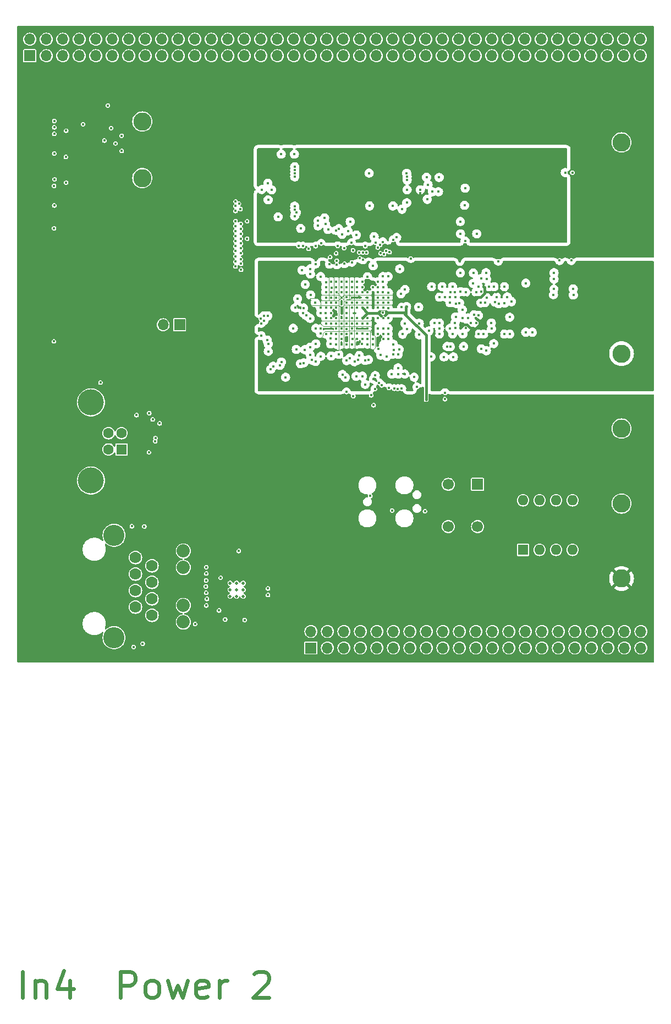
<source format=gbr>
%TF.GenerationSoftware,KiCad,Pcbnew,8.0.1*%
%TF.CreationDate,2025-05-27T09:35:13-07:00*%
%TF.ProjectId,mb,6d622e6b-6963-4616-945f-706362585858,A*%
%TF.SameCoordinates,Original*%
%TF.FileFunction,Copper,L5,Inr*%
%TF.FilePolarity,Positive*%
%FSLAX46Y46*%
G04 Gerber Fmt 4.6, Leading zero omitted, Abs format (unit mm)*
G04 Created by KiCad (PCBNEW 8.0.1) date 2025-05-27 09:35:13*
%MOMM*%
%LPD*%
G01*
G04 APERTURE LIST*
%ADD10C,0.600000*%
%TA.AperFunction,NonConductor*%
%ADD11C,0.600000*%
%TD*%
%TA.AperFunction,ComponentPad*%
%ADD12C,2.800000*%
%TD*%
%TA.AperFunction,ComponentPad*%
%ADD13R,1.700000X1.700000*%
%TD*%
%TA.AperFunction,ComponentPad*%
%ADD14C,1.700000*%
%TD*%
%TA.AperFunction,ComponentPad*%
%ADD15R,1.600000X1.600000*%
%TD*%
%TA.AperFunction,ComponentPad*%
%ADD16C,1.600000*%
%TD*%
%TA.AperFunction,ComponentPad*%
%ADD17C,4.000000*%
%TD*%
%TA.AperFunction,ComponentPad*%
%ADD18O,1.700000X1.700000*%
%TD*%
%TA.AperFunction,ComponentPad*%
%ADD19O,1.600000X1.600000*%
%TD*%
%TA.AperFunction,HeatsinkPad*%
%ADD20C,0.500000*%
%TD*%
%TA.AperFunction,ComponentPad*%
%ADD21C,1.778000*%
%TD*%
%TA.AperFunction,ComponentPad*%
%ADD22C,2.032000*%
%TD*%
%TA.AperFunction,ComponentPad*%
%ADD23C,3.251200*%
%TD*%
%TA.AperFunction,ViaPad*%
%ADD24C,0.400000*%
%TD*%
%TA.AperFunction,Conductor*%
%ADD25C,0.101600*%
%TD*%
%TA.AperFunction,Conductor*%
%ADD26C,0.400000*%
%TD*%
G04 APERTURE END LIST*
D10*
D11*
X32252516Y-175832686D02*
X32252516Y-171832686D01*
X34157278Y-173166019D02*
X34157278Y-175832686D01*
X34157278Y-173546971D02*
X34347755Y-173356495D01*
X34347755Y-173356495D02*
X34728707Y-173166019D01*
X34728707Y-173166019D02*
X35300136Y-173166019D01*
X35300136Y-173166019D02*
X35681088Y-173356495D01*
X35681088Y-173356495D02*
X35871564Y-173737448D01*
X35871564Y-173737448D02*
X35871564Y-175832686D01*
X39490612Y-173166019D02*
X39490612Y-175832686D01*
X38538231Y-171642210D02*
X37585850Y-174499352D01*
X37585850Y-174499352D02*
X40062041Y-174499352D01*
X47300135Y-175832686D02*
X47300135Y-171832686D01*
X47300135Y-171832686D02*
X48823945Y-171832686D01*
X48823945Y-171832686D02*
X49204897Y-172023162D01*
X49204897Y-172023162D02*
X49395374Y-172213638D01*
X49395374Y-172213638D02*
X49585850Y-172594590D01*
X49585850Y-172594590D02*
X49585850Y-173166019D01*
X49585850Y-173166019D02*
X49395374Y-173546971D01*
X49395374Y-173546971D02*
X49204897Y-173737448D01*
X49204897Y-173737448D02*
X48823945Y-173927924D01*
X48823945Y-173927924D02*
X47300135Y-173927924D01*
X51871564Y-175832686D02*
X51490612Y-175642210D01*
X51490612Y-175642210D02*
X51300135Y-175451733D01*
X51300135Y-175451733D02*
X51109659Y-175070781D01*
X51109659Y-175070781D02*
X51109659Y-173927924D01*
X51109659Y-173927924D02*
X51300135Y-173546971D01*
X51300135Y-173546971D02*
X51490612Y-173356495D01*
X51490612Y-173356495D02*
X51871564Y-173166019D01*
X51871564Y-173166019D02*
X52442993Y-173166019D01*
X52442993Y-173166019D02*
X52823945Y-173356495D01*
X52823945Y-173356495D02*
X53014421Y-173546971D01*
X53014421Y-173546971D02*
X53204897Y-173927924D01*
X53204897Y-173927924D02*
X53204897Y-175070781D01*
X53204897Y-175070781D02*
X53014421Y-175451733D01*
X53014421Y-175451733D02*
X52823945Y-175642210D01*
X52823945Y-175642210D02*
X52442993Y-175832686D01*
X52442993Y-175832686D02*
X51871564Y-175832686D01*
X54538231Y-173166019D02*
X55300136Y-175832686D01*
X55300136Y-175832686D02*
X56062041Y-173927924D01*
X56062041Y-173927924D02*
X56823945Y-175832686D01*
X56823945Y-175832686D02*
X57585850Y-173166019D01*
X60633469Y-175642210D02*
X60252517Y-175832686D01*
X60252517Y-175832686D02*
X59490612Y-175832686D01*
X59490612Y-175832686D02*
X59109659Y-175642210D01*
X59109659Y-175642210D02*
X58919183Y-175261257D01*
X58919183Y-175261257D02*
X58919183Y-173737448D01*
X58919183Y-173737448D02*
X59109659Y-173356495D01*
X59109659Y-173356495D02*
X59490612Y-173166019D01*
X59490612Y-173166019D02*
X60252517Y-173166019D01*
X60252517Y-173166019D02*
X60633469Y-173356495D01*
X60633469Y-173356495D02*
X60823945Y-173737448D01*
X60823945Y-173737448D02*
X60823945Y-174118400D01*
X60823945Y-174118400D02*
X58919183Y-174499352D01*
X62538230Y-175832686D02*
X62538230Y-173166019D01*
X62538230Y-173927924D02*
X62728707Y-173546971D01*
X62728707Y-173546971D02*
X62919183Y-173356495D01*
X62919183Y-173356495D02*
X63300135Y-173166019D01*
X63300135Y-173166019D02*
X63681088Y-173166019D01*
X67871563Y-172213638D02*
X68062039Y-172023162D01*
X68062039Y-172023162D02*
X68442992Y-171832686D01*
X68442992Y-171832686D02*
X69395373Y-171832686D01*
X69395373Y-171832686D02*
X69776325Y-172023162D01*
X69776325Y-172023162D02*
X69966801Y-172213638D01*
X69966801Y-172213638D02*
X70157278Y-172594590D01*
X70157278Y-172594590D02*
X70157278Y-172975543D01*
X70157278Y-172975543D02*
X69966801Y-173546971D01*
X69966801Y-173546971D02*
X67681087Y-175832686D01*
X67681087Y-175832686D02*
X70157278Y-175832686D01*
D12*
%TO.N,GND*%
%TO.C,TP402*%
X50657200Y-49717200D03*
%TD*%
%TO.N,+24V*%
%TO.C,TP401*%
X50657200Y-41005000D03*
%TD*%
%TO.N,GND*%
%TO.C,TP202*%
X124428200Y-44230200D03*
%TD*%
%TO.N,GND*%
%TO.C,TP204*%
X124428200Y-99801750D03*
%TD*%
D13*
%TO.N,GND*%
%TO.C,SW201*%
X102261357Y-96851300D03*
D14*
X102261357Y-103351300D03*
%TO.N,/~{RESET}*%
X97761357Y-96851300D03*
X97761357Y-103351300D03*
%TD*%
D15*
%TO.N,/MPU Interface/USB_VBUS*%
%TO.C,J405*%
X47458400Y-91475600D03*
D16*
%TO.N,Net-(J405-D-)*%
X47458400Y-88975600D03*
%TO.N,Net-(J405-D+)*%
X45458400Y-88975600D03*
%TO.N,GND*%
X45458400Y-91475600D03*
D17*
%TO.N,Net-(J405-Shield)*%
X42758400Y-84225600D03*
X42758400Y-96265600D03*
%TD*%
D12*
%TO.N,GND*%
%TO.C,TP209*%
X124428200Y-76724450D03*
%TD*%
D13*
%TO.N,Net-(J403-Pin_1)*%
%TO.C,J403*%
X56402427Y-72292973D03*
D18*
%TO.N,Net-(J403-Pin_2)*%
X53862427Y-72292973D03*
%TD*%
D12*
%TO.N,+1.35V*%
%TO.C,TP208*%
X124393400Y-65185800D03*
%TD*%
%TO.N,+1.25V*%
%TO.C,TP203*%
X124428200Y-88263100D03*
%TD*%
D13*
%TO.N,GND*%
%TO.C,J502*%
X76606400Y-122021600D03*
D18*
%TO.N,/MPU Extra Pins/I2C3_SCL*%
X76606400Y-119481600D03*
%TO.N,GND*%
X79146400Y-122021600D03*
%TO.N,/MPU Extra Pins/I2C4_SDA*%
X79146400Y-119481600D03*
%TO.N,GND*%
X81686400Y-122021600D03*
%TO.N,/MPU Extra Pins/SPI2_MISO*%
X81686400Y-119481600D03*
%TO.N,GND*%
X84226400Y-122021600D03*
%TO.N,/MPU Extra Pins/GPIO19*%
X84226400Y-119481600D03*
%TO.N,GND*%
X86766400Y-122021600D03*
%TO.N,/MPU Extra Pins/GPIO6*%
X86766400Y-119481600D03*
%TO.N,GND*%
X89306400Y-122021600D03*
%TO.N,/MPU Extra Pins/GPIO1*%
X89306400Y-119481600D03*
%TO.N,GND*%
X91846400Y-122021600D03*
%TO.N,/MPU Extra Pins/SPI1_CS*%
X91846400Y-119481600D03*
%TO.N,GND*%
X94386400Y-122021600D03*
%TO.N,/MPU Extra Pins/GPIO18*%
X94386400Y-119481600D03*
%TO.N,GND*%
X96926400Y-122021600D03*
%TO.N,/MPU Extra Pins/GPIO0*%
X96926400Y-119481600D03*
%TO.N,GND*%
X99466400Y-122021600D03*
%TO.N,/MPU Extra Pins/SPI1_MISO*%
X99466400Y-119481600D03*
%TO.N,GND*%
X102006400Y-122021600D03*
%TO.N,/MPU Extra Pins/GPIO13*%
X102006400Y-119481600D03*
%TO.N,GND*%
X104546400Y-122021600D03*
%TO.N,/MPU Extra Pins/GPIO5*%
X104546400Y-119481600D03*
%TO.N,GND*%
X107086400Y-122021600D03*
%TO.N,/MPU Extra Pins/SPI1_SCK*%
X107086400Y-119481600D03*
%TO.N,GND*%
X109626400Y-122021600D03*
%TO.N,/MPU Extra Pins/GPIO7*%
X109626400Y-119481600D03*
%TO.N,GND*%
X112166400Y-122021600D03*
%TO.N,/MPU Extra Pins/GPIO2*%
X112166400Y-119481600D03*
%TO.N,GND*%
X114706400Y-122021600D03*
%TO.N,/MPU Extra Pins/USART2_TX*%
X114706400Y-119481600D03*
%TO.N,GND*%
X117246400Y-122021600D03*
%TO.N,/MPU Extra Pins/GPIO8*%
X117246400Y-119481600D03*
%TO.N,GND*%
X119786400Y-122021600D03*
%TO.N,/MPU Extra Pins/GPIO12*%
X119786400Y-119481600D03*
%TO.N,GND*%
X122326400Y-122021600D03*
%TO.N,/MPU Extra Pins/SPI1_MOSI*%
X122326400Y-119481600D03*
%TO.N,GND*%
X124866400Y-122021600D03*
%TO.N,/MPU Extra Pins/GPIO4*%
X124866400Y-119481600D03*
%TO.N,GND*%
X127406400Y-122021600D03*
%TO.N,/MPU Extra Pins/GPIO3*%
X127406400Y-119481600D03*
%TD*%
D15*
%TO.N,/MPU Power & Clock/MPU_BOOT2*%
%TO.C,SW202*%
X109265000Y-106926300D03*
D19*
%TO.N,/MPU Power & Clock/MPU_BOOT1*%
X111805000Y-106926300D03*
%TO.N,/MPU Power & Clock/MPU_BOOT0*%
X114345000Y-106926300D03*
%TO.N,GND*%
X116885000Y-106926300D03*
X116885000Y-99306300D03*
%TO.N,Net-(R205-Pad1)*%
X114345000Y-99306300D03*
%TO.N,Net-(R204-Pad1)*%
X111805000Y-99306300D03*
%TO.N,Net-(R203-Pad1)*%
X109265000Y-99306300D03*
%TD*%
D20*
%TO.N,GND*%
%TO.C,U402*%
X64179800Y-114065600D03*
X65179800Y-114065600D03*
X66179800Y-114065600D03*
X64179800Y-113065600D03*
X65179800Y-113065600D03*
X66179800Y-113065600D03*
X64179800Y-112065600D03*
X65179800Y-112065600D03*
X66179800Y-112065600D03*
%TD*%
D13*
%TO.N,/MPU Extra Pins/QUADSPI_IO2*%
%TO.C,J503*%
X33334400Y-30895800D03*
D18*
%TO.N,/MPU Extra Pins/SPI2_SCK*%
X33334400Y-28355800D03*
%TO.N,/MPU Extra Pins/GPIO14*%
X35874400Y-30895800D03*
%TO.N,/MPU Extra Pins/GPIO9*%
X35874400Y-28355800D03*
%TO.N,/MPU Extra Pins/GPIO16*%
X38414400Y-30895800D03*
%TO.N,/MPU Extra Pins/QUADSPI_IO3*%
X38414400Y-28355800D03*
%TO.N,/MPU Extra Pins/GPIO15*%
X40954400Y-30895800D03*
%TO.N,/MPU Extra Pins/SPI5_MOSI*%
X40954400Y-28355800D03*
%TO.N,/MPU Extra Pins/GPIO11*%
X43494400Y-30895800D03*
%TO.N,/MPU Extra Pins/GPIO10*%
X43494400Y-28355800D03*
%TO.N,/MPU Extra Pins/UART8_TX*%
X46034400Y-30895800D03*
%TO.N,GND*%
X46034400Y-28355800D03*
%TO.N,/MPU Extra Pins/USART1_RX*%
X48574400Y-30895800D03*
%TO.N,GND*%
X48574400Y-28355800D03*
%TO.N,/MPU Extra Pins/GPIO17*%
X51114400Y-30895800D03*
%TO.N,GND*%
X51114400Y-28355800D03*
%TO.N,/MPU Extra Pins/QUADSPI_IO0*%
X53654400Y-30895800D03*
%TO.N,GND*%
X53654400Y-28355800D03*
%TO.N,/MPU Extra Pins/SPI5_CS*%
X56194400Y-30895800D03*
%TO.N,GND*%
X56194400Y-28355800D03*
%TO.N,/MPU Extra Pins/QUADSPI_IO1*%
X58734400Y-30895800D03*
%TO.N,GND*%
X58734400Y-28355800D03*
%TO.N,/MPU Extra Pins/QUADSPI_CLK*%
X61274400Y-30895800D03*
%TO.N,GND*%
X61274400Y-28355800D03*
%TO.N,/MPU Extra Pins/SPI5_MISO*%
X63814400Y-30895800D03*
%TO.N,GND*%
X63814400Y-28355800D03*
%TO.N,/MPU Extra Pins/SPI5_SCK*%
X66354400Y-30895800D03*
%TO.N,GND*%
X66354400Y-28355800D03*
%TO.N,/MPU Extra Pins/UART7_TX*%
X68894400Y-30895800D03*
%TO.N,GND*%
X68894400Y-28355800D03*
%TO.N,/MPU Extra Pins/USART2_RX*%
X71434400Y-30895800D03*
%TO.N,GND*%
X71434400Y-28355800D03*
%TO.N,/MPU Extra Pins/I2C1_SCL*%
X73974400Y-30895800D03*
%TO.N,GND*%
X73974400Y-28355800D03*
%TO.N,/MPU Extra Pins/SPI4_MOSI*%
X76514400Y-30895800D03*
%TO.N,GND*%
X76514400Y-28355800D03*
%TO.N,/MPU Extra Pins/SPI4_MISO*%
X79054400Y-30895800D03*
%TO.N,GND*%
X79054400Y-28355800D03*
%TO.N,/MPU Extra Pins/QUADSPI_CS*%
X81594400Y-30895800D03*
%TO.N,GND*%
X81594400Y-28355800D03*
%TO.N,/MPU Extra Pins/I2C1_SDA*%
X84134400Y-30895800D03*
%TO.N,GND*%
X84134400Y-28355800D03*
%TO.N,/MPU Extra Pins/SPI4_CS*%
X86674400Y-30895800D03*
%TO.N,GND*%
X86674400Y-28355800D03*
%TO.N,/MPU Extra Pins/UART8_RX*%
X89214400Y-30895800D03*
%TO.N,GND*%
X89214400Y-28355800D03*
%TO.N,/MPU Extra Pins/I2C4_SCL*%
X91754400Y-30895800D03*
%TO.N,GND*%
X91754400Y-28355800D03*
%TO.N,/MPU Extra Pins/I2C3_SDA*%
X94294400Y-30895800D03*
%TO.N,GND*%
X94294400Y-28355800D03*
%TO.N,/MPU Extra Pins/USART3_TX*%
X96834400Y-30895800D03*
%TO.N,GND*%
X96834400Y-28355800D03*
%TO.N,/MPU Extra Pins/USART3_RX*%
X99374400Y-30895800D03*
%TO.N,GND*%
X99374400Y-28355800D03*
%TO.N,/MPU Extra Pins/I2C2_SDA*%
X101914400Y-30895800D03*
%TO.N,GND*%
X101914400Y-28355800D03*
%TO.N,/MPU Extra Pins/USART6_RX*%
X104454400Y-30895800D03*
%TO.N,GND*%
X104454400Y-28355800D03*
%TO.N,/MPU Extra Pins/USART6_TX*%
X106994400Y-30895800D03*
%TO.N,GND*%
X106994400Y-28355800D03*
%TO.N,/MPU Extra Pins/UART5_RX*%
X109534400Y-30895800D03*
%TO.N,GND*%
X109534400Y-28355800D03*
%TO.N,/MPU Extra Pins/UART5_TX*%
X112074400Y-30895800D03*
%TO.N,GND*%
X112074400Y-28355800D03*
%TO.N,/MPU Extra Pins/UART7_RX*%
X114614400Y-30895800D03*
%TO.N,GND*%
X114614400Y-28355800D03*
%TO.N,/MPU Extra Pins/USART1_TX*%
X117154400Y-30895800D03*
%TO.N,GND*%
X117154400Y-28355800D03*
%TO.N,/MPU Extra Pins/SPI4_SCK*%
X119694400Y-30895800D03*
%TO.N,GND*%
X119694400Y-28355800D03*
%TO.N,/MPU Extra Pins/I2C2_SCL*%
X122234400Y-30895800D03*
%TO.N,GND*%
X122234400Y-28355800D03*
%TO.N,/MPU Extra Pins/SPI2_CS*%
X124774400Y-30895800D03*
%TO.N,GND*%
X124774400Y-28355800D03*
%TO.N,/MPU Extra Pins/SPI2_MOSI*%
X127314400Y-30895800D03*
%TO.N,GND*%
X127314400Y-28355800D03*
%TD*%
D21*
%TO.N,/MPU Interface/ETH_TX_P*%
%TO.C,J406*%
X52149700Y-117004400D03*
%TO.N,/MPU Interface/ETH_TX_N*%
X49609700Y-115734400D03*
%TO.N,Net-(J406-TXCT)*%
X52149700Y-114464400D03*
%TO.N,GND*%
X49609700Y-113194400D03*
X52149700Y-111924400D03*
%TO.N,Net-(J406-RXCT)*%
X49609700Y-110654400D03*
%TO.N,/MPU Interface/ETH_RX_P*%
X52149700Y-109384400D03*
%TO.N,/MPU Interface/ETH_RX_N*%
X49609700Y-108114400D03*
D22*
%TO.N,GND*%
X56975700Y-118020400D03*
%TO.N,Net-(J406--LEDR)*%
X56975700Y-115480400D03*
%TO.N,GND*%
X56975700Y-109638400D03*
%TO.N,Net-(J406-+LEDL)*%
X56975700Y-107098400D03*
D23*
%TO.N,GND*%
X46307700Y-104685400D03*
X46307700Y-120433400D03*
%TD*%
D12*
%TO.N,+3.3V*%
%TO.C,TP201*%
X124428200Y-111340400D03*
%TD*%
D24*
%TO.N,+1.35V*%
X100403100Y-68000468D03*
X86123554Y-72890615D03*
X104012154Y-73713587D03*
X116992400Y-65252600D03*
X109726654Y-66835483D03*
X97608900Y-66425668D03*
X86123554Y-67290615D03*
X105936300Y-64266668D03*
X95627900Y-73639268D03*
X109675854Y-72474283D03*
X81323554Y-70490615D03*
X80527600Y-67268600D03*
X96114400Y-77239068D03*
X107400800Y-72196200D03*
X104848100Y-73715468D03*
X102003300Y-68025868D03*
X110691854Y-72474283D03*
X105610100Y-73715468D03*
X105102100Y-67314668D03*
X86123554Y-68090615D03*
X96008900Y-66425668D03*
X101611954Y-73713587D03*
X86123554Y-71290615D03*
X99653700Y-72775668D03*
X105608900Y-66425668D03*
X116992400Y-64338200D03*
X86123554Y-69690615D03*
X83723554Y-68090615D03*
X81323554Y-68090615D03*
X102028700Y-71226268D03*
X103208900Y-66425668D03*
X97609100Y-73690068D03*
X82923554Y-68090615D03*
X91972600Y-81876200D03*
X105992827Y-68008180D03*
X81323554Y-69690615D03*
X86123554Y-73690615D03*
X107208900Y-66425668D03*
%TO.N,+3.3V*%
X82923554Y-72890615D03*
X35474266Y-69678185D03*
X51724000Y-87897500D03*
X116994015Y-66751200D03*
X70037400Y-76387200D03*
X59820500Y-117461600D03*
X110738200Y-97132100D03*
X83723554Y-72890615D03*
X80523554Y-70490615D03*
X99531400Y-62524600D03*
X82123554Y-72958200D03*
X85323554Y-68090615D03*
X67827500Y-113511600D03*
X81323554Y-72890615D03*
X86572800Y-100872800D03*
X74965000Y-69681600D03*
X113303600Y-97106700D03*
X117019415Y-67716400D03*
X84515400Y-83651600D03*
X108198200Y-97106700D03*
X68478400Y-107111800D03*
X81323554Y-71290615D03*
X86283800Y-80645000D03*
X38947800Y-41436800D03*
X69910300Y-110920800D03*
X38134144Y-68090900D03*
X69857500Y-109955600D03*
X91032800Y-79869600D03*
X94417400Y-49586400D03*
X85323554Y-72890615D03*
X79723554Y-72890615D03*
X86923554Y-75290615D03*
X70031300Y-115785200D03*
X99618800Y-56413400D03*
X36312466Y-72903985D03*
X81323554Y-72090615D03*
X81315000Y-68716400D03*
X86123554Y-65690615D03*
X94651200Y-50729400D03*
X82123554Y-74490615D03*
X85277400Y-66430400D03*
X82077000Y-68056000D03*
X59210900Y-116039200D03*
X84523554Y-72890615D03*
X58737542Y-70517800D03*
X81323554Y-75290615D03*
X83723554Y-75290615D03*
X67389700Y-117715600D03*
%TO.N,+1.25V*%
X83723554Y-71290615D03*
X94345200Y-82720100D03*
X86923554Y-70490615D03*
X82923554Y-69690615D03*
X91338400Y-69494400D03*
X94345200Y-83228100D03*
X84523554Y-71290615D03*
X82923554Y-71290615D03*
X84523554Y-69690615D03*
X83723554Y-69690615D03*
X94370600Y-83812300D03*
%TO.N,/MPU Power & Clock/VDD_USB*%
X84972600Y-77784200D03*
X84523554Y-74490615D03*
X84972600Y-81467200D03*
%TO.N,/MPU Power & Clock/VDDA1V8_REG*%
X86268000Y-84667600D03*
X85480600Y-77657200D03*
X85323554Y-75290615D03*
%TO.N,/MPU Power & Clock/VDDA1V1_REG*%
X85323554Y-73690615D03*
%TO.N,/MPU Memory/VREF_DDR0*%
X97571000Y-75625200D03*
X98040900Y-72826468D03*
%TO.N,/MPU Memory/VREF_DDR1*%
X101622300Y-64317468D03*
X101596900Y-65917668D03*
%TO.N,/MPU Memory/VDD_NAND*%
X74077200Y-53040800D03*
X93432000Y-52024800D03*
X95970800Y-55584600D03*
X72045200Y-53040800D03*
X71967800Y-57515000D03*
X95676600Y-53523400D03*
X72045200Y-50551600D03*
X72070600Y-52050200D03*
X74077200Y-50551600D03*
X94081600Y-57378600D03*
X74102600Y-52050200D03*
%TO.N,/~{RESET}*%
X88630200Y-82026000D03*
X85760000Y-98637600D03*
X84058200Y-77022200D03*
X89814400Y-58851800D03*
%TO.N,/MPU Interface/CTP_INT*%
X65855866Y-62911433D03*
X77352600Y-62925200D03*
%TO.N,/MPU Interface/CTP_SCL*%
X65017666Y-61743033D03*
X84134400Y-62061600D03*
%TO.N,/MPU Interface/CTP_RST*%
X79460800Y-62976000D03*
X65017666Y-62555833D03*
%TO.N,/MPU Interface/CTP_SDA*%
X84617000Y-62290200D03*
X65830466Y-62200233D03*
%TO.N,/MPU Interface/R5*%
X78190800Y-59775600D03*
X65776466Y-54456433D03*
%TO.N,/MPU Interface/R3*%
X65541600Y-53654200D03*
X84998000Y-60207400D03*
X83723554Y-66490615D03*
%TO.N,/MPU Interface/R4*%
X65014466Y-54024633D03*
X87284000Y-59978800D03*
X86923554Y-66490615D03*
%TO.N,/MPU Interface/B4*%
X79723554Y-69690615D03*
X74736400Y-60207400D03*
X65827266Y-58271513D03*
%TO.N,/MPU Interface/DE*%
X87334800Y-61299600D03*
X65827266Y-61289033D03*
%TO.N,/MPU Interface/G6*%
X65014466Y-57098033D03*
X77327200Y-60207400D03*
X78923554Y-67290615D03*
%TO.N,/MPU Interface/B3*%
X75371400Y-60207400D03*
X79723554Y-68890615D03*
X65014466Y-57870193D03*
%TO.N,/MPU Interface/G5*%
X82123554Y-66490615D03*
X81721400Y-60486800D03*
X65827266Y-56762753D03*
%TO.N,/MPU Interface/B5*%
X84617000Y-61172600D03*
X65014466Y-58642353D03*
%TO.N,/MPU Interface/G7*%
X80603800Y-62417200D03*
X65827266Y-57517133D03*
X81323554Y-67290615D03*
X80730800Y-60182000D03*
%TO.N,/MPU Interface/DISP*%
X65014466Y-60186673D03*
X83723554Y-65690615D03*
X84032800Y-61172600D03*
%TO.N,/MPU Interface/G4*%
X65014466Y-56325873D03*
X66789400Y-56361648D03*
%TO.N,/MPU Interface/VSYNC*%
X65014466Y-60958833D03*
X79587800Y-61858400D03*
%TO.N,/MPU Interface/R6*%
X86923554Y-65690615D03*
X86903000Y-60410600D03*
X65014466Y-54781553D03*
%TO.N,/MPU Interface/B6*%
X66789400Y-59028648D03*
X65827266Y-59025893D03*
%TO.N,/MPU Interface/HSYNC*%
X80502200Y-61299600D03*
X65827266Y-60534653D03*
%TO.N,/MPU Interface/DCLK*%
X82923554Y-67290615D03*
X82915200Y-62671200D03*
X83093000Y-60817000D03*
X65827266Y-59780273D03*
%TO.N,/MPU Interface/B7*%
X65014466Y-59414513D03*
X76285800Y-60613800D03*
%TO.N,Net-(J403-Pin_2)*%
X65875000Y-63829248D03*
X75269800Y-63890400D03*
%TO.N,Net-(J403-Pin_1)*%
X65011400Y-63321248D03*
X80523554Y-65690615D03*
X80603800Y-63052200D03*
%TO.N,/MPU Interface/MPU_JTAG_TRST*%
X87512600Y-81619600D03*
X83702600Y-73618600D03*
%TO.N,GND*%
X85323554Y-69690615D03*
X89051600Y-79869600D03*
X94789700Y-73232868D03*
X81323554Y-74490615D03*
X88523554Y-72890615D03*
X98552800Y-77243800D03*
X84523554Y-72090615D03*
X69982600Y-50500800D03*
X114898400Y-62397600D03*
X70546600Y-51511600D03*
X103212154Y-73713587D03*
X82127800Y-73694800D03*
X70033400Y-53066200D03*
X82923554Y-72090615D03*
X86522000Y-80095600D03*
X82123554Y-71290615D03*
X82923554Y-65690615D03*
X38947800Y-42427400D03*
X37094878Y-41905485D03*
X86191800Y-63204600D03*
X73897396Y-72827785D03*
X44221400Y-81178400D03*
X66405100Y-117726000D03*
X109701254Y-65895683D03*
X70036596Y-75215385D03*
X50976000Y-103326200D03*
X109675854Y-73439483D03*
X94524200Y-52990000D03*
X60512300Y-110565200D03*
X82123554Y-72090615D03*
X97240800Y-83736100D03*
X116854200Y-48884800D03*
X93301800Y-72069200D03*
X47473200Y-43207607D03*
X85323554Y-71290615D03*
X65506600Y-107111800D03*
X51724000Y-85890900D03*
X96808900Y-66425668D03*
X94167400Y-100974400D03*
X74077200Y-46030400D03*
X78923554Y-71290615D03*
X107210100Y-73715468D03*
X98408900Y-66425668D03*
X116701800Y-62397600D03*
X76514400Y-63687200D03*
X114046000Y-64287400D03*
X80523554Y-75290615D03*
X95311600Y-51821600D03*
X85323554Y-68890615D03*
X90282954Y-63690615D03*
X74177600Y-69681600D03*
X99611700Y-64292068D03*
X93457400Y-51516800D03*
X37069478Y-50907085D03*
X47476800Y-45533400D03*
X49768200Y-86191600D03*
X85887000Y-83143600D03*
X37069478Y-57450285D03*
X38898278Y-46462085D03*
X53324200Y-87461600D03*
X93218000Y-69570600D03*
X70009900Y-113867200D03*
X80523554Y-72890615D03*
X102054100Y-72039068D03*
X95107200Y-77220668D03*
X104416300Y-72902668D03*
X86979200Y-76031600D03*
X69885950Y-74660000D03*
X103574100Y-64292068D03*
X79723554Y-70490615D03*
X91094000Y-66862200D03*
X37094878Y-53935085D03*
X82123554Y-70490615D03*
X76497154Y-76917615D03*
X92937800Y-81876200D03*
X89112800Y-100872800D03*
X114046000Y-65252600D03*
X71561400Y-55683600D03*
X82923554Y-68890615D03*
X102408900Y-66425668D03*
X49323982Y-121864000D03*
X102411954Y-73713587D03*
X104390900Y-72013668D03*
X74355400Y-76082400D03*
X82077000Y-82635600D03*
X41538600Y-41436800D03*
X82923554Y-75290615D03*
X37094878Y-42906085D03*
X97266200Y-82770900D03*
X85323554Y-72090615D03*
X82123554Y-68890615D03*
X84515400Y-73644000D03*
X106408900Y-66425668D03*
X37094878Y-45934085D03*
X104008900Y-66425668D03*
X79816400Y-66582800D03*
X84523554Y-68890615D03*
X87723554Y-69690615D03*
X69998700Y-112866400D03*
X105449600Y-62499200D03*
X72045200Y-46030400D03*
X46533400Y-44376007D03*
X45857022Y-42007800D03*
X37145678Y-49916485D03*
X104808900Y-66425668D03*
X44822100Y-43937500D03*
X90052600Y-76844400D03*
X114022215Y-66802000D03*
X86923554Y-68090615D03*
X95196100Y-66425668D03*
X100348800Y-51266400D03*
X96389900Y-73690068D03*
X90027200Y-78927200D03*
X100453700Y-72775668D03*
X88523554Y-68090615D03*
X97105000Y-77239068D03*
X98409100Y-73690068D03*
X102133400Y-58293000D03*
X60512300Y-109600000D03*
X69017400Y-51491400D03*
X99644200Y-58293000D03*
X106410100Y-73715468D03*
X85323554Y-74490615D03*
X100441100Y-67263868D03*
X37049066Y-74834385D03*
X60512300Y-115492800D03*
X45351622Y-38551400D03*
X96251400Y-51821600D03*
X110691854Y-73439483D03*
X83723554Y-68890615D03*
X79689400Y-73644000D03*
X86123554Y-66490615D03*
X83723554Y-72090615D03*
X38923678Y-50424485D03*
X37120278Y-40914885D03*
X83143800Y-83245200D03*
X78923554Y-66490615D03*
X96358200Y-49611800D03*
X82123554Y-69690615D03*
X86877600Y-73745600D03*
X91425400Y-51516800D03*
X106422900Y-68965668D03*
X113946015Y-67665600D03*
X93276400Y-73821800D03*
X115762000Y-48884800D03*
X63407900Y-117624400D03*
X51687400Y-91922200D03*
X90016800Y-79869600D03*
%TO.N,/MPU Interface/MPU_JTAG_TCK*%
X81467400Y-79943200D03*
X79638600Y-74406000D03*
%TO.N,/MPU Interface/MPU_JTAG_TMS*%
X87106200Y-81213200D03*
X84490000Y-75244200D03*
%TO.N,/MPU Memory/DDR_CLKP*%
X100809500Y-71226268D03*
%TO.N,/MPU Memory/DDR_CLKN*%
X99996700Y-71226268D03*
%TO.N,Net-(U301-ZQ)*%
X100111000Y-75625200D03*
X98853700Y-72775668D03*
%TO.N,/MPU Memory/DDR_CKE*%
X98079000Y-75650600D03*
X87723554Y-71290615D03*
X99998954Y-73690068D03*
%TO.N,/MPU Memory/PWR_ON*%
X89306400Y-59207400D03*
X87766600Y-74507600D03*
%TO.N,/MPU Memory/FMC_NCE*%
X91369500Y-53512800D03*
X75041200Y-57464200D03*
%TO.N,/MPU Interface/BRIGHT*%
X65014466Y-53313433D03*
X87690400Y-59547000D03*
%TO.N,/MPU Interface/ETH_RXD0*%
X75523800Y-78165200D03*
X80908600Y-76844400D03*
%TO.N,/MPU Interface/ETH_RXD1*%
X82123554Y-75290615D03*
X75015800Y-78266800D03*
X82585000Y-77403200D03*
%TO.N,/MPU Interface/ETH_NRST*%
X78114600Y-72907400D03*
X71866200Y-78520800D03*
%TO.N,/MPU Interface/ETH_MDINT*%
X75676200Y-76133200D03*
X76514400Y-75726800D03*
%TO.N,/MPU Interface/ETH_MDIO*%
X72720200Y-80365600D03*
X80523554Y-72090615D03*
%TO.N,/MPU Power & Clock/MPU_BOOT0*%
X87334800Y-76971400D03*
X90586000Y-82127600D03*
%TO.N,/MPU Power & Clock/MPU_BOOT1*%
X89976400Y-82153000D03*
X86123554Y-74490615D03*
%TO.N,/MPU Power & Clock/MPU_BOOT2*%
X86141000Y-75345800D03*
X89417600Y-82127600D03*
%TO.N,/MPU Memory/DDR_A7*%
X96415300Y-68051268D03*
X87723554Y-68890615D03*
%TO.N,/MPU Memory/DDR_A1*%
X96389900Y-72039068D03*
X88503200Y-71281800D03*
%TO.N,/MPU Memory/DDR_A13*%
X90484400Y-67522600D03*
X87723554Y-68090615D03*
%TO.N,/MPU Memory/DDR_BA2*%
X86923554Y-68890615D03*
X98040900Y-68025868D03*
%TO.N,/MPU Memory/DDR_DQS1P*%
X103400300Y-68864068D03*
X103632000Y-76276200D03*
%TO.N,/MPU Memory/DDR_DQM1*%
X91424200Y-72983600D03*
X87723554Y-73690615D03*
%TO.N,/MPU Memory/DDR_DQ12*%
X89316000Y-75295000D03*
X106854700Y-68000468D03*
%TO.N,/MPU Memory/DDR_CASN*%
X99488700Y-68965668D03*
X98904500Y-71073868D03*
%TO.N,/MPU Memory/DDR_DQ11*%
X88523554Y-74490615D03*
X107210300Y-71124668D03*
%TO.N,/MPU Memory/DDR_DQ7*%
X101190500Y-71988268D03*
X88554000Y-67370200D03*
%TO.N,/MPU Memory/DDR_DQ1*%
X102041100Y-67263868D03*
X87715800Y-65668400D03*
%TO.N,/MPU Memory/DDR_A3*%
X88523554Y-68890615D03*
X97228100Y-68000468D03*
%TO.N,/MPU Memory/DDR_DQ4*%
X103679700Y-68127468D03*
X103654300Y-65282668D03*
%TO.N,/MPU Memory/DDR_DQ6*%
X87690400Y-67319400D03*
X101723900Y-70769068D03*
%TO.N,/MPU Memory/DDR_A10*%
X87690400Y-70443600D03*
X98802900Y-72013668D03*
%TO.N,/MPU Memory/DDR_DQM0*%
X88528600Y-64855600D03*
X104975100Y-68813268D03*
%TO.N,/MPU Memory/DDR_DQ15*%
X89366800Y-76133200D03*
X105205427Y-68033580D03*
%TO.N,/MPU Memory/DDR_WEN*%
X98853700Y-68076668D03*
X86923554Y-69690615D03*
%TO.N,/MPU Memory/DDR_DQ9*%
X104749600Y-75184000D03*
X105511600Y-69037200D03*
%TO.N,/MPU Memory/DDR_A4*%
X96415300Y-72826468D03*
X87723554Y-72890615D03*
%TO.N,/MPU Memory/DDR_CSN*%
X98929900Y-69016468D03*
X98802900Y-67238468D03*
%TO.N,/MPU Memory/DDR_DQ14*%
X90179600Y-76057000D03*
X107489700Y-68737068D03*
%TO.N,/MPU Memory/DDR_A11*%
X95602500Y-72039068D03*
X86923554Y-71290615D03*
%TO.N,/MPU Memory/DDR_DQS1N*%
X102844600Y-75996800D03*
X102790700Y-68914868D03*
%TO.N,/MPU Memory/DDR_BA0*%
X98091700Y-67263868D03*
X98015500Y-68889468D03*
%TO.N,/MPU Memory/DDR_DQ10*%
X88523554Y-73690615D03*
X90738400Y-73745600D03*
%TO.N,/MPU Memory/DDR_ODT*%
X90560600Y-69605400D03*
X99641100Y-67187668D03*
X99920500Y-69956268D03*
X88503200Y-69707000D03*
%TO.N,/MPU Memory/DDR_DQ0*%
X102816100Y-65155668D03*
X102816100Y-67213068D03*
%TO.N,/MPU Memory/DDR_DQ2*%
X102409700Y-70845268D03*
X86923554Y-67290615D03*
%TO.N,/MPU Memory/SDMMC1_D0*%
X87723554Y-66490615D03*
X100344200Y-59425800D03*
%TO.N,/MPU Memory/FMC_D7*%
X74108100Y-55555400D03*
X83626400Y-58480200D03*
%TO.N,/MPU Memory/FMC_CLE*%
X77724000Y-56311800D03*
X91421300Y-49510200D03*
%TO.N,/MPU Memory/FMC_D3*%
X79257600Y-57642000D03*
X80523554Y-66490615D03*
X74118700Y-49520800D03*
%TO.N,/MPU Memory/FMC_ALE*%
X91421300Y-50018200D03*
X81323554Y-65690615D03*
X80908600Y-57515000D03*
%TO.N,/MPU Memory/FMC_D4*%
X80451400Y-57769000D03*
X74108100Y-54031400D03*
%TO.N,/MPU Memory/FMC_NWE*%
X91359900Y-48991600D03*
X85582200Y-48955200D03*
%TO.N,/MPU Memory/SDMMC1_D3*%
X100268000Y-53914000D03*
X87715800Y-64855600D03*
%TO.N,/MPU Memory/FMC_D2*%
X78876600Y-56803800D03*
X74118700Y-49012800D03*
X79723554Y-67290615D03*
%TO.N,/MPU Memory/FMC_NOE*%
X82123554Y-67290615D03*
X81772200Y-62874400D03*
X85658400Y-54009800D03*
X89239800Y-54009800D03*
%TO.N,/MPU Memory/FMC_D0*%
X78724200Y-55864000D03*
X74118700Y-47996800D03*
%TO.N,/MPU Memory/uSD_DETECT*%
X89290600Y-76819000D03*
X91983000Y-62087000D03*
%TO.N,/MPU Memory/FMC_D1*%
X74118700Y-48504800D03*
X82661200Y-56422800D03*
X82123554Y-65690615D03*
%TO.N,/MPU Memory/FMC_D5*%
X74108100Y-54539400D03*
X82305600Y-57845200D03*
%TO.N,/MPU Memory/FMC_D6*%
X74380800Y-55025800D03*
X81391200Y-58378600D03*
%TO.N,/MPU Memory/FMC_NWAIT*%
X77708200Y-57057800D03*
X90636800Y-54517800D03*
%TO.N,/MPU Interface/ETH_TXD0*%
X70799400Y-78673200D03*
X82991400Y-74507600D03*
%TO.N,/MPU Interface/ETH_TX_EN*%
X80523554Y-73690615D03*
X72069400Y-78012800D03*
%TO.N,/MPU Interface/ETH_TXD1*%
X83723554Y-74490615D03*
X70443800Y-79130400D03*
X83829600Y-77733400D03*
%TO.N,/MPU Extra Pins/UART7_TX*%
X79723554Y-68090615D03*
%TO.N,/MPU Extra Pins/USART3_RX*%
X84523554Y-66490615D03*
X85175800Y-61172600D03*
%TO.N,/MPU Extra Pins/SPI5_MOSI*%
X76489000Y-71307200D03*
%TO.N,/MPU Extra Pins/SPI2_CS*%
X88223800Y-60893200D03*
X84523554Y-67290615D03*
%TO.N,/MPU Extra Pins/QUADSPI_IO2*%
X78923554Y-73690615D03*
X68945200Y-73974200D03*
%TO.N,/MPU Extra Pins/USART2_TX*%
X81323554Y-73690615D03*
X82127800Y-77809600D03*
%TO.N,/MPU Extra Pins/GPIO14*%
X79723554Y-72090615D03*
X69351600Y-71713600D03*
%TO.N,/MPU Extra Pins/USART1_RX*%
X75498400Y-69707000D03*
%TO.N,/MPU Extra Pins/I2C2_SCL*%
X83723554Y-67290615D03*
X87868200Y-61401200D03*
%TO.N,/MPU Extra Pins/UART8_RX*%
X81323554Y-66490615D03*
%TO.N,/MPU Extra Pins/QUADSPI_CS*%
X78114600Y-64881000D03*
%TO.N,/MPU Extra Pins/SPI5_SCK*%
X76565200Y-67700400D03*
%TO.N,/MPU Extra Pins/SPI5_CS*%
X77301800Y-68894200D03*
%TO.N,/MPU Extra Pins/GPIO3*%
X86496600Y-82178400D03*
X88274600Y-77200000D03*
%TO.N,/MPU Extra Pins/QUADSPI_IO1*%
X74558600Y-68310000D03*
%TO.N,/MPU Extra Pins/QUADSPI_IO3*%
X78923554Y-69690615D03*
X69986600Y-70926200D03*
%TO.N,/MPU Extra Pins/SPI4_MISO*%
X79723554Y-65690615D03*
%TO.N,/MPU Extra Pins/I2C1_SCL*%
X75752400Y-66074800D03*
%TO.N,/MPU Extra Pins/SPI2_SCK*%
X68945200Y-72069200D03*
X78923554Y-72090615D03*
%TO.N,/MPU Extra Pins/SPI2_MISO*%
X78140000Y-77149200D03*
X78088861Y-73618600D03*
%TO.N,/MPU Extra Pins/GPIO15*%
X80523554Y-71290615D03*
%TO.N,/MPU Extra Pins/USART2_RX*%
X80523554Y-68090615D03*
%TO.N,/MPU Extra Pins/GPIO11*%
X75422200Y-70469000D03*
%TO.N,/MPU Extra Pins/UART8_TX*%
X78140000Y-70469000D03*
X80523554Y-69690615D03*
%TO.N,/MPU Extra Pins/UART7_RX*%
X86547400Y-59648600D03*
X85328200Y-64906400D03*
%TO.N,/MPU Extra Pins/SPI1_MOSI*%
X82889800Y-73644000D03*
X83321600Y-77987400D03*
%TO.N,/MPU Extra Pins/SPI5_MISO*%
X78923554Y-68090615D03*
%TO.N,/MPU Extra Pins/GPIO18*%
X79740200Y-77098400D03*
X79664000Y-75244200D03*
%TO.N,/MPU Extra Pins/SPI4_MOSI*%
X78927400Y-65719200D03*
%TO.N,/MPU Extra Pins/GPIO17*%
X78089200Y-69681600D03*
%TO.N,/MPU Extra Pins/I2C4_SDA*%
X77378000Y-72831200D03*
X77327200Y-77936600D03*
%TO.N,/MPU Extra Pins/GPIO16*%
X78902000Y-70469000D03*
X69377000Y-70900800D03*
%TO.N,/MPU Extra Pins/QUADSPI_CLK*%
X78923554Y-68890615D03*
%TO.N,/MPU Extra Pins/QUADSPI_IO0*%
X80523554Y-68890615D03*
%TO.N,/MPU Extra Pins/SPI2_MOSI*%
X85323554Y-67290615D03*
X88731800Y-61121800D03*
%TO.N,/MPU Extra Pins/UART5_RX*%
X84523554Y-65690615D03*
X86344200Y-58734200D03*
%TO.N,/MPU Extra Pins/I2C4_SCL*%
X82864400Y-59699400D03*
X82923554Y-66490615D03*
%TO.N,/MPU Extra Pins/I2C3_SCL*%
X77378000Y-75218800D03*
X76793800Y-77733400D03*
%TO.N,/MPU Extra Pins/I2C1_SDA*%
X76539800Y-64474600D03*
%TO.N,/MPU Extra Pins/GPIO9*%
X68919800Y-71358000D03*
X79723554Y-71290615D03*
%TO.N,/MPU Extra Pins/GPIO10*%
X75879400Y-70875400D03*
%TO.N,/MPU Memory/VREF_DDR2*%
X86903000Y-72831200D03*
X92516400Y-80349600D03*
X91066600Y-72069200D03*
%TO.N,/MPU Interface/USB_D+*%
X52652000Y-90217000D03*
X84540800Y-80197200D03*
%TO.N,/MPU Interface/USB_D-*%
X52677400Y-89709000D03*
X83575600Y-80211200D03*
%TO.N,/MPU Interface/USB_VBUS_MON*%
X80523554Y-74490615D03*
X52257400Y-86852000D03*
X81924600Y-80400400D03*
%TO.N,Net-(U402-VDD1A)*%
X62712600Y-111226600D03*
X60604400Y-114477800D03*
X60448300Y-112561600D03*
X60499100Y-113526800D03*
X62484000Y-116255800D03*
X60477400Y-111607600D03*
%TO.N,Net-(J406-TXCT)*%
X50723800Y-121361200D03*
%TO.N,Net-(J406-RXCT)*%
X49047400Y-103301800D03*
%TO.N,Net-(J406-+LEDL)*%
X58785100Y-118337600D03*
%TD*%
D25*
%TO.N,+1.35V*%
X80095800Y-68538600D02*
X80168800Y-68465600D01*
X80934000Y-68818000D02*
X80934000Y-69224400D01*
X85771154Y-76528446D02*
X85379000Y-76920600D01*
X81323554Y-68090615D02*
X80971154Y-67738215D01*
X79333800Y-68538600D02*
X79371154Y-68501246D01*
X85771154Y-72538215D02*
X78507415Y-72538215D01*
X81675954Y-76209400D02*
X81675954Y-76280246D01*
D26*
X102712670Y-68025868D02*
X103317700Y-67420838D01*
X102003300Y-68025868D02*
X102712670Y-68025868D01*
D25*
X86123554Y-72890615D02*
X85771154Y-73243015D01*
X86493400Y-74060461D02*
X86493400Y-75857000D01*
X80349800Y-76133200D02*
X81599754Y-76133200D01*
X85771154Y-73243015D02*
X85771154Y-76528446D01*
X78778200Y-73259800D02*
X78441261Y-73596739D01*
X77981985Y-71643015D02*
X77886000Y-71739000D01*
X81675954Y-69249800D02*
X81675954Y-69338215D01*
X80934000Y-69301061D02*
X81323554Y-69690615D01*
X82534200Y-69243015D02*
X82534200Y-76234800D01*
X80971154Y-67738215D02*
X78152985Y-67738215D01*
X81675954Y-69249800D02*
X81682739Y-69243015D01*
X82269523Y-73310600D02*
X79965600Y-73310600D01*
X78089200Y-69326000D02*
X76489000Y-69326000D01*
X76387400Y-69224400D02*
X76387400Y-68376569D01*
X82923554Y-68090615D02*
X82605769Y-68408400D01*
D26*
X86123554Y-67290615D02*
X86123554Y-69690615D01*
D25*
X82089415Y-68443015D02*
X89513185Y-68443015D01*
X83296200Y-74314031D02*
X83371154Y-74388985D01*
X86123554Y-72890615D02*
X85771154Y-72538215D01*
X79371154Y-64945246D02*
X79511600Y-64804800D01*
X80934000Y-68538600D02*
X80883200Y-68538600D01*
D26*
X103317700Y-66534468D02*
X103208900Y-66425668D01*
D25*
X80934000Y-68538600D02*
X80934000Y-68614800D01*
X82337108Y-73243015D02*
X82269523Y-73310600D01*
X82229400Y-67703600D02*
X82536539Y-67703600D01*
X80730800Y-67471800D02*
X80527600Y-67268600D01*
X82536539Y-67703600D02*
X82923554Y-68090615D01*
X83372400Y-67722600D02*
X89573200Y-67722600D01*
X83371154Y-74388985D02*
X83371154Y-76309754D01*
X81675954Y-69046600D02*
X81675954Y-69249800D01*
X81675954Y-68443015D02*
X81675954Y-68716400D01*
X85675954Y-73243015D02*
X82337108Y-73243015D01*
X78152985Y-67738215D02*
X78140000Y-67751200D01*
X81323554Y-68090615D02*
X81675954Y-68443015D01*
X80168800Y-64858800D02*
X80197400Y-64830200D01*
X81675954Y-64748646D02*
X81746800Y-64677800D01*
X81675954Y-69046600D02*
X81675954Y-76209400D01*
X80934000Y-76133200D02*
X80832400Y-76234800D01*
X86493400Y-75857000D02*
X85836200Y-76514200D01*
X82229400Y-67703600D02*
X82248400Y-67722600D01*
X80451400Y-76234800D02*
X80349800Y-76133200D01*
X78089200Y-68614800D02*
X78165400Y-68538600D01*
X83372400Y-67722600D02*
X83275954Y-67626154D01*
X85771154Y-67738215D02*
X86123554Y-68090615D01*
X81675954Y-68792600D02*
X81675954Y-64748646D01*
X83723554Y-68090615D02*
X84075954Y-67738215D01*
X80934000Y-64906400D02*
X81111800Y-64728600D01*
X78441261Y-73596739D02*
X78441261Y-73952339D01*
X80934000Y-67471800D02*
X80934000Y-64906400D01*
D26*
X100661470Y-72274068D02*
X101611954Y-73224552D01*
X99653700Y-72775668D02*
X100155300Y-72274068D01*
D25*
X80934000Y-67471800D02*
X80730800Y-67471800D01*
X82508800Y-68408400D02*
X82508800Y-64779400D01*
X82508800Y-68408400D02*
X82054800Y-68408400D01*
X83296200Y-67722600D02*
X83296200Y-74314031D01*
D26*
X102555700Y-72280806D02*
X101611954Y-73224552D01*
D25*
X85771154Y-71643015D02*
X77981985Y-71643015D01*
X80934000Y-69224400D02*
X80832400Y-69326000D01*
X86123554Y-73690615D02*
X85675954Y-73243015D01*
X81599754Y-76133200D02*
X81675954Y-76209400D01*
X81746800Y-68716400D02*
X81675954Y-68716400D01*
X76530169Y-68233800D02*
X77606600Y-68233800D01*
X82534200Y-69243015D02*
X89932385Y-69243015D01*
X80095800Y-68538600D02*
X79333800Y-68538600D01*
X79333800Y-68538600D02*
X78165400Y-68538600D01*
X79371154Y-68501246D02*
X79371154Y-64945246D01*
X81682739Y-69243015D02*
X82534200Y-69243015D01*
D26*
X86123554Y-73690615D02*
X86123554Y-71290615D01*
D25*
X86123554Y-73690615D02*
X86493400Y-74060461D01*
X79965600Y-73310600D02*
X79914800Y-73259800D01*
X81675954Y-68792600D02*
X81675954Y-69046600D01*
X82248400Y-67722600D02*
X83296200Y-67722600D01*
X80832400Y-69326000D02*
X78089200Y-69326000D01*
D26*
X102028700Y-71226268D02*
X102555700Y-71753268D01*
D25*
X84075954Y-67738215D02*
X85771154Y-67738215D01*
X80934000Y-68818000D02*
X80934000Y-76133200D01*
D26*
X103317700Y-67420838D02*
X103317700Y-66534468D01*
D25*
X80934000Y-68614800D02*
X80934000Y-68818000D01*
X80168800Y-68465600D02*
X80168800Y-64858800D01*
X82605769Y-68408400D02*
X82508800Y-68408400D01*
X80883200Y-68538600D02*
X80095800Y-68538600D01*
X78441261Y-73952339D02*
X77835200Y-74558400D01*
X81675954Y-76280246D02*
X81645200Y-76311000D01*
X81323554Y-68090615D02*
X80934000Y-68480169D01*
X89932385Y-69243015D02*
X89976400Y-69199000D01*
D26*
X100155300Y-72274068D02*
X100661470Y-72274068D01*
D25*
X86123554Y-71290615D02*
X85771154Y-71643015D01*
X80934000Y-68480169D02*
X80934000Y-68538600D01*
X82054800Y-68408400D02*
X81746800Y-68716400D01*
X89573200Y-67722600D02*
X89620800Y-67675000D01*
X76489000Y-69326000D02*
X76387400Y-69224400D01*
X81710569Y-67703600D02*
X82229400Y-67703600D01*
X83275954Y-64723446D02*
X83372400Y-64627000D01*
X81675954Y-69338215D02*
X81323554Y-69690615D01*
X78089200Y-69326000D02*
X78089200Y-68614800D01*
X81675954Y-68716400D02*
X81675954Y-68792600D01*
X78507415Y-72538215D02*
X77708200Y-71739000D01*
X83275954Y-67626154D02*
X83275954Y-64723446D01*
X80934000Y-69224400D02*
X80934000Y-69301061D01*
X76387400Y-68376569D02*
X76530169Y-68233800D01*
X82054800Y-68408400D02*
X82089415Y-68443015D01*
X83296200Y-67722600D02*
X83372400Y-67722600D01*
X81323554Y-68090615D02*
X81710569Y-67703600D01*
D26*
X101611954Y-73224552D02*
X101611954Y-73713587D01*
X81323554Y-70490615D02*
X81323554Y-69690615D01*
D25*
X79914800Y-73259800D02*
X78778200Y-73259800D01*
D26*
X102555700Y-71753268D02*
X102555700Y-72280806D01*
D25*
X80934000Y-68614800D02*
X80934000Y-67471800D01*
X80832400Y-76234800D02*
X80451400Y-76234800D01*
D26*
%TO.N,+1.25V*%
X88935000Y-70443600D02*
X88427000Y-70443600D01*
X91241200Y-70810800D02*
X94345200Y-73914800D01*
X88477800Y-70443600D02*
X88935000Y-70443600D01*
X88427000Y-70443600D02*
X88006454Y-70864146D01*
X94345200Y-83786900D02*
X94370600Y-83812300D01*
X88935000Y-70443600D02*
X90874000Y-70443600D01*
X94345200Y-82720100D02*
X94345200Y-83228100D01*
D25*
X88125400Y-70091200D02*
X87280800Y-70091200D01*
D26*
X94345200Y-83228100D02*
X94345200Y-83253500D01*
X91241200Y-70810800D02*
X91241200Y-69591600D01*
X86975415Y-70490615D02*
X87394800Y-70910000D01*
X88192000Y-70389600D02*
X88192000Y-70235830D01*
D25*
X87280800Y-70091200D02*
X87131600Y-70240400D01*
D26*
X91241200Y-69591600D02*
X91338400Y-69494400D01*
X86547400Y-70490615D02*
X86934015Y-70490615D01*
D25*
X88125400Y-70796000D02*
X88477800Y-70443600D01*
D26*
X86293400Y-70490615D02*
X86975415Y-70490615D01*
X94345200Y-73914800D02*
X94345200Y-83786900D01*
D25*
X86923554Y-70490615D02*
X87228939Y-70796000D01*
D26*
X84523554Y-69690615D02*
X85323554Y-70490615D01*
X85323554Y-70490615D02*
X84523554Y-71290615D01*
X86293400Y-70490615D02*
X86547400Y-70490615D01*
X85323554Y-70490615D02*
X86293400Y-70490615D01*
X86547400Y-70490615D02*
X86923554Y-70490615D01*
D25*
X87228939Y-70796000D02*
X88125400Y-70796000D01*
D26*
X86934015Y-70490615D02*
X87188800Y-70235830D01*
X90874000Y-70443600D02*
X91241200Y-70810800D01*
X88935000Y-70443600D02*
X88246000Y-70443600D01*
X88246000Y-70443600D02*
X88192000Y-70389600D01*
D25*
X88477800Y-70443600D02*
X88125400Y-70091200D01*
D26*
X94345200Y-83253500D02*
X94345200Y-83812300D01*
X94345200Y-83812300D02*
X94370600Y-83812300D01*
%TD*%
%TA.AperFunction,Conductor*%
%TO.N,+3.3V*%
G36*
X129355739Y-26289785D02*
G01*
X129401494Y-26342589D01*
X129412700Y-26394100D01*
X129412700Y-61850100D01*
X129393015Y-61917139D01*
X129340211Y-61962894D01*
X129288700Y-61974100D01*
X117505469Y-61974100D01*
X117499137Y-61974204D01*
X117488836Y-61974374D01*
X117480669Y-61974643D01*
X117480639Y-61974644D01*
X117464015Y-61975466D01*
X117323263Y-62005276D01*
X117323262Y-62005276D01*
X117257663Y-62029334D01*
X117131003Y-62097596D01*
X117101278Y-62126997D01*
X117039772Y-62160144D01*
X116970108Y-62154777D01*
X116926399Y-62126516D01*
X116910392Y-62110509D01*
X116910388Y-62110506D01*
X116910387Y-62110505D01*
X116900219Y-62105324D01*
X116811458Y-62060098D01*
X116701802Y-62042731D01*
X116701798Y-62042731D01*
X116592141Y-62060098D01*
X116493214Y-62110504D01*
X116493206Y-62110510D01*
X116476117Y-62127599D01*
X116414794Y-62161083D01*
X116345102Y-62156097D01*
X116307235Y-62133628D01*
X116238462Y-62074035D01*
X116238454Y-62074030D01*
X116107588Y-62014264D01*
X116107583Y-62014262D01*
X116107582Y-62014262D01*
X116040543Y-61994577D01*
X116040545Y-61994577D01*
X116040540Y-61994576D01*
X115993067Y-61987750D01*
X115898123Y-61974100D01*
X115702077Y-61974100D01*
X115702069Y-61974100D01*
X115695737Y-61974204D01*
X115685436Y-61974374D01*
X115677269Y-61974643D01*
X115677239Y-61974644D01*
X115660615Y-61975466D01*
X115519863Y-62005276D01*
X115519862Y-62005276D01*
X115454263Y-62029334D01*
X115327603Y-62097596D01*
X115297878Y-62126997D01*
X115236372Y-62160144D01*
X115166708Y-62154777D01*
X115122999Y-62126516D01*
X115106992Y-62110509D01*
X115106988Y-62110506D01*
X115106987Y-62110505D01*
X115096819Y-62105324D01*
X115008058Y-62060098D01*
X114898402Y-62042731D01*
X114898398Y-62042731D01*
X114788741Y-62060098D01*
X114689814Y-62110504D01*
X114689806Y-62110510D01*
X114672717Y-62127599D01*
X114611394Y-62161083D01*
X114541702Y-62156097D01*
X114503835Y-62133628D01*
X114435062Y-62074035D01*
X114435054Y-62074030D01*
X114304188Y-62014264D01*
X114304183Y-62014262D01*
X114304182Y-62014262D01*
X114237143Y-61994577D01*
X114237145Y-61994577D01*
X114237140Y-61994576D01*
X114189667Y-61987750D01*
X114094723Y-61974100D01*
X106267479Y-61974100D01*
X106267474Y-61974100D01*
X106267453Y-61974101D01*
X106190057Y-61980065D01*
X106190027Y-61980068D01*
X106152497Y-61985886D01*
X106152491Y-61985887D01*
X106076901Y-62003640D01*
X105947358Y-62066277D01*
X105889439Y-62105324D01*
X105794096Y-62191679D01*
X105731193Y-62222093D01*
X105661832Y-62213671D01*
X105654560Y-62210257D01*
X105651333Y-62208613D01*
X105638176Y-62201909D01*
X105559258Y-62161698D01*
X105449602Y-62144331D01*
X105449598Y-62144331D01*
X105339942Y-62161698D01*
X105242683Y-62211253D01*
X105174014Y-62224148D01*
X105109274Y-62197870D01*
X105092677Y-62181970D01*
X105080796Y-62168259D01*
X105080791Y-62168253D01*
X104972057Y-62074033D01*
X104972054Y-62074031D01*
X104972052Y-62074030D01*
X104841186Y-62014264D01*
X104841181Y-62014262D01*
X104841180Y-62014262D01*
X104774141Y-61994577D01*
X104774143Y-61994577D01*
X104774138Y-61994576D01*
X104726665Y-61987750D01*
X104631721Y-61974100D01*
X100352363Y-61974100D01*
X100352358Y-61974100D01*
X100352337Y-61974101D01*
X100274941Y-61980065D01*
X100274911Y-61980068D01*
X100237381Y-61985886D01*
X100237375Y-61985887D01*
X100161785Y-62003640D01*
X100032246Y-62066275D01*
X99974313Y-62105332D01*
X99867681Y-62201909D01*
X99792567Y-62324635D01*
X99792567Y-62324636D01*
X99766348Y-62385551D01*
X99765453Y-62387477D01*
X99764943Y-62388815D01*
X99727452Y-62527719D01*
X99727450Y-62527732D01*
X99723935Y-62556674D01*
X99716782Y-62585693D01*
X99710672Y-62601804D01*
X99696780Y-62628274D01*
X99686984Y-62642466D01*
X99667159Y-62664843D01*
X99654252Y-62676277D01*
X99629654Y-62693256D01*
X99614387Y-62701269D01*
X99586442Y-62711868D01*
X99569702Y-62715995D01*
X99540020Y-62719600D01*
X99522780Y-62719600D01*
X99493102Y-62715996D01*
X99476360Y-62711869D01*
X99448414Y-62701270D01*
X99433146Y-62693257D01*
X99408544Y-62676277D01*
X99395635Y-62664841D01*
X99375810Y-62642463D01*
X99373073Y-62638498D01*
X99366017Y-62628274D01*
X99352129Y-62601812D01*
X99346012Y-62585683D01*
X99338860Y-62556661D01*
X99335349Y-62527745D01*
X99335346Y-62527719D01*
X99320090Y-62451568D01*
X99309789Y-62415006D01*
X99283050Y-62342096D01*
X99260843Y-62307541D01*
X99205266Y-62221062D01*
X99205257Y-62221051D01*
X99159513Y-62168259D01*
X99159509Y-62168256D01*
X99159507Y-62168253D01*
X99050773Y-62074033D01*
X99050770Y-62074031D01*
X99050768Y-62074030D01*
X98919902Y-62014264D01*
X98919897Y-62014262D01*
X98919896Y-62014262D01*
X98852857Y-61994577D01*
X98852859Y-61994577D01*
X98852854Y-61994576D01*
X98805381Y-61987750D01*
X98710437Y-61974100D01*
X92628259Y-61974100D01*
X92628255Y-61974100D01*
X92528962Y-61983948D01*
X92481199Y-61993517D01*
X92481191Y-61993519D01*
X92448771Y-62003426D01*
X92378905Y-62004190D01*
X92319717Y-61967061D01*
X92302053Y-61941136D01*
X92270095Y-61878413D01*
X92270090Y-61878407D01*
X92191592Y-61799909D01*
X92191588Y-61799906D01*
X92191587Y-61799905D01*
X92187743Y-61797946D01*
X92092658Y-61749498D01*
X91983002Y-61732131D01*
X91982998Y-61732131D01*
X91873341Y-61749498D01*
X91774414Y-61799904D01*
X91774407Y-61799909D01*
X91695909Y-61878407D01*
X91695904Y-61878414D01*
X91663048Y-61942897D01*
X91615073Y-61993692D01*
X91547252Y-62010487D01*
X91517629Y-62005578D01*
X91480162Y-61994576D01*
X91375717Y-61979560D01*
X91337741Y-61974100D01*
X88032359Y-61974100D01*
X87965320Y-61954415D01*
X87919565Y-61901611D01*
X87909621Y-61832453D01*
X87938646Y-61768897D01*
X87976064Y-61739615D01*
X87977859Y-61738700D01*
X87977861Y-61738700D01*
X88076787Y-61688295D01*
X88155295Y-61609787D01*
X88205700Y-61510861D01*
X88205700Y-61510859D01*
X88205701Y-61510858D01*
X88224596Y-61391561D01*
X88227458Y-61392014D01*
X88242754Y-61339925D01*
X88295558Y-61294170D01*
X88364716Y-61284226D01*
X88428272Y-61313251D01*
X88437731Y-61323559D01*
X88437804Y-61323487D01*
X88523207Y-61408890D01*
X88523210Y-61408892D01*
X88523213Y-61408895D01*
X88579788Y-61437721D01*
X88622141Y-61459301D01*
X88731798Y-61476669D01*
X88731800Y-61476669D01*
X88731802Y-61476669D01*
X88841458Y-61459301D01*
X88841459Y-61459300D01*
X88841461Y-61459300D01*
X88940387Y-61408895D01*
X89018895Y-61330387D01*
X89069300Y-61231461D01*
X89069300Y-61231459D01*
X89069301Y-61231458D01*
X89086669Y-61121802D01*
X89086669Y-61121797D01*
X89069301Y-61012141D01*
X89044779Y-60964014D01*
X89018895Y-60913213D01*
X89018892Y-60913210D01*
X89018890Y-60913207D01*
X88940392Y-60834709D01*
X88940388Y-60834706D01*
X88940387Y-60834705D01*
X88916221Y-60822392D01*
X88841458Y-60784298D01*
X88731802Y-60766931D01*
X88731797Y-60766931D01*
X88655183Y-60779065D01*
X88585890Y-60770110D01*
X88532438Y-60725114D01*
X88525302Y-60712888D01*
X88520461Y-60703387D01*
X88510895Y-60684613D01*
X88510892Y-60684610D01*
X88510890Y-60684607D01*
X88432392Y-60606109D01*
X88432388Y-60606106D01*
X88432387Y-60606105D01*
X88415263Y-60597380D01*
X88333458Y-60555698D01*
X88223802Y-60538331D01*
X88223798Y-60538331D01*
X88114141Y-60555698D01*
X88015214Y-60606104D01*
X88015207Y-60606109D01*
X87936709Y-60684607D01*
X87936704Y-60684614D01*
X87886298Y-60783541D01*
X87868931Y-60893197D01*
X87868931Y-60893200D01*
X87873175Y-60920000D01*
X87864218Y-60989293D01*
X87819221Y-61042744D01*
X87770101Y-61061868D01*
X87758540Y-61063699D01*
X87730193Y-61078142D01*
X87661523Y-61091037D01*
X87596783Y-61064758D01*
X87586220Y-61055337D01*
X87543392Y-61012509D01*
X87543388Y-61012506D01*
X87543387Y-61012505D01*
X87539543Y-61010546D01*
X87444458Y-60962098D01*
X87334802Y-60944731D01*
X87334798Y-60944731D01*
X87225141Y-60962098D01*
X87126214Y-61012504D01*
X87126207Y-61012509D01*
X87047709Y-61091007D01*
X87047704Y-61091014D01*
X86997298Y-61189941D01*
X86979931Y-61299597D01*
X86979931Y-61299602D01*
X86997298Y-61409258D01*
X87047704Y-61508185D01*
X87047709Y-61508192D01*
X87126207Y-61586690D01*
X87126210Y-61586692D01*
X87126213Y-61586695D01*
X87214219Y-61631536D01*
X87225141Y-61637101D01*
X87334798Y-61654469D01*
X87334800Y-61654469D01*
X87334802Y-61654469D01*
X87444456Y-61637101D01*
X87444456Y-61637100D01*
X87444461Y-61637100D01*
X87472806Y-61622657D01*
X87541472Y-61609762D01*
X87606212Y-61636038D01*
X87616779Y-61645462D01*
X87659607Y-61688290D01*
X87659611Y-61688293D01*
X87659613Y-61688295D01*
X87758539Y-61738700D01*
X87758540Y-61738700D01*
X87760336Y-61739615D01*
X87811132Y-61787589D01*
X87827927Y-61855410D01*
X87805390Y-61921545D01*
X87750675Y-61964997D01*
X87704041Y-61974100D01*
X86756771Y-61974100D01*
X86732350Y-61974905D01*
X86723466Y-61975198D01*
X86707151Y-61976275D01*
X86674031Y-61979560D01*
X86674028Y-61979561D01*
X86564264Y-62010487D01*
X86535543Y-62018579D01*
X86535539Y-62018580D01*
X86535532Y-62018583D01*
X86471680Y-62046900D01*
X86471666Y-62046907D01*
X86349787Y-62123356D01*
X86349786Y-62123356D01*
X86285506Y-62195913D01*
X86226317Y-62233039D01*
X86156451Y-62232271D01*
X86098980Y-62194889D01*
X86075902Y-62168256D01*
X86068365Y-62161725D01*
X85967165Y-62074033D01*
X85967162Y-62074031D01*
X85967160Y-62074030D01*
X85836294Y-62014264D01*
X85836289Y-62014262D01*
X85836288Y-62014262D01*
X85769249Y-61994577D01*
X85769251Y-61994577D01*
X85769246Y-61994576D01*
X85721773Y-61987750D01*
X85626829Y-61974100D01*
X85379946Y-61974100D01*
X85379938Y-61974100D01*
X85373606Y-61974204D01*
X85363305Y-61974374D01*
X85355138Y-61974643D01*
X85355108Y-61974644D01*
X85338484Y-61975466D01*
X85197732Y-62005276D01*
X85197731Y-62005276D01*
X85132134Y-62029333D01*
X85031228Y-62083714D01*
X84962874Y-62098189D01*
X84897545Y-62073413D01*
X84884720Y-62062237D01*
X84825592Y-62003109D01*
X84825588Y-62003106D01*
X84825587Y-62003105D01*
X84820657Y-62000593D01*
X84726658Y-61952698D01*
X84617002Y-61935331D01*
X84616998Y-61935331D01*
X84563887Y-61943743D01*
X84494594Y-61934788D01*
X84441142Y-61889792D01*
X84434004Y-61877564D01*
X84421495Y-61853013D01*
X84421492Y-61853010D01*
X84421490Y-61853007D01*
X84342992Y-61774509D01*
X84342988Y-61774506D01*
X84342987Y-61774505D01*
X84292422Y-61748741D01*
X84244058Y-61724098D01*
X84223085Y-61720777D01*
X84159950Y-61690848D01*
X84123019Y-61631536D01*
X84124017Y-61561674D01*
X84162627Y-61503441D01*
X84186185Y-61487821D01*
X84241387Y-61459695D01*
X84241389Y-61459692D01*
X84249286Y-61453956D01*
X84251013Y-61456334D01*
X84298520Y-61430383D01*
X84368212Y-61435354D01*
X84399445Y-61455426D01*
X84400514Y-61453956D01*
X84408410Y-61459692D01*
X84408413Y-61459695D01*
X84494270Y-61503441D01*
X84507341Y-61510101D01*
X84616998Y-61527469D01*
X84617000Y-61527469D01*
X84617002Y-61527469D01*
X84726658Y-61510101D01*
X84726659Y-61510100D01*
X84726661Y-61510100D01*
X84825587Y-61459695D01*
X84825587Y-61459694D01*
X84834283Y-61455264D01*
X84835186Y-61457036D01*
X84889316Y-61437721D01*
X84957371Y-61453543D01*
X84965907Y-61459029D01*
X84967211Y-61459693D01*
X84967213Y-61459695D01*
X85053070Y-61503441D01*
X85066141Y-61510101D01*
X85175798Y-61527469D01*
X85175800Y-61527469D01*
X85175802Y-61527469D01*
X85285458Y-61510101D01*
X85285459Y-61510100D01*
X85285461Y-61510100D01*
X85384387Y-61459695D01*
X85462895Y-61381187D01*
X85513300Y-61282261D01*
X85513300Y-61282259D01*
X85513301Y-61282258D01*
X85530669Y-61172602D01*
X85530669Y-61172597D01*
X85513301Y-61062941D01*
X85487605Y-61012509D01*
X85462895Y-60964013D01*
X85462892Y-60964010D01*
X85462890Y-60964007D01*
X85384392Y-60885509D01*
X85384388Y-60885506D01*
X85384387Y-60885505D01*
X85358182Y-60872153D01*
X85285458Y-60835098D01*
X85175802Y-60817731D01*
X85175798Y-60817731D01*
X85066141Y-60835098D01*
X84958517Y-60889936D01*
X84957614Y-60888164D01*
X84903470Y-60907479D01*
X84835417Y-60891649D01*
X84826893Y-60886170D01*
X84726658Y-60835098D01*
X84617002Y-60817731D01*
X84616998Y-60817731D01*
X84507341Y-60835098D01*
X84408414Y-60885504D01*
X84400514Y-60891244D01*
X84398787Y-60888867D01*
X84351258Y-60914821D01*
X84281566Y-60909837D01*
X84250352Y-60889776D01*
X84249286Y-60891244D01*
X84241388Y-60885506D01*
X84241387Y-60885505D01*
X84215182Y-60872153D01*
X84142458Y-60835098D01*
X84032802Y-60817731D01*
X84032798Y-60817731D01*
X83923141Y-60835098D01*
X83824214Y-60885504D01*
X83824207Y-60885509D01*
X83745709Y-60964007D01*
X83745704Y-60964014D01*
X83695298Y-61062941D01*
X83677931Y-61172597D01*
X83677931Y-61172602D01*
X83695298Y-61282258D01*
X83745704Y-61381185D01*
X83745709Y-61381192D01*
X83824207Y-61459690D01*
X83824210Y-61459692D01*
X83824213Y-61459695D01*
X83923139Y-61510100D01*
X83944113Y-61513422D01*
X84007246Y-61543349D01*
X84044179Y-61602660D01*
X84043183Y-61672522D01*
X84004575Y-61730756D01*
X83981012Y-61746379D01*
X83925814Y-61774504D01*
X83925807Y-61774509D01*
X83847309Y-61853007D01*
X83847304Y-61853014D01*
X83796899Y-61951941D01*
X83780392Y-62056158D01*
X83750462Y-62119292D01*
X83691151Y-62156223D01*
X83678262Y-62159079D01*
X83568700Y-62177299D01*
X83541747Y-62181782D01*
X83541746Y-62181782D01*
X83541743Y-62181783D01*
X83412215Y-62244414D01*
X83412211Y-62244415D01*
X83354285Y-62283468D01*
X83308841Y-62324629D01*
X83283871Y-62347246D01*
X83263557Y-62365645D01*
X83200654Y-62396059D01*
X83131294Y-62387638D01*
X83124019Y-62384224D01*
X83123788Y-62384106D01*
X83123787Y-62384105D01*
X83024861Y-62333700D01*
X83024859Y-62333699D01*
X83024856Y-62333698D01*
X82915202Y-62316331D01*
X82915198Y-62316331D01*
X82805541Y-62333698D01*
X82706614Y-62384104D01*
X82706607Y-62384109D01*
X82628109Y-62462607D01*
X82628104Y-62462614D01*
X82577699Y-62561541D01*
X82567565Y-62625522D01*
X82537635Y-62688656D01*
X82478323Y-62725587D01*
X82441009Y-62730056D01*
X82409564Y-62729019D01*
X82358062Y-62734700D01*
X82340111Y-62736680D01*
X82284647Y-62750998D01*
X82220169Y-62767645D01*
X82150337Y-62765342D01*
X82092835Y-62725652D01*
X82078688Y-62703875D01*
X82059295Y-62665813D01*
X82059292Y-62665810D01*
X82059290Y-62665807D01*
X81980792Y-62587309D01*
X81980788Y-62587306D01*
X81980787Y-62587305D01*
X81954543Y-62573933D01*
X81881858Y-62536898D01*
X81772202Y-62519531D01*
X81772198Y-62519531D01*
X81662541Y-62536898D01*
X81563614Y-62587304D01*
X81563607Y-62587309D01*
X81485109Y-62665807D01*
X81485104Y-62665814D01*
X81434699Y-62764741D01*
X81428036Y-62806805D01*
X81398105Y-62869939D01*
X81338793Y-62906870D01*
X81301479Y-62911338D01*
X81239457Y-62909294D01*
X81239456Y-62909294D01*
X81239453Y-62909294D01*
X81170005Y-62916954D01*
X81052684Y-62947242D01*
X80982853Y-62944939D01*
X80925351Y-62905249D01*
X80911206Y-62883476D01*
X80890895Y-62843613D01*
X80869662Y-62822380D01*
X80836178Y-62761060D01*
X80841161Y-62691369D01*
X80869662Y-62647019D01*
X80890895Y-62625787D01*
X80941300Y-62526861D01*
X80941300Y-62526859D01*
X80941301Y-62526858D01*
X80958669Y-62417202D01*
X80958669Y-62417197D01*
X80941301Y-62307541D01*
X80925524Y-62276577D01*
X80890895Y-62208613D01*
X80890892Y-62208610D01*
X80890890Y-62208607D01*
X80812392Y-62130109D01*
X80812388Y-62130106D01*
X80812387Y-62130105D01*
X80791165Y-62119292D01*
X80713458Y-62079698D01*
X80603802Y-62062331D01*
X80603798Y-62062331D01*
X80494141Y-62079698D01*
X80395214Y-62130104D01*
X80395207Y-62130109D01*
X80316709Y-62208607D01*
X80316704Y-62208614D01*
X80266298Y-62307541D01*
X80248931Y-62417197D01*
X80248931Y-62417202D01*
X80266298Y-62526858D01*
X80316704Y-62625785D01*
X80316709Y-62625792D01*
X80337936Y-62647019D01*
X80371421Y-62708342D01*
X80366437Y-62778034D01*
X80337936Y-62822381D01*
X80316709Y-62843607D01*
X80316706Y-62843612D01*
X80316705Y-62843613D01*
X80280001Y-62915650D01*
X80269058Y-62937126D01*
X80221083Y-62987922D01*
X80153262Y-63004717D01*
X80124951Y-63000186D01*
X80105989Y-62994844D01*
X80036732Y-62985663D01*
X80036728Y-62985663D01*
X80022263Y-62985822D01*
X79924663Y-62986895D01*
X79857412Y-62967948D01*
X79811079Y-62915650D01*
X79800828Y-62882300D01*
X79798300Y-62866339D01*
X79747895Y-62767413D01*
X79747892Y-62767410D01*
X79747890Y-62767407D01*
X79669392Y-62688909D01*
X79669388Y-62688906D01*
X79669387Y-62688905D01*
X79624068Y-62665814D01*
X79570458Y-62638498D01*
X79451161Y-62619604D01*
X79451371Y-62618275D01*
X79394056Y-62601446D01*
X79348301Y-62548642D01*
X79338358Y-62514785D01*
X79333378Y-62480145D01*
X79292843Y-62342096D01*
X79292840Y-62342092D01*
X79290810Y-62335177D01*
X79290810Y-62265307D01*
X79328583Y-62206529D01*
X79392139Y-62177503D01*
X79461297Y-62187446D01*
X79466081Y-62189756D01*
X79478141Y-62195901D01*
X79587798Y-62213269D01*
X79587800Y-62213269D01*
X79587802Y-62213269D01*
X79697458Y-62195901D01*
X79697459Y-62195900D01*
X79697461Y-62195900D01*
X79796387Y-62145495D01*
X79874895Y-62066987D01*
X79925300Y-61968061D01*
X79925300Y-61968059D01*
X79925301Y-61968058D01*
X79942669Y-61858402D01*
X79942669Y-61858397D01*
X79925301Y-61748741D01*
X79925300Y-61748739D01*
X79874895Y-61649813D01*
X79874892Y-61649810D01*
X79874890Y-61649807D01*
X79796392Y-61571309D01*
X79796388Y-61571306D01*
X79796387Y-61571305D01*
X79724047Y-61534446D01*
X79697458Y-61520898D01*
X79587802Y-61503531D01*
X79587798Y-61503531D01*
X79478141Y-61520898D01*
X79379214Y-61571304D01*
X79379207Y-61571309D01*
X79300709Y-61649807D01*
X79300704Y-61649814D01*
X79250298Y-61748741D01*
X79232931Y-61858397D01*
X79232931Y-61858403D01*
X79247195Y-61948467D01*
X79238240Y-62017760D01*
X79193243Y-62071212D01*
X79126492Y-62091851D01*
X79069428Y-62075977D01*
X79068634Y-62077717D01*
X78929695Y-62014264D01*
X78929690Y-62014262D01*
X78929689Y-62014262D01*
X78862650Y-61994577D01*
X78862652Y-61994577D01*
X78862647Y-61994576D01*
X78815174Y-61987750D01*
X78720230Y-61974100D01*
X78112436Y-61974100D01*
X78112416Y-61974100D01*
X78057042Y-61977144D01*
X78030009Y-61980125D01*
X78007017Y-61983948D01*
X77975244Y-61989231D01*
X77975243Y-61989231D01*
X77975239Y-61989232D01*
X77975235Y-61989233D01*
X77840724Y-62040249D01*
X77840719Y-62040251D01*
X77840716Y-62040252D01*
X77840715Y-62040253D01*
X77810146Y-62057164D01*
X77779573Y-62074077D01*
X77664878Y-62160924D01*
X77664876Y-62160926D01*
X77579288Y-62276576D01*
X77579287Y-62276577D01*
X77546137Y-62338087D01*
X77496596Y-62473169D01*
X77496411Y-62474045D01*
X77495986Y-62474832D01*
X77493545Y-62481490D01*
X77492587Y-62481138D01*
X77463262Y-62535550D01*
X77402122Y-62569370D01*
X77355709Y-62570823D01*
X77352602Y-62570331D01*
X77352600Y-62570331D01*
X77345396Y-62571471D01*
X77276104Y-62562516D01*
X77222653Y-62517519D01*
X77207024Y-62483933D01*
X77204121Y-62474045D01*
X77165377Y-62342096D01*
X77087589Y-62221057D01*
X77076807Y-62208614D01*
X77041840Y-62168259D01*
X77041836Y-62168256D01*
X77041834Y-62168253D01*
X76933100Y-62074033D01*
X76933097Y-62074031D01*
X76933095Y-62074030D01*
X76802229Y-62014264D01*
X76802224Y-62014262D01*
X76802223Y-62014262D01*
X76735184Y-61994577D01*
X76735186Y-61994577D01*
X76735181Y-61994576D01*
X76687708Y-61987750D01*
X76592764Y-61974100D01*
X68568200Y-61974100D01*
X68568191Y-61974100D01*
X68568190Y-61974101D01*
X68460749Y-61985652D01*
X68460737Y-61985654D01*
X68409227Y-61996860D01*
X68306702Y-62030983D01*
X68306696Y-62030986D01*
X68185662Y-62108771D01*
X68185651Y-62108779D01*
X68132859Y-62154523D01*
X68038633Y-62263264D01*
X68038630Y-62263268D01*
X67978864Y-62394134D01*
X67959176Y-62461182D01*
X67956450Y-62480145D01*
X67938700Y-62603600D01*
X67938700Y-63890402D01*
X67938700Y-64824297D01*
X67938700Y-66074802D01*
X67938700Y-67700402D01*
X67938700Y-68310002D01*
X67938700Y-69681602D01*
X67938700Y-70611374D01*
X67941707Y-70646621D01*
X67946008Y-70697020D01*
X67953125Y-70738421D01*
X67953130Y-70738442D01*
X67974845Y-70821614D01*
X68041708Y-70949011D01*
X68082648Y-71005622D01*
X68082650Y-71005624D01*
X68082653Y-71005628D01*
X68156569Y-71082022D01*
X68182697Y-71109026D01*
X68182698Y-71109027D01*
X68276891Y-71162495D01*
X68307825Y-71180054D01*
X68372608Y-71205441D01*
X68372870Y-71205545D01*
X68372877Y-71205547D01*
X68372879Y-71205547D01*
X68372883Y-71205549D01*
X68469282Y-71228189D01*
X68530045Y-71262679D01*
X68562515Y-71324545D01*
X68564931Y-71348904D01*
X68564931Y-71358002D01*
X68582298Y-71467658D01*
X68632704Y-71566585D01*
X68632709Y-71566592D01*
X68704736Y-71638619D01*
X68738221Y-71699942D01*
X68733237Y-71769634D01*
X68704736Y-71813981D01*
X68658109Y-71860607D01*
X68658104Y-71860614D01*
X68607698Y-71959541D01*
X68588804Y-72078839D01*
X68585248Y-72078275D01*
X68570646Y-72128006D01*
X68517842Y-72173761D01*
X68483983Y-72183704D01*
X68444745Y-72189346D01*
X68444740Y-72189347D01*
X68444736Y-72189348D01*
X68306698Y-72229880D01*
X68306692Y-72229883D01*
X68185662Y-72307665D01*
X68185651Y-72307673D01*
X68132859Y-72353417D01*
X68038633Y-72462158D01*
X68038630Y-72462162D01*
X67978864Y-72593028D01*
X67959176Y-72660076D01*
X67951147Y-72715920D01*
X67939568Y-72796461D01*
X67938700Y-72802495D01*
X67938700Y-73240902D01*
X67946008Y-73326550D01*
X67953126Y-73367956D01*
X67953131Y-73367980D01*
X67974845Y-73451146D01*
X68041705Y-73578539D01*
X68082655Y-73635164D01*
X68082659Y-73635168D01*
X68160356Y-73715468D01*
X68182706Y-73738566D01*
X68182708Y-73738567D01*
X68307245Y-73809257D01*
X68307834Y-73809591D01*
X68352740Y-73827188D01*
X68372891Y-73835084D01*
X68383733Y-73837630D01*
X68446821Y-73852445D01*
X68507584Y-73886934D01*
X68540056Y-73948800D01*
X68533925Y-74018400D01*
X68491139Y-74073637D01*
X68448830Y-74092539D01*
X68448994Y-74093098D01*
X68444871Y-74094308D01*
X68444830Y-74094327D01*
X68444746Y-74094345D01*
X68306698Y-74134880D01*
X68306692Y-74134883D01*
X68185662Y-74212665D01*
X68185651Y-74212673D01*
X68132859Y-74258417D01*
X68038634Y-74367156D01*
X68038632Y-74367159D01*
X68003543Y-74443993D01*
X67978863Y-74498031D01*
X67959176Y-74565076D01*
X67947053Y-74649397D01*
X67938700Y-74707494D01*
X67938700Y-76387202D01*
X67938700Y-79130402D01*
X67938700Y-79943202D01*
X67938700Y-80365602D01*
X67938700Y-81467202D01*
X67938700Y-82355600D01*
X67938701Y-82355609D01*
X67950252Y-82463050D01*
X67950254Y-82463062D01*
X67961460Y-82514572D01*
X67995583Y-82617097D01*
X67995586Y-82617103D01*
X68073371Y-82738137D01*
X68073379Y-82738148D01*
X68119123Y-82790940D01*
X68119126Y-82790943D01*
X68119130Y-82790947D01*
X68227864Y-82885167D01*
X68227867Y-82885168D01*
X68227868Y-82885169D01*
X68337008Y-82935013D01*
X68358741Y-82944938D01*
X68425780Y-82964623D01*
X68425784Y-82964624D01*
X68568200Y-82985100D01*
X68568203Y-82985100D01*
X81301395Y-82985100D01*
X81303001Y-82985073D01*
X81318028Y-82984826D01*
X81326195Y-82984557D01*
X81341509Y-82983799D01*
X81342848Y-82983733D01*
X81483600Y-82953923D01*
X81483601Y-82953923D01*
X81483601Y-82953922D01*
X81483605Y-82953922D01*
X81549202Y-82929865D01*
X81675859Y-82861605D01*
X81675860Y-82861603D01*
X81680036Y-82859353D01*
X81748390Y-82844876D01*
X81813719Y-82869652D01*
X81826546Y-82880829D01*
X81868407Y-82922690D01*
X81868410Y-82922692D01*
X81868413Y-82922695D01*
X81955404Y-82967019D01*
X81967341Y-82973101D01*
X82076998Y-82990469D01*
X82077000Y-82990469D01*
X82077002Y-82990469D01*
X82186658Y-82973101D01*
X82186659Y-82973100D01*
X82186661Y-82973100D01*
X82285587Y-82922695D01*
X82329299Y-82878982D01*
X82390618Y-82845499D01*
X82460309Y-82850482D01*
X82498180Y-82872952D01*
X82512277Y-82885167D01*
X82512280Y-82885168D01*
X82512281Y-82885169D01*
X82621421Y-82935013D01*
X82643154Y-82944938D01*
X82710193Y-82964623D01*
X82710197Y-82964624D01*
X82710200Y-82964624D01*
X82713307Y-82965235D01*
X82713115Y-82966212D01*
X82772935Y-82993527D01*
X82810713Y-83052303D01*
X82810717Y-83122173D01*
X82809119Y-83126199D01*
X82809314Y-83126263D01*
X82806299Y-83135540D01*
X82788931Y-83245197D01*
X82788931Y-83245202D01*
X82806298Y-83354858D01*
X82856704Y-83453785D01*
X82856709Y-83453792D01*
X82935207Y-83532290D01*
X82935210Y-83532292D01*
X82935213Y-83532295D01*
X83034139Y-83582700D01*
X83034141Y-83582701D01*
X83143798Y-83600069D01*
X83143800Y-83600069D01*
X83143802Y-83600069D01*
X83253458Y-83582701D01*
X83253459Y-83582700D01*
X83253461Y-83582700D01*
X83352387Y-83532295D01*
X83430895Y-83453787D01*
X83481300Y-83354861D01*
X83481300Y-83354859D01*
X83481301Y-83354858D01*
X83498669Y-83245202D01*
X83498669Y-83245198D01*
X83480185Y-83128498D01*
X83489139Y-83059205D01*
X83534135Y-83005753D01*
X83600887Y-82985113D01*
X83602658Y-82985100D01*
X85412050Y-82985100D01*
X85479089Y-83004785D01*
X85524844Y-83057589D01*
X85534788Y-83126747D01*
X85534523Y-83128500D01*
X85532131Y-83143600D01*
X85532131Y-83143602D01*
X85549498Y-83253258D01*
X85599904Y-83352185D01*
X85599909Y-83352192D01*
X85678407Y-83430690D01*
X85678410Y-83430692D01*
X85678413Y-83430695D01*
X85723734Y-83453787D01*
X85777341Y-83481101D01*
X85886998Y-83498469D01*
X85887000Y-83498469D01*
X85887002Y-83498469D01*
X85996658Y-83481101D01*
X85996659Y-83481100D01*
X85996661Y-83481100D01*
X86095587Y-83430695D01*
X86174095Y-83352187D01*
X86224500Y-83253261D01*
X86224500Y-83253259D01*
X86224501Y-83253258D01*
X86241869Y-83143602D01*
X86241869Y-83143597D01*
X86224501Y-83033941D01*
X86215906Y-83017073D01*
X86174095Y-82935013D01*
X86174092Y-82935010D01*
X86174090Y-82935007D01*
X86162692Y-82923609D01*
X86129207Y-82862286D01*
X86134191Y-82792594D01*
X86158463Y-82752690D01*
X86162997Y-82747684D01*
X86170411Y-82739497D01*
X86171776Y-82738064D01*
X86172435Y-82737263D01*
X86172445Y-82737253D01*
X86172448Y-82737250D01*
X86252875Y-82617948D01*
X86257882Y-82602182D01*
X86296937Y-82544250D01*
X86361114Y-82516627D01*
X86395461Y-82517250D01*
X86496598Y-82533269D01*
X86496600Y-82533269D01*
X86496602Y-82533269D01*
X86606258Y-82515901D01*
X86606259Y-82515900D01*
X86606261Y-82515900D01*
X86705187Y-82465495D01*
X86783695Y-82386987D01*
X86834100Y-82288061D01*
X86834100Y-82288059D01*
X86834101Y-82288058D01*
X86851469Y-82178402D01*
X86851469Y-82178397D01*
X86834101Y-82068741D01*
X86834100Y-82068739D01*
X86783695Y-81969813D01*
X86783692Y-81969810D01*
X86783690Y-81969807D01*
X86705189Y-81891306D01*
X86703014Y-81889726D01*
X86701008Y-81887125D01*
X86698287Y-81884404D01*
X86698638Y-81884052D01*
X86660345Y-81834399D01*
X86654361Y-81764786D01*
X86668731Y-81727016D01*
X86691999Y-81687054D01*
X86718427Y-81579830D01*
X86753582Y-81519452D01*
X86815802Y-81487664D01*
X86885330Y-81494560D01*
X86895117Y-81499023D01*
X86897612Y-81500294D01*
X86897613Y-81500295D01*
X86996539Y-81550700D01*
X87061705Y-81561021D01*
X87124837Y-81590949D01*
X87161769Y-81650261D01*
X87164778Y-81664096D01*
X87175098Y-81729258D01*
X87225504Y-81828185D01*
X87225509Y-81828192D01*
X87304007Y-81906690D01*
X87304010Y-81906692D01*
X87304013Y-81906695D01*
X87397291Y-81954222D01*
X87402941Y-81957101D01*
X87512598Y-81974469D01*
X87512600Y-81974469D01*
X87512602Y-81974469D01*
X87622258Y-81957101D01*
X87622259Y-81957100D01*
X87622261Y-81957100D01*
X87721187Y-81906695D01*
X87791691Y-81836190D01*
X87853011Y-81802706D01*
X87922703Y-81807690D01*
X87940575Y-81816030D01*
X88007198Y-81853847D01*
X88072251Y-81879339D01*
X88179684Y-81904571D01*
X88240445Y-81939060D01*
X88272915Y-82000926D01*
X88275331Y-82025285D01*
X88275331Y-82026002D01*
X88292698Y-82135658D01*
X88343104Y-82234585D01*
X88343109Y-82234592D01*
X88421607Y-82313090D01*
X88421610Y-82313092D01*
X88421613Y-82313095D01*
X88505015Y-82355590D01*
X88520541Y-82363501D01*
X88630198Y-82380869D01*
X88630200Y-82380869D01*
X88630202Y-82380869D01*
X88739858Y-82363501D01*
X88739859Y-82363500D01*
X88739861Y-82363500D01*
X88838787Y-82313095D01*
X88903562Y-82248319D01*
X88964883Y-82214836D01*
X89034575Y-82219820D01*
X89090509Y-82261691D01*
X89101726Y-82279706D01*
X89130504Y-82336185D01*
X89130509Y-82336192D01*
X89209007Y-82414690D01*
X89209010Y-82414692D01*
X89209013Y-82414695D01*
X89258854Y-82440090D01*
X89307941Y-82465101D01*
X89417598Y-82482469D01*
X89417600Y-82482469D01*
X89417602Y-82482469D01*
X89527256Y-82465101D01*
X89527256Y-82465100D01*
X89527261Y-82465100D01*
X89622912Y-82416363D01*
X89691578Y-82403468D01*
X89756319Y-82429744D01*
X89766885Y-82439168D01*
X89767807Y-82440090D01*
X89767810Y-82440092D01*
X89767813Y-82440095D01*
X89847739Y-82480819D01*
X89866741Y-82490501D01*
X89976398Y-82507869D01*
X89976400Y-82507869D01*
X89976402Y-82507869D01*
X90086058Y-82490501D01*
X90086059Y-82490500D01*
X90086061Y-82490500D01*
X90184987Y-82440095D01*
X90206217Y-82418864D01*
X90267537Y-82385379D01*
X90337228Y-82390361D01*
X90368447Y-82410423D01*
X90369514Y-82408956D01*
X90377410Y-82414692D01*
X90377413Y-82414695D01*
X90427254Y-82440090D01*
X90476341Y-82465101D01*
X90585998Y-82482469D01*
X90586000Y-82482469D01*
X90653383Y-82471796D01*
X90722675Y-82480750D01*
X90776128Y-82525746D01*
X90791757Y-82559332D01*
X90804340Y-82602185D01*
X90808721Y-82617103D01*
X90808723Y-82617107D01*
X90886505Y-82738137D01*
X90886513Y-82738148D01*
X90932257Y-82790940D01*
X90932260Y-82790943D01*
X90932264Y-82790947D01*
X91040998Y-82885167D01*
X91041001Y-82885168D01*
X91041002Y-82885169D01*
X91150142Y-82935013D01*
X91171875Y-82944938D01*
X91238914Y-82964623D01*
X91238918Y-82964624D01*
X91381334Y-82985100D01*
X91381337Y-82985100D01*
X92266867Y-82985100D01*
X92352979Y-82975123D01*
X92382438Y-82971711D01*
X92437638Y-82958747D01*
X92547091Y-82919287D01*
X92665502Y-82837553D01*
X92716770Y-82790083D01*
X92716771Y-82790082D01*
X92807359Y-82678299D01*
X92862784Y-82545523D01*
X92880249Y-82477871D01*
X92880249Y-82477869D01*
X92880909Y-82472669D01*
X92880996Y-82471096D01*
X92887216Y-82414695D01*
X92896021Y-82334856D01*
X92896020Y-82334853D01*
X92896552Y-82330034D01*
X92923467Y-82265556D01*
X92980968Y-82225865D01*
X93000408Y-82221153D01*
X93047457Y-82213701D01*
X93047458Y-82213700D01*
X93047461Y-82213700D01*
X93146387Y-82163295D01*
X93224895Y-82084787D01*
X93275300Y-81985861D01*
X93275300Y-81985859D01*
X93279730Y-81977166D01*
X93282828Y-81978744D01*
X93312292Y-81935619D01*
X93376640Y-81908394D01*
X93425759Y-81912602D01*
X93431117Y-81914176D01*
X93574997Y-81914175D01*
X93644155Y-81904231D01*
X93782204Y-81863696D01*
X93803660Y-81849907D01*
X93870699Y-81830222D01*
X93937739Y-81849906D01*
X93983494Y-81902710D01*
X93994700Y-81954222D01*
X93994700Y-82682757D01*
X93993173Y-82702155D01*
X93990331Y-82720100D01*
X93993047Y-82737250D01*
X93993173Y-82738041D01*
X93994700Y-82757441D01*
X93994700Y-83190757D01*
X93993173Y-83210155D01*
X93990331Y-83228100D01*
X93993039Y-83245200D01*
X93993173Y-83246041D01*
X93994700Y-83265441D01*
X93994700Y-83766156D01*
X93994700Y-83858444D01*
X94018585Y-83947586D01*
X94018587Y-83947590D01*
X94018588Y-83947593D01*
X94064726Y-84027505D01*
X94064729Y-84027509D01*
X94064731Y-84027512D01*
X94129988Y-84092769D01*
X94129991Y-84092770D01*
X94129994Y-84092773D01*
X94209906Y-84138911D01*
X94209907Y-84138911D01*
X94209912Y-84138914D01*
X94299056Y-84162800D01*
X94333258Y-84162800D01*
X94352656Y-84164326D01*
X94370600Y-84167169D01*
X94388543Y-84164326D01*
X94407942Y-84162800D01*
X94416742Y-84162800D01*
X94416744Y-84162800D01*
X94437309Y-84157289D01*
X94449982Y-84154595D01*
X94480261Y-84149800D01*
X94485275Y-84147244D01*
X94498441Y-84142191D01*
X94498373Y-84142027D01*
X94505882Y-84138915D01*
X94505888Y-84138914D01*
X94508510Y-84137400D01*
X94535110Y-84122041D01*
X94540788Y-84118959D01*
X94579187Y-84099395D01*
X94657695Y-84020887D01*
X94677268Y-83982470D01*
X94680331Y-83976828D01*
X94697214Y-83947588D01*
X94697215Y-83947582D01*
X94700325Y-83940076D01*
X94700489Y-83940144D01*
X94705540Y-83926984D01*
X94708100Y-83921961D01*
X94712895Y-83891682D01*
X94715591Y-83879001D01*
X94721100Y-83858444D01*
X94721100Y-83849641D01*
X94722627Y-83830241D01*
X94725469Y-83812299D01*
X94725469Y-83812298D01*
X94722627Y-83794355D01*
X94721100Y-83774957D01*
X94721100Y-83766158D01*
X94721100Y-83766156D01*
X94715589Y-83745590D01*
X94713572Y-83736102D01*
X96885931Y-83736102D01*
X96903298Y-83845758D01*
X96953704Y-83944685D01*
X96953709Y-83944692D01*
X97032207Y-84023190D01*
X97032210Y-84023192D01*
X97032213Y-84023195D01*
X97040690Y-84027514D01*
X97131141Y-84073601D01*
X97240798Y-84090969D01*
X97240800Y-84090969D01*
X97240802Y-84090969D01*
X97350458Y-84073601D01*
X97350459Y-84073600D01*
X97350461Y-84073600D01*
X97449387Y-84023195D01*
X97527895Y-83944687D01*
X97578300Y-83845761D01*
X97578300Y-83845759D01*
X97578301Y-83845758D01*
X97595669Y-83736102D01*
X97595669Y-83736097D01*
X97578301Y-83626441D01*
X97564864Y-83600069D01*
X97527895Y-83527513D01*
X97527892Y-83527510D01*
X97527890Y-83527507D01*
X97449392Y-83449009D01*
X97449388Y-83449006D01*
X97449387Y-83449005D01*
X97445543Y-83447046D01*
X97350458Y-83398598D01*
X97240802Y-83381231D01*
X97240798Y-83381231D01*
X97131141Y-83398598D01*
X97032214Y-83449004D01*
X97032207Y-83449009D01*
X96953709Y-83527507D01*
X96953704Y-83527514D01*
X96903298Y-83626441D01*
X96885931Y-83736097D01*
X96885931Y-83736102D01*
X94713572Y-83736102D01*
X94712894Y-83732911D01*
X94708100Y-83702639D01*
X94708098Y-83702635D01*
X94705084Y-83693357D01*
X94706361Y-83692941D01*
X94695700Y-83648532D01*
X94695700Y-83265441D01*
X94697227Y-83246041D01*
X94697361Y-83245200D01*
X94700069Y-83228100D01*
X94697227Y-83210155D01*
X94695700Y-83190757D01*
X94695700Y-83017073D01*
X94715385Y-82950034D01*
X94768189Y-82904279D01*
X94837347Y-82894335D01*
X94871211Y-82904278D01*
X94960241Y-82944938D01*
X95027280Y-82964623D01*
X95027284Y-82964624D01*
X95169700Y-82985100D01*
X95169703Y-82985100D01*
X96551022Y-82985100D01*
X96650314Y-82975251D01*
X96650318Y-82975250D01*
X96650320Y-82975250D01*
X96698087Y-82965680D01*
X96793511Y-82936519D01*
X96805173Y-82929556D01*
X96872820Y-82912088D01*
X96939176Y-82933967D01*
X96972601Y-82972154D01*
X96973372Y-82971595D01*
X96979109Y-82979492D01*
X97057607Y-83057990D01*
X97057610Y-83057992D01*
X97057613Y-83057995D01*
X97151075Y-83105616D01*
X97156541Y-83108401D01*
X97266198Y-83125769D01*
X97266200Y-83125769D01*
X97266202Y-83125769D01*
X97375858Y-83108401D01*
X97375859Y-83108400D01*
X97375861Y-83108400D01*
X97474787Y-83057995D01*
X97553295Y-82979487D01*
X97554910Y-82976316D01*
X97557890Y-82973160D01*
X97559028Y-82971595D01*
X97559230Y-82971741D01*
X97602878Y-82925521D01*
X97670698Y-82908720D01*
X97716907Y-82919812D01*
X97771923Y-82944938D01*
X97838962Y-82964623D01*
X97838966Y-82964624D01*
X97981382Y-82985100D01*
X97981385Y-82985100D01*
X129274448Y-82985100D01*
X129274453Y-82985100D01*
X129275744Y-82984964D01*
X129276034Y-82985017D01*
X129277687Y-82984931D01*
X129277707Y-82985323D01*
X129344471Y-82997535D01*
X129395494Y-83045268D01*
X129412700Y-83108285D01*
X129412700Y-124145100D01*
X129393015Y-124212139D01*
X129340211Y-124257894D01*
X129288700Y-124269100D01*
X31537700Y-124269100D01*
X31470661Y-124249415D01*
X31424906Y-124196611D01*
X31413700Y-124145100D01*
X31413700Y-122886422D01*
X75605899Y-122886422D01*
X75614631Y-122930317D01*
X75614632Y-122930321D01*
X75614633Y-122930322D01*
X75647896Y-122980104D01*
X75697678Y-123013367D01*
X75697681Y-123013367D01*
X75697682Y-123013368D01*
X75741577Y-123022100D01*
X75741580Y-123022100D01*
X77471222Y-123022100D01*
X77515117Y-123013368D01*
X77515117Y-123013367D01*
X77515122Y-123013367D01*
X77564904Y-122980104D01*
X77598167Y-122930322D01*
X77606900Y-122886420D01*
X77606900Y-122021600D01*
X78141059Y-122021600D01*
X78160375Y-122217729D01*
X78217588Y-122406333D01*
X78310486Y-122580132D01*
X78310490Y-122580139D01*
X78435516Y-122732483D01*
X78587860Y-122857509D01*
X78587867Y-122857513D01*
X78761666Y-122950411D01*
X78761669Y-122950411D01*
X78761673Y-122950414D01*
X78950268Y-123007624D01*
X79146400Y-123026941D01*
X79342532Y-123007624D01*
X79531127Y-122950414D01*
X79568717Y-122930322D01*
X79618032Y-122903962D01*
X79704938Y-122857510D01*
X79857283Y-122732483D01*
X79982310Y-122580138D01*
X80075214Y-122406327D01*
X80132424Y-122217732D01*
X80151741Y-122021600D01*
X80681059Y-122021600D01*
X80700375Y-122217729D01*
X80757588Y-122406333D01*
X80850486Y-122580132D01*
X80850490Y-122580139D01*
X80975516Y-122732483D01*
X81127860Y-122857509D01*
X81127867Y-122857513D01*
X81301666Y-122950411D01*
X81301669Y-122950411D01*
X81301673Y-122950414D01*
X81490268Y-123007624D01*
X81686400Y-123026941D01*
X81882532Y-123007624D01*
X82071127Y-122950414D01*
X82108717Y-122930322D01*
X82158032Y-122903962D01*
X82244938Y-122857510D01*
X82397283Y-122732483D01*
X82522310Y-122580138D01*
X82615214Y-122406327D01*
X82672424Y-122217732D01*
X82691741Y-122021600D01*
X83221059Y-122021600D01*
X83240375Y-122217729D01*
X83297588Y-122406333D01*
X83390486Y-122580132D01*
X83390490Y-122580139D01*
X83515516Y-122732483D01*
X83667860Y-122857509D01*
X83667867Y-122857513D01*
X83841666Y-122950411D01*
X83841669Y-122950411D01*
X83841673Y-122950414D01*
X84030268Y-123007624D01*
X84226400Y-123026941D01*
X84422532Y-123007624D01*
X84611127Y-122950414D01*
X84648717Y-122930322D01*
X84698032Y-122903962D01*
X84784938Y-122857510D01*
X84937283Y-122732483D01*
X85062310Y-122580138D01*
X85155214Y-122406327D01*
X85212424Y-122217732D01*
X85231741Y-122021600D01*
X85761059Y-122021600D01*
X85780375Y-122217729D01*
X85837588Y-122406333D01*
X85930486Y-122580132D01*
X85930490Y-122580139D01*
X86055516Y-122732483D01*
X86207860Y-122857509D01*
X86207867Y-122857513D01*
X86381666Y-122950411D01*
X86381669Y-122950411D01*
X86381673Y-122950414D01*
X86570268Y-123007624D01*
X86766400Y-123026941D01*
X86962532Y-123007624D01*
X87151127Y-122950414D01*
X87188717Y-122930322D01*
X87238032Y-122903962D01*
X87324938Y-122857510D01*
X87477283Y-122732483D01*
X87602310Y-122580138D01*
X87695214Y-122406327D01*
X87752424Y-122217732D01*
X87771741Y-122021600D01*
X88301059Y-122021600D01*
X88320375Y-122217729D01*
X88377588Y-122406333D01*
X88470486Y-122580132D01*
X88470490Y-122580139D01*
X88595516Y-122732483D01*
X88747860Y-122857509D01*
X88747867Y-122857513D01*
X88921666Y-122950411D01*
X88921669Y-122950411D01*
X88921673Y-122950414D01*
X89110268Y-123007624D01*
X89306400Y-123026941D01*
X89502532Y-123007624D01*
X89691127Y-122950414D01*
X89728717Y-122930322D01*
X89778032Y-122903962D01*
X89864938Y-122857510D01*
X90017283Y-122732483D01*
X90142310Y-122580138D01*
X90235214Y-122406327D01*
X90292424Y-122217732D01*
X90311741Y-122021600D01*
X90841059Y-122021600D01*
X90860375Y-122217729D01*
X90917588Y-122406333D01*
X91010486Y-122580132D01*
X91010490Y-122580139D01*
X91135516Y-122732483D01*
X91287860Y-122857509D01*
X91287867Y-122857513D01*
X91461666Y-122950411D01*
X91461669Y-122950411D01*
X91461673Y-122950414D01*
X91650268Y-123007624D01*
X91846400Y-123026941D01*
X92042532Y-123007624D01*
X92231127Y-122950414D01*
X92268717Y-122930322D01*
X92318032Y-122903962D01*
X92404938Y-122857510D01*
X92557283Y-122732483D01*
X92682310Y-122580138D01*
X92775214Y-122406327D01*
X92832424Y-122217732D01*
X92851741Y-122021600D01*
X93381059Y-122021600D01*
X93400375Y-122217729D01*
X93457588Y-122406333D01*
X93550486Y-122580132D01*
X93550490Y-122580139D01*
X93675516Y-122732483D01*
X93827860Y-122857509D01*
X93827867Y-122857513D01*
X94001666Y-122950411D01*
X94001669Y-122950411D01*
X94001673Y-122950414D01*
X94190268Y-123007624D01*
X94386400Y-123026941D01*
X94582532Y-123007624D01*
X94771127Y-122950414D01*
X94808717Y-122930322D01*
X94858032Y-122903962D01*
X94944938Y-122857510D01*
X95097283Y-122732483D01*
X95222310Y-122580138D01*
X95315214Y-122406327D01*
X95372424Y-122217732D01*
X95391741Y-122021600D01*
X95921059Y-122021600D01*
X95940375Y-122217729D01*
X95997588Y-122406333D01*
X96090486Y-122580132D01*
X96090490Y-122580139D01*
X96215516Y-122732483D01*
X96367860Y-122857509D01*
X96367867Y-122857513D01*
X96541666Y-122950411D01*
X96541669Y-122950411D01*
X96541673Y-122950414D01*
X96730268Y-123007624D01*
X96926400Y-123026941D01*
X97122532Y-123007624D01*
X97311127Y-122950414D01*
X97348717Y-122930322D01*
X97398032Y-122903962D01*
X97484938Y-122857510D01*
X97637283Y-122732483D01*
X97762310Y-122580138D01*
X97855214Y-122406327D01*
X97912424Y-122217732D01*
X97931741Y-122021600D01*
X98461059Y-122021600D01*
X98480375Y-122217729D01*
X98537588Y-122406333D01*
X98630486Y-122580132D01*
X98630490Y-122580139D01*
X98755516Y-122732483D01*
X98907860Y-122857509D01*
X98907867Y-122857513D01*
X99081666Y-122950411D01*
X99081669Y-122950411D01*
X99081673Y-122950414D01*
X99270268Y-123007624D01*
X99466400Y-123026941D01*
X99662532Y-123007624D01*
X99851127Y-122950414D01*
X99888717Y-122930322D01*
X99938032Y-122903962D01*
X100024938Y-122857510D01*
X100177283Y-122732483D01*
X100302310Y-122580138D01*
X100395214Y-122406327D01*
X100452424Y-122217732D01*
X100471741Y-122021600D01*
X101001059Y-122021600D01*
X101020375Y-122217729D01*
X101077588Y-122406333D01*
X101170486Y-122580132D01*
X101170490Y-122580139D01*
X101295516Y-122732483D01*
X101447860Y-122857509D01*
X101447867Y-122857513D01*
X101621666Y-122950411D01*
X101621669Y-122950411D01*
X101621673Y-122950414D01*
X101810268Y-123007624D01*
X102006400Y-123026941D01*
X102202532Y-123007624D01*
X102391127Y-122950414D01*
X102428717Y-122930322D01*
X102478032Y-122903962D01*
X102564938Y-122857510D01*
X102717283Y-122732483D01*
X102842310Y-122580138D01*
X102935214Y-122406327D01*
X102992424Y-122217732D01*
X103011741Y-122021600D01*
X103541059Y-122021600D01*
X103560375Y-122217729D01*
X103617588Y-122406333D01*
X103710486Y-122580132D01*
X103710490Y-122580139D01*
X103835516Y-122732483D01*
X103987860Y-122857509D01*
X103987867Y-122857513D01*
X104161666Y-122950411D01*
X104161669Y-122950411D01*
X104161673Y-122950414D01*
X104350268Y-123007624D01*
X104546400Y-123026941D01*
X104742532Y-123007624D01*
X104931127Y-122950414D01*
X104968717Y-122930322D01*
X105018032Y-122903962D01*
X105104938Y-122857510D01*
X105257283Y-122732483D01*
X105382310Y-122580138D01*
X105475214Y-122406327D01*
X105532424Y-122217732D01*
X105551741Y-122021600D01*
X106081059Y-122021600D01*
X106100375Y-122217729D01*
X106157588Y-122406333D01*
X106250486Y-122580132D01*
X106250490Y-122580139D01*
X106375516Y-122732483D01*
X106527860Y-122857509D01*
X106527867Y-122857513D01*
X106701666Y-122950411D01*
X106701669Y-122950411D01*
X106701673Y-122950414D01*
X106890268Y-123007624D01*
X107086400Y-123026941D01*
X107282532Y-123007624D01*
X107471127Y-122950414D01*
X107508717Y-122930322D01*
X107558032Y-122903962D01*
X107644938Y-122857510D01*
X107797283Y-122732483D01*
X107922310Y-122580138D01*
X108015214Y-122406327D01*
X108072424Y-122217732D01*
X108091741Y-122021600D01*
X108621059Y-122021600D01*
X108640375Y-122217729D01*
X108697588Y-122406333D01*
X108790486Y-122580132D01*
X108790490Y-122580139D01*
X108915516Y-122732483D01*
X109067860Y-122857509D01*
X109067867Y-122857513D01*
X109241666Y-122950411D01*
X109241669Y-122950411D01*
X109241673Y-122950414D01*
X109430268Y-123007624D01*
X109626400Y-123026941D01*
X109822532Y-123007624D01*
X110011127Y-122950414D01*
X110048717Y-122930322D01*
X110098032Y-122903962D01*
X110184938Y-122857510D01*
X110337283Y-122732483D01*
X110462310Y-122580138D01*
X110555214Y-122406327D01*
X110612424Y-122217732D01*
X110631741Y-122021600D01*
X111161059Y-122021600D01*
X111180375Y-122217729D01*
X111237588Y-122406333D01*
X111330486Y-122580132D01*
X111330490Y-122580139D01*
X111455516Y-122732483D01*
X111607860Y-122857509D01*
X111607867Y-122857513D01*
X111781666Y-122950411D01*
X111781669Y-122950411D01*
X111781673Y-122950414D01*
X111970268Y-123007624D01*
X112166400Y-123026941D01*
X112362532Y-123007624D01*
X112551127Y-122950414D01*
X112588717Y-122930322D01*
X112638032Y-122903962D01*
X112724938Y-122857510D01*
X112877283Y-122732483D01*
X113002310Y-122580138D01*
X113095214Y-122406327D01*
X113152424Y-122217732D01*
X113171741Y-122021600D01*
X113701059Y-122021600D01*
X113720375Y-122217729D01*
X113777588Y-122406333D01*
X113870486Y-122580132D01*
X113870490Y-122580139D01*
X113995516Y-122732483D01*
X114147860Y-122857509D01*
X114147867Y-122857513D01*
X114321666Y-122950411D01*
X114321669Y-122950411D01*
X114321673Y-122950414D01*
X114510268Y-123007624D01*
X114706400Y-123026941D01*
X114902532Y-123007624D01*
X115091127Y-122950414D01*
X115128717Y-122930322D01*
X115178032Y-122903962D01*
X115264938Y-122857510D01*
X115417283Y-122732483D01*
X115542310Y-122580138D01*
X115635214Y-122406327D01*
X115692424Y-122217732D01*
X115711741Y-122021600D01*
X116241059Y-122021600D01*
X116260375Y-122217729D01*
X116317588Y-122406333D01*
X116410486Y-122580132D01*
X116410490Y-122580139D01*
X116535516Y-122732483D01*
X116687860Y-122857509D01*
X116687867Y-122857513D01*
X116861666Y-122950411D01*
X116861669Y-122950411D01*
X116861673Y-122950414D01*
X117050268Y-123007624D01*
X117246400Y-123026941D01*
X117442532Y-123007624D01*
X117631127Y-122950414D01*
X117668717Y-122930322D01*
X117718032Y-122903962D01*
X117804938Y-122857510D01*
X117957283Y-122732483D01*
X118082310Y-122580138D01*
X118175214Y-122406327D01*
X118232424Y-122217732D01*
X118251741Y-122021600D01*
X118781059Y-122021600D01*
X118800375Y-122217729D01*
X118857588Y-122406333D01*
X118950486Y-122580132D01*
X118950490Y-122580139D01*
X119075516Y-122732483D01*
X119227860Y-122857509D01*
X119227867Y-122857513D01*
X119401666Y-122950411D01*
X119401669Y-122950411D01*
X119401673Y-122950414D01*
X119590268Y-123007624D01*
X119786400Y-123026941D01*
X119982532Y-123007624D01*
X120171127Y-122950414D01*
X120208717Y-122930322D01*
X120258032Y-122903962D01*
X120344938Y-122857510D01*
X120497283Y-122732483D01*
X120622310Y-122580138D01*
X120715214Y-122406327D01*
X120772424Y-122217732D01*
X120791741Y-122021600D01*
X121321059Y-122021600D01*
X121340375Y-122217729D01*
X121397588Y-122406333D01*
X121490486Y-122580132D01*
X121490490Y-122580139D01*
X121615516Y-122732483D01*
X121767860Y-122857509D01*
X121767867Y-122857513D01*
X121941666Y-122950411D01*
X121941669Y-122950411D01*
X121941673Y-122950414D01*
X122130268Y-123007624D01*
X122326400Y-123026941D01*
X122522532Y-123007624D01*
X122711127Y-122950414D01*
X122748717Y-122930322D01*
X122798032Y-122903962D01*
X122884938Y-122857510D01*
X123037283Y-122732483D01*
X123162310Y-122580138D01*
X123255214Y-122406327D01*
X123312424Y-122217732D01*
X123331741Y-122021600D01*
X123861059Y-122021600D01*
X123880375Y-122217729D01*
X123937588Y-122406333D01*
X124030486Y-122580132D01*
X124030490Y-122580139D01*
X124155516Y-122732483D01*
X124307860Y-122857509D01*
X124307867Y-122857513D01*
X124481666Y-122950411D01*
X124481669Y-122950411D01*
X124481673Y-122950414D01*
X124670268Y-123007624D01*
X124866400Y-123026941D01*
X125062532Y-123007624D01*
X125251127Y-122950414D01*
X125288717Y-122930322D01*
X125338032Y-122903962D01*
X125424938Y-122857510D01*
X125577283Y-122732483D01*
X125702310Y-122580138D01*
X125795214Y-122406327D01*
X125852424Y-122217732D01*
X125871741Y-122021600D01*
X126401059Y-122021600D01*
X126420375Y-122217729D01*
X126477588Y-122406333D01*
X126570486Y-122580132D01*
X126570490Y-122580139D01*
X126695516Y-122732483D01*
X126847860Y-122857509D01*
X126847867Y-122857513D01*
X127021666Y-122950411D01*
X127021669Y-122950411D01*
X127021673Y-122950414D01*
X127210268Y-123007624D01*
X127406400Y-123026941D01*
X127602532Y-123007624D01*
X127791127Y-122950414D01*
X127828717Y-122930322D01*
X127878032Y-122903962D01*
X127964938Y-122857510D01*
X128117283Y-122732483D01*
X128242310Y-122580138D01*
X128335214Y-122406327D01*
X128392424Y-122217732D01*
X128411741Y-122021600D01*
X128392424Y-121825468D01*
X128335214Y-121636873D01*
X128335211Y-121636869D01*
X128335211Y-121636866D01*
X128242313Y-121463067D01*
X128242309Y-121463060D01*
X128117283Y-121310716D01*
X127964939Y-121185690D01*
X127964932Y-121185686D01*
X127791133Y-121092788D01*
X127791127Y-121092786D01*
X127602532Y-121035576D01*
X127602529Y-121035575D01*
X127406400Y-121016259D01*
X127210270Y-121035575D01*
X127021666Y-121092788D01*
X126847867Y-121185686D01*
X126847860Y-121185690D01*
X126695516Y-121310716D01*
X126570490Y-121463060D01*
X126570486Y-121463067D01*
X126477588Y-121636866D01*
X126420375Y-121825470D01*
X126401059Y-122021600D01*
X125871741Y-122021600D01*
X125852424Y-121825468D01*
X125795214Y-121636873D01*
X125795211Y-121636869D01*
X125795211Y-121636866D01*
X125702313Y-121463067D01*
X125702309Y-121463060D01*
X125577283Y-121310716D01*
X125424939Y-121185690D01*
X125424932Y-121185686D01*
X125251133Y-121092788D01*
X125251127Y-121092786D01*
X125062532Y-121035576D01*
X125062529Y-121035575D01*
X124866400Y-121016259D01*
X124670270Y-121035575D01*
X124481666Y-121092788D01*
X124307867Y-121185686D01*
X124307860Y-121185690D01*
X124155516Y-121310716D01*
X124030490Y-121463060D01*
X124030486Y-121463067D01*
X123937588Y-121636866D01*
X123880375Y-121825470D01*
X123861059Y-122021600D01*
X123331741Y-122021600D01*
X123312424Y-121825468D01*
X123255214Y-121636873D01*
X123255211Y-121636869D01*
X123255211Y-121636866D01*
X123162313Y-121463067D01*
X123162309Y-121463060D01*
X123037283Y-121310716D01*
X122884939Y-121185690D01*
X122884932Y-121185686D01*
X122711133Y-121092788D01*
X122711127Y-121092786D01*
X122522532Y-121035576D01*
X122522529Y-121035575D01*
X122326400Y-121016259D01*
X122130270Y-121035575D01*
X121941666Y-121092788D01*
X121767867Y-121185686D01*
X121767860Y-121185690D01*
X121615516Y-121310716D01*
X121490490Y-121463060D01*
X121490486Y-121463067D01*
X121397588Y-121636866D01*
X121340375Y-121825470D01*
X121321059Y-122021600D01*
X120791741Y-122021600D01*
X120772424Y-121825468D01*
X120715214Y-121636873D01*
X120715211Y-121636869D01*
X120715211Y-121636866D01*
X120622313Y-121463067D01*
X120622309Y-121463060D01*
X120497283Y-121310716D01*
X120344939Y-121185690D01*
X120344932Y-121185686D01*
X120171133Y-121092788D01*
X120171127Y-121092786D01*
X119982532Y-121035576D01*
X119982529Y-121035575D01*
X119786400Y-121016259D01*
X119590270Y-121035575D01*
X119401666Y-121092788D01*
X119227867Y-121185686D01*
X119227860Y-121185690D01*
X119075516Y-121310716D01*
X118950490Y-121463060D01*
X118950486Y-121463067D01*
X118857588Y-121636866D01*
X118800375Y-121825470D01*
X118781059Y-122021600D01*
X118251741Y-122021600D01*
X118232424Y-121825468D01*
X118175214Y-121636873D01*
X118175211Y-121636869D01*
X118175211Y-121636866D01*
X118082313Y-121463067D01*
X118082309Y-121463060D01*
X117957283Y-121310716D01*
X117804939Y-121185690D01*
X117804932Y-121185686D01*
X117631133Y-121092788D01*
X117631127Y-121092786D01*
X117442532Y-121035576D01*
X117442529Y-121035575D01*
X117246400Y-121016259D01*
X117050270Y-121035575D01*
X116861666Y-121092788D01*
X116687867Y-121185686D01*
X116687860Y-121185690D01*
X116535516Y-121310716D01*
X116410490Y-121463060D01*
X116410486Y-121463067D01*
X116317588Y-121636866D01*
X116260375Y-121825470D01*
X116241059Y-122021600D01*
X115711741Y-122021600D01*
X115692424Y-121825468D01*
X115635214Y-121636873D01*
X115635211Y-121636869D01*
X115635211Y-121636866D01*
X115542313Y-121463067D01*
X115542309Y-121463060D01*
X115417283Y-121310716D01*
X115264939Y-121185690D01*
X115264932Y-121185686D01*
X115091133Y-121092788D01*
X115091127Y-121092786D01*
X114902532Y-121035576D01*
X114902529Y-121035575D01*
X114706400Y-121016259D01*
X114510270Y-121035575D01*
X114321666Y-121092788D01*
X114147867Y-121185686D01*
X114147860Y-121185690D01*
X113995516Y-121310716D01*
X113870490Y-121463060D01*
X113870486Y-121463067D01*
X113777588Y-121636866D01*
X113720375Y-121825470D01*
X113701059Y-122021600D01*
X113171741Y-122021600D01*
X113152424Y-121825468D01*
X113095214Y-121636873D01*
X113095211Y-121636869D01*
X113095211Y-121636866D01*
X113002313Y-121463067D01*
X113002309Y-121463060D01*
X112877283Y-121310716D01*
X112724939Y-121185690D01*
X112724932Y-121185686D01*
X112551133Y-121092788D01*
X112551127Y-121092786D01*
X112362532Y-121035576D01*
X112362529Y-121035575D01*
X112166400Y-121016259D01*
X111970270Y-121035575D01*
X111781666Y-121092788D01*
X111607867Y-121185686D01*
X111607860Y-121185690D01*
X111455516Y-121310716D01*
X111330490Y-121463060D01*
X111330486Y-121463067D01*
X111237588Y-121636866D01*
X111180375Y-121825470D01*
X111161059Y-122021600D01*
X110631741Y-122021600D01*
X110612424Y-121825468D01*
X110555214Y-121636873D01*
X110555211Y-121636869D01*
X110555211Y-121636866D01*
X110462313Y-121463067D01*
X110462309Y-121463060D01*
X110337283Y-121310716D01*
X110184939Y-121185690D01*
X110184932Y-121185686D01*
X110011133Y-121092788D01*
X110011127Y-121092786D01*
X109822532Y-121035576D01*
X109822529Y-121035575D01*
X109626400Y-121016259D01*
X109430270Y-121035575D01*
X109241666Y-121092788D01*
X109067867Y-121185686D01*
X109067860Y-121185690D01*
X108915516Y-121310716D01*
X108790490Y-121463060D01*
X108790486Y-121463067D01*
X108697588Y-121636866D01*
X108640375Y-121825470D01*
X108621059Y-122021600D01*
X108091741Y-122021600D01*
X108072424Y-121825468D01*
X108015214Y-121636873D01*
X108015211Y-121636869D01*
X108015211Y-121636866D01*
X107922313Y-121463067D01*
X107922309Y-121463060D01*
X107797283Y-121310716D01*
X107644939Y-121185690D01*
X107644932Y-121185686D01*
X107471133Y-121092788D01*
X107471127Y-121092786D01*
X107282532Y-121035576D01*
X107282529Y-121035575D01*
X107086400Y-121016259D01*
X106890270Y-121035575D01*
X106701666Y-121092788D01*
X106527867Y-121185686D01*
X106527860Y-121185690D01*
X106375516Y-121310716D01*
X106250490Y-121463060D01*
X106250486Y-121463067D01*
X106157588Y-121636866D01*
X106100375Y-121825470D01*
X106081059Y-122021600D01*
X105551741Y-122021600D01*
X105532424Y-121825468D01*
X105475214Y-121636873D01*
X105475211Y-121636869D01*
X105475211Y-121636866D01*
X105382313Y-121463067D01*
X105382309Y-121463060D01*
X105257283Y-121310716D01*
X105104939Y-121185690D01*
X105104932Y-121185686D01*
X104931133Y-121092788D01*
X104931127Y-121092786D01*
X104742532Y-121035576D01*
X104742529Y-121035575D01*
X104546400Y-121016259D01*
X104350270Y-121035575D01*
X104161666Y-121092788D01*
X103987867Y-121185686D01*
X103987860Y-121185690D01*
X103835516Y-121310716D01*
X103710490Y-121463060D01*
X103710486Y-121463067D01*
X103617588Y-121636866D01*
X103560375Y-121825470D01*
X103541059Y-122021600D01*
X103011741Y-122021600D01*
X102992424Y-121825468D01*
X102935214Y-121636873D01*
X102935211Y-121636869D01*
X102935211Y-121636866D01*
X102842313Y-121463067D01*
X102842309Y-121463060D01*
X102717283Y-121310716D01*
X102564939Y-121185690D01*
X102564932Y-121185686D01*
X102391133Y-121092788D01*
X102391127Y-121092786D01*
X102202532Y-121035576D01*
X102202529Y-121035575D01*
X102006400Y-121016259D01*
X101810270Y-121035575D01*
X101621666Y-121092788D01*
X101447867Y-121185686D01*
X101447860Y-121185690D01*
X101295516Y-121310716D01*
X101170490Y-121463060D01*
X101170486Y-121463067D01*
X101077588Y-121636866D01*
X101020375Y-121825470D01*
X101001059Y-122021600D01*
X100471741Y-122021600D01*
X100452424Y-121825468D01*
X100395214Y-121636873D01*
X100395211Y-121636869D01*
X100395211Y-121636866D01*
X100302313Y-121463067D01*
X100302309Y-121463060D01*
X100177283Y-121310716D01*
X100024939Y-121185690D01*
X100024932Y-121185686D01*
X99851133Y-121092788D01*
X99851127Y-121092786D01*
X99662532Y-121035576D01*
X99662529Y-121035575D01*
X99466400Y-121016259D01*
X99270270Y-121035575D01*
X99081666Y-121092788D01*
X98907867Y-121185686D01*
X98907860Y-121185690D01*
X98755516Y-121310716D01*
X98630490Y-121463060D01*
X98630486Y-121463067D01*
X98537588Y-121636866D01*
X98480375Y-121825470D01*
X98461059Y-122021600D01*
X97931741Y-122021600D01*
X97912424Y-121825468D01*
X97855214Y-121636873D01*
X97855211Y-121636869D01*
X97855211Y-121636866D01*
X97762313Y-121463067D01*
X97762309Y-121463060D01*
X97637283Y-121310716D01*
X97484939Y-121185690D01*
X97484932Y-121185686D01*
X97311133Y-121092788D01*
X97311127Y-121092786D01*
X97122532Y-121035576D01*
X97122529Y-121035575D01*
X96926400Y-121016259D01*
X96730270Y-121035575D01*
X96541666Y-121092788D01*
X96367867Y-121185686D01*
X96367860Y-121185690D01*
X96215516Y-121310716D01*
X96090490Y-121463060D01*
X96090486Y-121463067D01*
X95997588Y-121636866D01*
X95940375Y-121825470D01*
X95921059Y-122021600D01*
X95391741Y-122021600D01*
X95372424Y-121825468D01*
X95315214Y-121636873D01*
X95315211Y-121636869D01*
X95315211Y-121636866D01*
X95222313Y-121463067D01*
X95222309Y-121463060D01*
X95097283Y-121310716D01*
X94944939Y-121185690D01*
X94944932Y-121185686D01*
X94771133Y-121092788D01*
X94771127Y-121092786D01*
X94582532Y-121035576D01*
X94582529Y-121035575D01*
X94386400Y-121016259D01*
X94190270Y-121035575D01*
X94001666Y-121092788D01*
X93827867Y-121185686D01*
X93827860Y-121185690D01*
X93675516Y-121310716D01*
X93550490Y-121463060D01*
X93550486Y-121463067D01*
X93457588Y-121636866D01*
X93400375Y-121825470D01*
X93381059Y-122021600D01*
X92851741Y-122021600D01*
X92832424Y-121825468D01*
X92775214Y-121636873D01*
X92775211Y-121636869D01*
X92775211Y-121636866D01*
X92682313Y-121463067D01*
X92682309Y-121463060D01*
X92557283Y-121310716D01*
X92404939Y-121185690D01*
X92404932Y-121185686D01*
X92231133Y-121092788D01*
X92231127Y-121092786D01*
X92042532Y-121035576D01*
X92042529Y-121035575D01*
X91846400Y-121016259D01*
X91650270Y-121035575D01*
X91461666Y-121092788D01*
X91287867Y-121185686D01*
X91287860Y-121185690D01*
X91135516Y-121310716D01*
X91010490Y-121463060D01*
X91010486Y-121463067D01*
X90917588Y-121636866D01*
X90860375Y-121825470D01*
X90841059Y-122021600D01*
X90311741Y-122021600D01*
X90292424Y-121825468D01*
X90235214Y-121636873D01*
X90235211Y-121636869D01*
X90235211Y-121636866D01*
X90142313Y-121463067D01*
X90142309Y-121463060D01*
X90017283Y-121310716D01*
X89864939Y-121185690D01*
X89864932Y-121185686D01*
X89691133Y-121092788D01*
X89691127Y-121092786D01*
X89502532Y-121035576D01*
X89502529Y-121035575D01*
X89306400Y-121016259D01*
X89110270Y-121035575D01*
X88921666Y-121092788D01*
X88747867Y-121185686D01*
X88747860Y-121185690D01*
X88595516Y-121310716D01*
X88470490Y-121463060D01*
X88470486Y-121463067D01*
X88377588Y-121636866D01*
X88320375Y-121825470D01*
X88301059Y-122021600D01*
X87771741Y-122021600D01*
X87752424Y-121825468D01*
X87695214Y-121636873D01*
X87695211Y-121636869D01*
X87695211Y-121636866D01*
X87602313Y-121463067D01*
X87602309Y-121463060D01*
X87477283Y-121310716D01*
X87324939Y-121185690D01*
X87324932Y-121185686D01*
X87151133Y-121092788D01*
X87151127Y-121092786D01*
X86962532Y-121035576D01*
X86962529Y-121035575D01*
X86766400Y-121016259D01*
X86570270Y-121035575D01*
X86381666Y-121092788D01*
X86207867Y-121185686D01*
X86207860Y-121185690D01*
X86055516Y-121310716D01*
X85930490Y-121463060D01*
X85930486Y-121463067D01*
X85837588Y-121636866D01*
X85780375Y-121825470D01*
X85761059Y-122021600D01*
X85231741Y-122021600D01*
X85212424Y-121825468D01*
X85155214Y-121636873D01*
X85155211Y-121636869D01*
X85155211Y-121636866D01*
X85062313Y-121463067D01*
X85062309Y-121463060D01*
X84937283Y-121310716D01*
X84784939Y-121185690D01*
X84784932Y-121185686D01*
X84611133Y-121092788D01*
X84611127Y-121092786D01*
X84422532Y-121035576D01*
X84422529Y-121035575D01*
X84226400Y-121016259D01*
X84030270Y-121035575D01*
X83841666Y-121092788D01*
X83667867Y-121185686D01*
X83667860Y-121185690D01*
X83515516Y-121310716D01*
X83390490Y-121463060D01*
X83390486Y-121463067D01*
X83297588Y-121636866D01*
X83240375Y-121825470D01*
X83221059Y-122021600D01*
X82691741Y-122021600D01*
X82672424Y-121825468D01*
X82615214Y-121636873D01*
X82615211Y-121636869D01*
X82615211Y-121636866D01*
X82522313Y-121463067D01*
X82522309Y-121463060D01*
X82397283Y-121310716D01*
X82244939Y-121185690D01*
X82244932Y-121185686D01*
X82071133Y-121092788D01*
X82071127Y-121092786D01*
X81882532Y-121035576D01*
X81882529Y-121035575D01*
X81686400Y-121016259D01*
X81490270Y-121035575D01*
X81301666Y-121092788D01*
X81127867Y-121185686D01*
X81127860Y-121185690D01*
X80975516Y-121310716D01*
X80850490Y-121463060D01*
X80850486Y-121463067D01*
X80757588Y-121636866D01*
X80700375Y-121825470D01*
X80681059Y-122021600D01*
X80151741Y-122021600D01*
X80132424Y-121825468D01*
X80075214Y-121636873D01*
X80075211Y-121636869D01*
X80075211Y-121636866D01*
X79982313Y-121463067D01*
X79982309Y-121463060D01*
X79857283Y-121310716D01*
X79704939Y-121185690D01*
X79704932Y-121185686D01*
X79531133Y-121092788D01*
X79531127Y-121092786D01*
X79342532Y-121035576D01*
X79342529Y-121035575D01*
X79146400Y-121016259D01*
X78950270Y-121035575D01*
X78761666Y-121092788D01*
X78587867Y-121185686D01*
X78587860Y-121185690D01*
X78435516Y-121310716D01*
X78310490Y-121463060D01*
X78310486Y-121463067D01*
X78217588Y-121636866D01*
X78160375Y-121825470D01*
X78141059Y-122021600D01*
X77606900Y-122021600D01*
X77606900Y-121156780D01*
X77606900Y-121156777D01*
X77598168Y-121112882D01*
X77598167Y-121112881D01*
X77598167Y-121112878D01*
X77564904Y-121063096D01*
X77564903Y-121063095D01*
X77515124Y-121029834D01*
X77515117Y-121029831D01*
X77471222Y-121021100D01*
X77471220Y-121021100D01*
X75741580Y-121021100D01*
X75741578Y-121021100D01*
X75697682Y-121029831D01*
X75697675Y-121029834D01*
X75647896Y-121063095D01*
X75647895Y-121063096D01*
X75614634Y-121112875D01*
X75614631Y-121112882D01*
X75605900Y-121156777D01*
X75605900Y-121156780D01*
X75605900Y-122886420D01*
X75605900Y-122886422D01*
X75605899Y-122886422D01*
X31413700Y-122886422D01*
X31413700Y-118391599D01*
X41471700Y-118391599D01*
X41485390Y-118495575D01*
X41502294Y-118623970D01*
X41521855Y-118696973D01*
X41562958Y-118850372D01*
X41652646Y-119066899D01*
X41652654Y-119066916D01*
X41769838Y-119269883D01*
X41769849Y-119269899D01*
X41912524Y-119455838D01*
X41912530Y-119455845D01*
X42078254Y-119621569D01*
X42078260Y-119621574D01*
X42264209Y-119764257D01*
X42264216Y-119764261D01*
X42467183Y-119881445D01*
X42467188Y-119881447D01*
X42467191Y-119881449D01*
X42467195Y-119881450D01*
X42467200Y-119881453D01*
X42683728Y-119971141D01*
X42683726Y-119971141D01*
X42683732Y-119971142D01*
X42683733Y-119971143D01*
X42910130Y-120031806D01*
X43142508Y-120062400D01*
X43142515Y-120062400D01*
X43376885Y-120062400D01*
X43376892Y-120062400D01*
X43609270Y-120031806D01*
X43835667Y-119971143D01*
X44052209Y-119881449D01*
X44255191Y-119764257D01*
X44441140Y-119621574D01*
X44477160Y-119585554D01*
X44538482Y-119552068D01*
X44608174Y-119557052D01*
X44664108Y-119598922D01*
X44688526Y-119664386D01*
X44680271Y-119718535D01*
X44605751Y-119908411D01*
X44605746Y-119908423D01*
X44605744Y-119908430D01*
X44546512Y-120167943D01*
X44546512Y-120167945D01*
X44526620Y-120433395D01*
X44526620Y-120433404D01*
X44546512Y-120698854D01*
X44546512Y-120698856D01*
X44605744Y-120958369D01*
X44605750Y-120958388D01*
X44703002Y-121206182D01*
X44703001Y-121206182D01*
X44787384Y-121352334D01*
X44836103Y-121436718D01*
X44947898Y-121576905D01*
X45002079Y-121644846D01*
X45120086Y-121754339D01*
X45197215Y-121825904D01*
X45417160Y-121975861D01*
X45656994Y-122091359D01*
X45656995Y-122091359D01*
X45656998Y-122091361D01*
X45911372Y-122169825D01*
X45911373Y-122169825D01*
X45911376Y-122169826D01*
X46174592Y-122209499D01*
X46174597Y-122209499D01*
X46174600Y-122209500D01*
X46174601Y-122209500D01*
X46440799Y-122209500D01*
X46440800Y-122209500D01*
X46440807Y-122209499D01*
X46704023Y-122169826D01*
X46704024Y-122169825D01*
X46704028Y-122169825D01*
X46958402Y-122091361D01*
X47198240Y-121975861D01*
X47362306Y-121864002D01*
X48969113Y-121864002D01*
X48986480Y-121973658D01*
X49036886Y-122072585D01*
X49036891Y-122072592D01*
X49115389Y-122151090D01*
X49115392Y-122151092D01*
X49115395Y-122151095D01*
X49214321Y-122201500D01*
X49214323Y-122201501D01*
X49323980Y-122218869D01*
X49323982Y-122218869D01*
X49323984Y-122218869D01*
X49433640Y-122201501D01*
X49433641Y-122201500D01*
X49433643Y-122201500D01*
X49532569Y-122151095D01*
X49611077Y-122072587D01*
X49661482Y-121973661D01*
X49661482Y-121973659D01*
X49661483Y-121973658D01*
X49678851Y-121864002D01*
X49678851Y-121863997D01*
X49661483Y-121754341D01*
X49661482Y-121754339D01*
X49611077Y-121655413D01*
X49611074Y-121655410D01*
X49611072Y-121655407D01*
X49532574Y-121576909D01*
X49532570Y-121576906D01*
X49532569Y-121576905D01*
X49518595Y-121569785D01*
X49433640Y-121526498D01*
X49323984Y-121509131D01*
X49323980Y-121509131D01*
X49214323Y-121526498D01*
X49115396Y-121576904D01*
X49115389Y-121576909D01*
X49036891Y-121655407D01*
X49036886Y-121655414D01*
X48986480Y-121754341D01*
X48969113Y-121863997D01*
X48969113Y-121864002D01*
X47362306Y-121864002D01*
X47418185Y-121825904D01*
X47613324Y-121644842D01*
X47779297Y-121436718D01*
X47822897Y-121361202D01*
X50368931Y-121361202D01*
X50386298Y-121470858D01*
X50436704Y-121569785D01*
X50436709Y-121569792D01*
X50515207Y-121648290D01*
X50515210Y-121648292D01*
X50515213Y-121648295D01*
X50614139Y-121698700D01*
X50614141Y-121698701D01*
X50723798Y-121716069D01*
X50723800Y-121716069D01*
X50723802Y-121716069D01*
X50833458Y-121698701D01*
X50833459Y-121698700D01*
X50833461Y-121698700D01*
X50932387Y-121648295D01*
X51010895Y-121569787D01*
X51061300Y-121470861D01*
X51061300Y-121470859D01*
X51061301Y-121470858D01*
X51078669Y-121361202D01*
X51078669Y-121361197D01*
X51061301Y-121251541D01*
X51061300Y-121251539D01*
X51010895Y-121152613D01*
X51010892Y-121152610D01*
X51010890Y-121152607D01*
X50932392Y-121074109D01*
X50932388Y-121074106D01*
X50932387Y-121074105D01*
X50928543Y-121072146D01*
X50833458Y-121023698D01*
X50723802Y-121006331D01*
X50723798Y-121006331D01*
X50614141Y-121023698D01*
X50515214Y-121074104D01*
X50515207Y-121074109D01*
X50436709Y-121152607D01*
X50436704Y-121152614D01*
X50386298Y-121251541D01*
X50368931Y-121361197D01*
X50368931Y-121361202D01*
X47822897Y-121361202D01*
X47912398Y-121206182D01*
X48009652Y-120958383D01*
X48068887Y-120698856D01*
X48084768Y-120486940D01*
X48088780Y-120433404D01*
X48088780Y-120433395D01*
X48068887Y-120167945D01*
X48068887Y-120167943D01*
X48009655Y-119908430D01*
X48009653Y-119908423D01*
X48009652Y-119908417D01*
X47912398Y-119660618D01*
X47912397Y-119660617D01*
X47912398Y-119660617D01*
X47809041Y-119481600D01*
X75601059Y-119481600D01*
X75620375Y-119677729D01*
X75677588Y-119866333D01*
X75770486Y-120040132D01*
X75770490Y-120040139D01*
X75895516Y-120192483D01*
X76047860Y-120317509D01*
X76047867Y-120317513D01*
X76221666Y-120410411D01*
X76221669Y-120410411D01*
X76221673Y-120410414D01*
X76410268Y-120467624D01*
X76606400Y-120486941D01*
X76802532Y-120467624D01*
X76991127Y-120410414D01*
X77164938Y-120317510D01*
X77317283Y-120192483D01*
X77442310Y-120040138D01*
X77488762Y-119953232D01*
X77535211Y-119866333D01*
X77535211Y-119866332D01*
X77535214Y-119866327D01*
X77592424Y-119677732D01*
X77611741Y-119481600D01*
X78141059Y-119481600D01*
X78160375Y-119677729D01*
X78217588Y-119866333D01*
X78310486Y-120040132D01*
X78310490Y-120040139D01*
X78435516Y-120192483D01*
X78587860Y-120317509D01*
X78587867Y-120317513D01*
X78761666Y-120410411D01*
X78761669Y-120410411D01*
X78761673Y-120410414D01*
X78950268Y-120467624D01*
X79146400Y-120486941D01*
X79342532Y-120467624D01*
X79531127Y-120410414D01*
X79704938Y-120317510D01*
X79857283Y-120192483D01*
X79982310Y-120040138D01*
X80028762Y-119953232D01*
X80075211Y-119866333D01*
X80075211Y-119866332D01*
X80075214Y-119866327D01*
X80132424Y-119677732D01*
X80151741Y-119481600D01*
X80681059Y-119481600D01*
X80700375Y-119677729D01*
X80757588Y-119866333D01*
X80850486Y-120040132D01*
X80850490Y-120040139D01*
X80975516Y-120192483D01*
X81127860Y-120317509D01*
X81127867Y-120317513D01*
X81301666Y-120410411D01*
X81301669Y-120410411D01*
X81301673Y-120410414D01*
X81490268Y-120467624D01*
X81686400Y-120486941D01*
X81882532Y-120467624D01*
X82071127Y-120410414D01*
X82244938Y-120317510D01*
X82397283Y-120192483D01*
X82522310Y-120040138D01*
X82568762Y-119953232D01*
X82615211Y-119866333D01*
X82615211Y-119866332D01*
X82615214Y-119866327D01*
X82672424Y-119677732D01*
X82691741Y-119481600D01*
X83221059Y-119481600D01*
X83240375Y-119677729D01*
X83297588Y-119866333D01*
X83390486Y-120040132D01*
X83390490Y-120040139D01*
X83515516Y-120192483D01*
X83667860Y-120317509D01*
X83667867Y-120317513D01*
X83841666Y-120410411D01*
X83841669Y-120410411D01*
X83841673Y-120410414D01*
X84030268Y-120467624D01*
X84226400Y-120486941D01*
X84422532Y-120467624D01*
X84611127Y-120410414D01*
X84784938Y-120317510D01*
X84937283Y-120192483D01*
X85062310Y-120040138D01*
X85108762Y-119953232D01*
X85155211Y-119866333D01*
X85155211Y-119866332D01*
X85155214Y-119866327D01*
X85212424Y-119677732D01*
X85231741Y-119481600D01*
X85761059Y-119481600D01*
X85780375Y-119677729D01*
X85837588Y-119866333D01*
X85930486Y-120040132D01*
X85930490Y-120040139D01*
X86055516Y-120192483D01*
X86207860Y-120317509D01*
X86207867Y-120317513D01*
X86381666Y-120410411D01*
X86381669Y-120410411D01*
X86381673Y-120410414D01*
X86570268Y-120467624D01*
X86766400Y-120486941D01*
X86962532Y-120467624D01*
X87151127Y-120410414D01*
X87324938Y-120317510D01*
X87477283Y-120192483D01*
X87602310Y-120040138D01*
X87648762Y-119953232D01*
X87695211Y-119866333D01*
X87695211Y-119866332D01*
X87695214Y-119866327D01*
X87752424Y-119677732D01*
X87771741Y-119481600D01*
X88301059Y-119481600D01*
X88320375Y-119677729D01*
X88377588Y-119866333D01*
X88470486Y-120040132D01*
X88470490Y-120040139D01*
X88595516Y-120192483D01*
X88747860Y-120317509D01*
X88747867Y-120317513D01*
X88921666Y-120410411D01*
X88921669Y-120410411D01*
X88921673Y-120410414D01*
X89110268Y-120467624D01*
X89306400Y-120486941D01*
X89502532Y-120467624D01*
X89691127Y-120410414D01*
X89864938Y-120317510D01*
X90017283Y-120192483D01*
X90142310Y-120040138D01*
X90188762Y-119953232D01*
X90235211Y-119866333D01*
X90235211Y-119866332D01*
X90235214Y-119866327D01*
X90292424Y-119677732D01*
X90311741Y-119481600D01*
X90841059Y-119481600D01*
X90860375Y-119677729D01*
X90917588Y-119866333D01*
X91010486Y-120040132D01*
X91010490Y-120040139D01*
X91135516Y-120192483D01*
X91287860Y-120317509D01*
X91287867Y-120317513D01*
X91461666Y-120410411D01*
X91461669Y-120410411D01*
X91461673Y-120410414D01*
X91650268Y-120467624D01*
X91846400Y-120486941D01*
X92042532Y-120467624D01*
X92231127Y-120410414D01*
X92404938Y-120317510D01*
X92557283Y-120192483D01*
X92682310Y-120040138D01*
X92728762Y-119953232D01*
X92775211Y-119866333D01*
X92775211Y-119866332D01*
X92775214Y-119866327D01*
X92832424Y-119677732D01*
X92851741Y-119481600D01*
X93381059Y-119481600D01*
X93400375Y-119677729D01*
X93457588Y-119866333D01*
X93550486Y-120040132D01*
X93550490Y-120040139D01*
X93675516Y-120192483D01*
X93827860Y-120317509D01*
X93827867Y-120317513D01*
X94001666Y-120410411D01*
X94001669Y-120410411D01*
X94001673Y-120410414D01*
X94190268Y-120467624D01*
X94386400Y-120486941D01*
X94582532Y-120467624D01*
X94771127Y-120410414D01*
X94944938Y-120317510D01*
X95097283Y-120192483D01*
X95222310Y-120040138D01*
X95268762Y-119953232D01*
X95315211Y-119866333D01*
X95315211Y-119866332D01*
X95315214Y-119866327D01*
X95372424Y-119677732D01*
X95391741Y-119481600D01*
X95921059Y-119481600D01*
X95940375Y-119677729D01*
X95997588Y-119866333D01*
X96090486Y-120040132D01*
X96090490Y-120040139D01*
X96215516Y-120192483D01*
X96367860Y-120317509D01*
X96367867Y-120317513D01*
X96541666Y-120410411D01*
X96541669Y-120410411D01*
X96541673Y-120410414D01*
X96730268Y-120467624D01*
X96926400Y-120486941D01*
X97122532Y-120467624D01*
X97311127Y-120410414D01*
X97484938Y-120317510D01*
X97637283Y-120192483D01*
X97762310Y-120040138D01*
X97808762Y-119953232D01*
X97855211Y-119866333D01*
X97855211Y-119866332D01*
X97855214Y-119866327D01*
X97912424Y-119677732D01*
X97931741Y-119481600D01*
X98461059Y-119481600D01*
X98480375Y-119677729D01*
X98537588Y-119866333D01*
X98630486Y-120040132D01*
X98630490Y-120040139D01*
X98755516Y-120192483D01*
X98907860Y-120317509D01*
X98907867Y-120317513D01*
X99081666Y-120410411D01*
X99081669Y-120410411D01*
X99081673Y-120410414D01*
X99270268Y-120467624D01*
X99466400Y-120486941D01*
X99662532Y-120467624D01*
X99851127Y-120410414D01*
X100024938Y-120317510D01*
X100177283Y-120192483D01*
X100302310Y-120040138D01*
X100348762Y-119953232D01*
X100395211Y-119866333D01*
X100395211Y-119866332D01*
X100395214Y-119866327D01*
X100452424Y-119677732D01*
X100471741Y-119481600D01*
X101001059Y-119481600D01*
X101020375Y-119677729D01*
X101077588Y-119866333D01*
X101170486Y-120040132D01*
X101170490Y-120040139D01*
X101295516Y-120192483D01*
X101447860Y-120317509D01*
X101447867Y-120317513D01*
X101621666Y-120410411D01*
X101621669Y-120410411D01*
X101621673Y-120410414D01*
X101810268Y-120467624D01*
X102006400Y-120486941D01*
X102202532Y-120467624D01*
X102391127Y-120410414D01*
X102564938Y-120317510D01*
X102717283Y-120192483D01*
X102842310Y-120040138D01*
X102888762Y-119953232D01*
X102935211Y-119866333D01*
X102935211Y-119866332D01*
X102935214Y-119866327D01*
X102992424Y-119677732D01*
X103011741Y-119481600D01*
X103541059Y-119481600D01*
X103560375Y-119677729D01*
X103617588Y-119866333D01*
X103710486Y-120040132D01*
X103710490Y-120040139D01*
X103835516Y-120192483D01*
X103987860Y-120317509D01*
X103987867Y-120317513D01*
X104161666Y-120410411D01*
X104161669Y-120410411D01*
X104161673Y-120410414D01*
X104350268Y-120467624D01*
X104546400Y-120486941D01*
X104742532Y-120467624D01*
X104931127Y-120410414D01*
X105104938Y-120317510D01*
X105257283Y-120192483D01*
X105382310Y-120040138D01*
X105428762Y-119953232D01*
X105475211Y-119866333D01*
X105475211Y-119866332D01*
X105475214Y-119866327D01*
X105532424Y-119677732D01*
X105551741Y-119481600D01*
X106081059Y-119481600D01*
X106100375Y-119677729D01*
X106157588Y-119866333D01*
X106250486Y-120040132D01*
X106250490Y-120040139D01*
X106375516Y-120192483D01*
X106527860Y-120317509D01*
X106527867Y-120317513D01*
X106701666Y-120410411D01*
X106701669Y-120410411D01*
X106701673Y-120410414D01*
X106890268Y-120467624D01*
X107086400Y-120486941D01*
X107282532Y-120467624D01*
X107471127Y-120410414D01*
X107644938Y-120317510D01*
X107797283Y-120192483D01*
X107922310Y-120040138D01*
X107968762Y-119953232D01*
X108015211Y-119866333D01*
X108015211Y-119866332D01*
X108015214Y-119866327D01*
X108072424Y-119677732D01*
X108091741Y-119481600D01*
X108621059Y-119481600D01*
X108640375Y-119677729D01*
X108697588Y-119866333D01*
X108790486Y-120040132D01*
X108790490Y-120040139D01*
X108915516Y-120192483D01*
X109067860Y-120317509D01*
X109067867Y-120317513D01*
X109241666Y-120410411D01*
X109241669Y-120410411D01*
X109241673Y-120410414D01*
X109430268Y-120467624D01*
X109626400Y-120486941D01*
X109822532Y-120467624D01*
X110011127Y-120410414D01*
X110184938Y-120317510D01*
X110337283Y-120192483D01*
X110462310Y-120040138D01*
X110508762Y-119953232D01*
X110555211Y-119866333D01*
X110555211Y-119866332D01*
X110555214Y-119866327D01*
X110612424Y-119677732D01*
X110631741Y-119481600D01*
X111161059Y-119481600D01*
X111180375Y-119677729D01*
X111237588Y-119866333D01*
X111330486Y-120040132D01*
X111330490Y-120040139D01*
X111455516Y-120192483D01*
X111607860Y-120317509D01*
X111607867Y-120317513D01*
X111781666Y-120410411D01*
X111781669Y-120410411D01*
X111781673Y-120410414D01*
X111970268Y-120467624D01*
X112166400Y-120486941D01*
X112362532Y-120467624D01*
X112551127Y-120410414D01*
X112724938Y-120317510D01*
X112877283Y-120192483D01*
X113002310Y-120040138D01*
X113048762Y-119953232D01*
X113095211Y-119866333D01*
X113095211Y-119866332D01*
X113095214Y-119866327D01*
X113152424Y-119677732D01*
X113171741Y-119481600D01*
X113701059Y-119481600D01*
X113720375Y-119677729D01*
X113777588Y-119866333D01*
X113870486Y-120040132D01*
X113870490Y-120040139D01*
X113995516Y-120192483D01*
X114147860Y-120317509D01*
X114147867Y-120317513D01*
X114321666Y-120410411D01*
X114321669Y-120410411D01*
X114321673Y-120410414D01*
X114510268Y-120467624D01*
X114706400Y-120486941D01*
X114902532Y-120467624D01*
X115091127Y-120410414D01*
X115264938Y-120317510D01*
X115417283Y-120192483D01*
X115542310Y-120040138D01*
X115588762Y-119953232D01*
X115635211Y-119866333D01*
X115635211Y-119866332D01*
X115635214Y-119866327D01*
X115692424Y-119677732D01*
X115711741Y-119481600D01*
X116241059Y-119481600D01*
X116260375Y-119677729D01*
X116317588Y-119866333D01*
X116410486Y-120040132D01*
X116410490Y-120040139D01*
X116535516Y-120192483D01*
X116687860Y-120317509D01*
X116687867Y-120317513D01*
X116861666Y-120410411D01*
X116861669Y-120410411D01*
X116861673Y-120410414D01*
X117050268Y-120467624D01*
X117246400Y-120486941D01*
X117442532Y-120467624D01*
X117631127Y-120410414D01*
X117804938Y-120317510D01*
X117957283Y-120192483D01*
X118082310Y-120040138D01*
X118128762Y-119953232D01*
X118175211Y-119866333D01*
X118175211Y-119866332D01*
X118175214Y-119866327D01*
X118232424Y-119677732D01*
X118251741Y-119481600D01*
X118781059Y-119481600D01*
X118800375Y-119677729D01*
X118857588Y-119866333D01*
X118950486Y-120040132D01*
X118950490Y-120040139D01*
X119075516Y-120192483D01*
X119227860Y-120317509D01*
X119227867Y-120317513D01*
X119401666Y-120410411D01*
X119401669Y-120410411D01*
X119401673Y-120410414D01*
X119590268Y-120467624D01*
X119786400Y-120486941D01*
X119982532Y-120467624D01*
X120171127Y-120410414D01*
X120344938Y-120317510D01*
X120497283Y-120192483D01*
X120622310Y-120040138D01*
X120668762Y-119953232D01*
X120715211Y-119866333D01*
X120715211Y-119866332D01*
X120715214Y-119866327D01*
X120772424Y-119677732D01*
X120791741Y-119481600D01*
X121321059Y-119481600D01*
X121340375Y-119677729D01*
X121397588Y-119866333D01*
X121490486Y-120040132D01*
X121490490Y-120040139D01*
X121615516Y-120192483D01*
X121767860Y-120317509D01*
X121767867Y-120317513D01*
X121941666Y-120410411D01*
X121941669Y-120410411D01*
X121941673Y-120410414D01*
X122130268Y-120467624D01*
X122326400Y-120486941D01*
X122522532Y-120467624D01*
X122711127Y-120410414D01*
X122884938Y-120317510D01*
X123037283Y-120192483D01*
X123162310Y-120040138D01*
X123208762Y-119953232D01*
X123255211Y-119866333D01*
X123255211Y-119866332D01*
X123255214Y-119866327D01*
X123312424Y-119677732D01*
X123331741Y-119481600D01*
X123861059Y-119481600D01*
X123880375Y-119677729D01*
X123937588Y-119866333D01*
X124030486Y-120040132D01*
X124030490Y-120040139D01*
X124155516Y-120192483D01*
X124307860Y-120317509D01*
X124307867Y-120317513D01*
X124481666Y-120410411D01*
X124481669Y-120410411D01*
X124481673Y-120410414D01*
X124670268Y-120467624D01*
X124866400Y-120486941D01*
X125062532Y-120467624D01*
X125251127Y-120410414D01*
X125424938Y-120317510D01*
X125577283Y-120192483D01*
X125702310Y-120040138D01*
X125748762Y-119953232D01*
X125795211Y-119866333D01*
X125795211Y-119866332D01*
X125795214Y-119866327D01*
X125852424Y-119677732D01*
X125871741Y-119481600D01*
X126401059Y-119481600D01*
X126420375Y-119677729D01*
X126477588Y-119866333D01*
X126570486Y-120040132D01*
X126570490Y-120040139D01*
X126695516Y-120192483D01*
X126847860Y-120317509D01*
X126847867Y-120317513D01*
X127021666Y-120410411D01*
X127021669Y-120410411D01*
X127021673Y-120410414D01*
X127210268Y-120467624D01*
X127406400Y-120486941D01*
X127602532Y-120467624D01*
X127791127Y-120410414D01*
X127964938Y-120317510D01*
X128117283Y-120192483D01*
X128242310Y-120040138D01*
X128288762Y-119953232D01*
X128335211Y-119866333D01*
X128335211Y-119866332D01*
X128335214Y-119866327D01*
X128392424Y-119677732D01*
X128411741Y-119481600D01*
X128392424Y-119285468D01*
X128335214Y-119096873D01*
X128335211Y-119096869D01*
X128335211Y-119096866D01*
X128242313Y-118923067D01*
X128242309Y-118923060D01*
X128117283Y-118770716D01*
X127964939Y-118645690D01*
X127964932Y-118645686D01*
X127791133Y-118552788D01*
X127791127Y-118552786D01*
X127602532Y-118495576D01*
X127602529Y-118495575D01*
X127406400Y-118476259D01*
X127210270Y-118495575D01*
X127021666Y-118552788D01*
X126847867Y-118645686D01*
X126847860Y-118645690D01*
X126695516Y-118770716D01*
X126570490Y-118923060D01*
X126570486Y-118923067D01*
X126477588Y-119096866D01*
X126420375Y-119285470D01*
X126401059Y-119481600D01*
X125871741Y-119481600D01*
X125852424Y-119285468D01*
X125795214Y-119096873D01*
X125795211Y-119096869D01*
X125795211Y-119096866D01*
X125702313Y-118923067D01*
X125702309Y-118923060D01*
X125577283Y-118770716D01*
X125424939Y-118645690D01*
X125424932Y-118645686D01*
X125251133Y-118552788D01*
X125251127Y-118552786D01*
X125062532Y-118495576D01*
X125062529Y-118495575D01*
X124866400Y-118476259D01*
X124670270Y-118495575D01*
X124481666Y-118552788D01*
X124307867Y-118645686D01*
X124307860Y-118645690D01*
X124155516Y-118770716D01*
X124030490Y-118923060D01*
X124030486Y-118923067D01*
X123937588Y-119096866D01*
X123880375Y-119285470D01*
X123861059Y-119481600D01*
X123331741Y-119481600D01*
X123312424Y-119285468D01*
X123255214Y-119096873D01*
X123255211Y-119096869D01*
X123255211Y-119096866D01*
X123162313Y-118923067D01*
X123162309Y-118923060D01*
X123037283Y-118770716D01*
X122884939Y-118645690D01*
X122884932Y-118645686D01*
X122711133Y-118552788D01*
X122711127Y-118552786D01*
X122522532Y-118495576D01*
X122522529Y-118495575D01*
X122326400Y-118476259D01*
X122130270Y-118495575D01*
X121941666Y-118552788D01*
X121767867Y-118645686D01*
X121767860Y-118645690D01*
X121615516Y-118770716D01*
X121490490Y-118923060D01*
X121490486Y-118923067D01*
X121397588Y-119096866D01*
X121340375Y-119285470D01*
X121321059Y-119481600D01*
X120791741Y-119481600D01*
X120772424Y-119285468D01*
X120715214Y-119096873D01*
X120715211Y-119096869D01*
X120715211Y-119096866D01*
X120622313Y-118923067D01*
X120622309Y-118923060D01*
X120497283Y-118770716D01*
X120344939Y-118645690D01*
X120344932Y-118645686D01*
X120171133Y-118552788D01*
X120171127Y-118552786D01*
X119982532Y-118495576D01*
X119982529Y-118495575D01*
X119786400Y-118476259D01*
X119590270Y-118495575D01*
X119401666Y-118552788D01*
X119227867Y-118645686D01*
X119227860Y-118645690D01*
X119075516Y-118770716D01*
X118950490Y-118923060D01*
X118950486Y-118923067D01*
X118857588Y-119096866D01*
X118800375Y-119285470D01*
X118781059Y-119481600D01*
X118251741Y-119481600D01*
X118232424Y-119285468D01*
X118175214Y-119096873D01*
X118175211Y-119096869D01*
X118175211Y-119096866D01*
X118082313Y-118923067D01*
X118082309Y-118923060D01*
X117957283Y-118770716D01*
X117804939Y-118645690D01*
X117804932Y-118645686D01*
X117631133Y-118552788D01*
X117631127Y-118552786D01*
X117442532Y-118495576D01*
X117442529Y-118495575D01*
X117246400Y-118476259D01*
X117050270Y-118495575D01*
X116861666Y-118552788D01*
X116687867Y-118645686D01*
X116687860Y-118645690D01*
X116535516Y-118770716D01*
X116410490Y-118923060D01*
X116410486Y-118923067D01*
X116317588Y-119096866D01*
X116260375Y-119285470D01*
X116241059Y-119481600D01*
X115711741Y-119481600D01*
X115692424Y-119285468D01*
X115635214Y-119096873D01*
X115635211Y-119096869D01*
X115635211Y-119096866D01*
X115542313Y-118923067D01*
X115542309Y-118923060D01*
X115417283Y-118770716D01*
X115264939Y-118645690D01*
X115264932Y-118645686D01*
X115091133Y-118552788D01*
X115091127Y-118552786D01*
X114902532Y-118495576D01*
X114902529Y-118495575D01*
X114706400Y-118476259D01*
X114510270Y-118495575D01*
X114321666Y-118552788D01*
X114147867Y-118645686D01*
X114147860Y-118645690D01*
X113995516Y-118770716D01*
X113870490Y-118923060D01*
X113870486Y-118923067D01*
X113777588Y-119096866D01*
X113720375Y-119285470D01*
X113701059Y-119481600D01*
X113171741Y-119481600D01*
X113152424Y-119285468D01*
X113095214Y-119096873D01*
X113095211Y-119096869D01*
X113095211Y-119096866D01*
X113002313Y-118923067D01*
X113002309Y-118923060D01*
X112877283Y-118770716D01*
X112724939Y-118645690D01*
X112724932Y-118645686D01*
X112551133Y-118552788D01*
X112551127Y-118552786D01*
X112362532Y-118495576D01*
X112362529Y-118495575D01*
X112166400Y-118476259D01*
X111970270Y-118495575D01*
X111781666Y-118552788D01*
X111607867Y-118645686D01*
X111607860Y-118645690D01*
X111455516Y-118770716D01*
X111330490Y-118923060D01*
X111330486Y-118923067D01*
X111237588Y-119096866D01*
X111180375Y-119285470D01*
X111161059Y-119481600D01*
X110631741Y-119481600D01*
X110612424Y-119285468D01*
X110555214Y-119096873D01*
X110555211Y-119096869D01*
X110555211Y-119096866D01*
X110462313Y-118923067D01*
X110462309Y-118923060D01*
X110337283Y-118770716D01*
X110184939Y-118645690D01*
X110184932Y-118645686D01*
X110011133Y-118552788D01*
X110011127Y-118552786D01*
X109822532Y-118495576D01*
X109822529Y-118495575D01*
X109626400Y-118476259D01*
X109430270Y-118495575D01*
X109241666Y-118552788D01*
X109067867Y-118645686D01*
X109067860Y-118645690D01*
X108915516Y-118770716D01*
X108790490Y-118923060D01*
X108790486Y-118923067D01*
X108697588Y-119096866D01*
X108640375Y-119285470D01*
X108621059Y-119481600D01*
X108091741Y-119481600D01*
X108072424Y-119285468D01*
X108015214Y-119096873D01*
X108015211Y-119096869D01*
X108015211Y-119096866D01*
X107922313Y-118923067D01*
X107922309Y-118923060D01*
X107797283Y-118770716D01*
X107644939Y-118645690D01*
X107644932Y-118645686D01*
X107471133Y-118552788D01*
X107471127Y-118552786D01*
X107282532Y-118495576D01*
X107282529Y-118495575D01*
X107086400Y-118476259D01*
X106890270Y-118495575D01*
X106701666Y-118552788D01*
X106527867Y-118645686D01*
X106527860Y-118645690D01*
X106375516Y-118770716D01*
X106250490Y-118923060D01*
X106250486Y-118923067D01*
X106157588Y-119096866D01*
X106100375Y-119285470D01*
X106081059Y-119481600D01*
X105551741Y-119481600D01*
X105532424Y-119285468D01*
X105475214Y-119096873D01*
X105475211Y-119096869D01*
X105475211Y-119096866D01*
X105382313Y-118923067D01*
X105382309Y-118923060D01*
X105257283Y-118770716D01*
X105104939Y-118645690D01*
X105104932Y-118645686D01*
X104931133Y-118552788D01*
X104931127Y-118552786D01*
X104742532Y-118495576D01*
X104742529Y-118495575D01*
X104546400Y-118476259D01*
X104350270Y-118495575D01*
X104161666Y-118552788D01*
X103987867Y-118645686D01*
X103987860Y-118645690D01*
X103835516Y-118770716D01*
X103710490Y-118923060D01*
X103710486Y-118923067D01*
X103617588Y-119096866D01*
X103560375Y-119285470D01*
X103541059Y-119481600D01*
X103011741Y-119481600D01*
X102992424Y-119285468D01*
X102935214Y-119096873D01*
X102935211Y-119096869D01*
X102935211Y-119096866D01*
X102842313Y-118923067D01*
X102842309Y-118923060D01*
X102717283Y-118770716D01*
X102564939Y-118645690D01*
X102564932Y-118645686D01*
X102391133Y-118552788D01*
X102391127Y-118552786D01*
X102202532Y-118495576D01*
X102202529Y-118495575D01*
X102006400Y-118476259D01*
X101810270Y-118495575D01*
X101621666Y-118552788D01*
X101447867Y-118645686D01*
X101447860Y-118645690D01*
X101295516Y-118770716D01*
X101170490Y-118923060D01*
X101170486Y-118923067D01*
X101077588Y-119096866D01*
X101020375Y-119285470D01*
X101001059Y-119481600D01*
X100471741Y-119481600D01*
X100452424Y-119285468D01*
X100395214Y-119096873D01*
X100395211Y-119096869D01*
X100395211Y-119096866D01*
X100302313Y-118923067D01*
X100302309Y-118923060D01*
X100177283Y-118770716D01*
X100024939Y-118645690D01*
X100024932Y-118645686D01*
X99851133Y-118552788D01*
X99851127Y-118552786D01*
X99662532Y-118495576D01*
X99662529Y-118495575D01*
X99466400Y-118476259D01*
X99270270Y-118495575D01*
X99081666Y-118552788D01*
X98907867Y-118645686D01*
X98907860Y-118645690D01*
X98755516Y-118770716D01*
X98630490Y-118923060D01*
X98630486Y-118923067D01*
X98537588Y-119096866D01*
X98480375Y-119285470D01*
X98461059Y-119481600D01*
X97931741Y-119481600D01*
X97912424Y-119285468D01*
X97855214Y-119096873D01*
X97855211Y-119096869D01*
X97855211Y-119096866D01*
X97762313Y-118923067D01*
X97762309Y-118923060D01*
X97637283Y-118770716D01*
X97484939Y-118645690D01*
X97484932Y-118645686D01*
X97311133Y-118552788D01*
X97311127Y-118552786D01*
X97122532Y-118495576D01*
X97122529Y-118495575D01*
X96926400Y-118476259D01*
X96730270Y-118495575D01*
X96541666Y-118552788D01*
X96367867Y-118645686D01*
X96367860Y-118645690D01*
X96215516Y-118770716D01*
X96090490Y-118923060D01*
X96090486Y-118923067D01*
X95997588Y-119096866D01*
X95940375Y-119285470D01*
X95921059Y-119481600D01*
X95391741Y-119481600D01*
X95372424Y-119285468D01*
X95315214Y-119096873D01*
X95315211Y-119096869D01*
X95315211Y-119096866D01*
X95222313Y-118923067D01*
X95222309Y-118923060D01*
X95097283Y-118770716D01*
X94944939Y-118645690D01*
X94944932Y-118645686D01*
X94771133Y-118552788D01*
X94771127Y-118552786D01*
X94582532Y-118495576D01*
X94582529Y-118495575D01*
X94386400Y-118476259D01*
X94190270Y-118495575D01*
X94001666Y-118552788D01*
X93827867Y-118645686D01*
X93827860Y-118645690D01*
X93675516Y-118770716D01*
X93550490Y-118923060D01*
X93550486Y-118923067D01*
X93457588Y-119096866D01*
X93400375Y-119285470D01*
X93381059Y-119481600D01*
X92851741Y-119481600D01*
X92832424Y-119285468D01*
X92775214Y-119096873D01*
X92775211Y-119096869D01*
X92775211Y-119096866D01*
X92682313Y-118923067D01*
X92682309Y-118923060D01*
X92557283Y-118770716D01*
X92404939Y-118645690D01*
X92404932Y-118645686D01*
X92231133Y-118552788D01*
X92231127Y-118552786D01*
X92042532Y-118495576D01*
X92042529Y-118495575D01*
X91846400Y-118476259D01*
X91650270Y-118495575D01*
X91461666Y-118552788D01*
X91287867Y-118645686D01*
X91287860Y-118645690D01*
X91135516Y-118770716D01*
X91010490Y-118923060D01*
X91010486Y-118923067D01*
X90917588Y-119096866D01*
X90860375Y-119285470D01*
X90841059Y-119481600D01*
X90311741Y-119481600D01*
X90292424Y-119285468D01*
X90235214Y-119096873D01*
X90235211Y-119096869D01*
X90235211Y-119096866D01*
X90142313Y-118923067D01*
X90142309Y-118923060D01*
X90017283Y-118770716D01*
X89864939Y-118645690D01*
X89864932Y-118645686D01*
X89691133Y-118552788D01*
X89691127Y-118552786D01*
X89502532Y-118495576D01*
X89502529Y-118495575D01*
X89306400Y-118476259D01*
X89110270Y-118495575D01*
X88921666Y-118552788D01*
X88747867Y-118645686D01*
X88747860Y-118645690D01*
X88595516Y-118770716D01*
X88470490Y-118923060D01*
X88470486Y-118923067D01*
X88377588Y-119096866D01*
X88320375Y-119285470D01*
X88301059Y-119481600D01*
X87771741Y-119481600D01*
X87752424Y-119285468D01*
X87695214Y-119096873D01*
X87695211Y-119096869D01*
X87695211Y-119096866D01*
X87602313Y-118923067D01*
X87602309Y-118923060D01*
X87477283Y-118770716D01*
X87324939Y-118645690D01*
X87324932Y-118645686D01*
X87151133Y-118552788D01*
X87151127Y-118552786D01*
X86962532Y-118495576D01*
X86962529Y-118495575D01*
X86766400Y-118476259D01*
X86570270Y-118495575D01*
X86381666Y-118552788D01*
X86207867Y-118645686D01*
X86207860Y-118645690D01*
X86055516Y-118770716D01*
X85930490Y-118923060D01*
X85930486Y-118923067D01*
X85837588Y-119096866D01*
X85780375Y-119285470D01*
X85761059Y-119481600D01*
X85231741Y-119481600D01*
X85212424Y-119285468D01*
X85155214Y-119096873D01*
X85155211Y-119096869D01*
X85155211Y-119096866D01*
X85062313Y-118923067D01*
X85062309Y-118923060D01*
X84937283Y-118770716D01*
X84784939Y-118645690D01*
X84784932Y-118645686D01*
X84611133Y-118552788D01*
X84611127Y-118552786D01*
X84422532Y-118495576D01*
X84422529Y-118495575D01*
X84226400Y-118476259D01*
X84030270Y-118495575D01*
X83841666Y-118552788D01*
X83667867Y-118645686D01*
X83667860Y-118645690D01*
X83515516Y-118770716D01*
X83390490Y-118923060D01*
X83390486Y-118923067D01*
X83297588Y-119096866D01*
X83240375Y-119285470D01*
X83221059Y-119481600D01*
X82691741Y-119481600D01*
X82672424Y-119285468D01*
X82615214Y-119096873D01*
X82615211Y-119096869D01*
X82615211Y-119096866D01*
X82522313Y-118923067D01*
X82522309Y-118923060D01*
X82397283Y-118770716D01*
X82244939Y-118645690D01*
X82244932Y-118645686D01*
X82071133Y-118552788D01*
X82071127Y-118552786D01*
X81882532Y-118495576D01*
X81882529Y-118495575D01*
X81686400Y-118476259D01*
X81490270Y-118495575D01*
X81301666Y-118552788D01*
X81127867Y-118645686D01*
X81127860Y-118645690D01*
X80975516Y-118770716D01*
X80850490Y-118923060D01*
X80850486Y-118923067D01*
X80757588Y-119096866D01*
X80700375Y-119285470D01*
X80681059Y-119481600D01*
X80151741Y-119481600D01*
X80132424Y-119285468D01*
X80075214Y-119096873D01*
X80075211Y-119096869D01*
X80075211Y-119096866D01*
X79982313Y-118923067D01*
X79982309Y-118923060D01*
X79857283Y-118770716D01*
X79704939Y-118645690D01*
X79704932Y-118645686D01*
X79531133Y-118552788D01*
X79531127Y-118552786D01*
X79342532Y-118495576D01*
X79342529Y-118495575D01*
X79146400Y-118476259D01*
X78950270Y-118495575D01*
X78761666Y-118552788D01*
X78587867Y-118645686D01*
X78587860Y-118645690D01*
X78435516Y-118770716D01*
X78310490Y-118923060D01*
X78310486Y-118923067D01*
X78217588Y-119096866D01*
X78160375Y-119285470D01*
X78141059Y-119481600D01*
X77611741Y-119481600D01*
X77592424Y-119285468D01*
X77535214Y-119096873D01*
X77535211Y-119096869D01*
X77535211Y-119096866D01*
X77442313Y-118923067D01*
X77442309Y-118923060D01*
X77317283Y-118770716D01*
X77164939Y-118645690D01*
X77164932Y-118645686D01*
X76991133Y-118552788D01*
X76991127Y-118552786D01*
X76802532Y-118495576D01*
X76802529Y-118495575D01*
X76606400Y-118476259D01*
X76410270Y-118495575D01*
X76221666Y-118552788D01*
X76047867Y-118645686D01*
X76047860Y-118645690D01*
X75895516Y-118770716D01*
X75770490Y-118923060D01*
X75770486Y-118923067D01*
X75677588Y-119096866D01*
X75620375Y-119285470D01*
X75601059Y-119481600D01*
X47809041Y-119481600D01*
X47794167Y-119455838D01*
X47779297Y-119430082D01*
X47613324Y-119221958D01*
X47613323Y-119221957D01*
X47613320Y-119221953D01*
X47446220Y-119066909D01*
X47418185Y-119040896D01*
X47355585Y-118998216D01*
X47198243Y-118890941D01*
X47198231Y-118890934D01*
X46958404Y-118775440D01*
X46958406Y-118775440D01*
X46704029Y-118696975D01*
X46704023Y-118696973D01*
X46440807Y-118657300D01*
X46440800Y-118657300D01*
X46174600Y-118657300D01*
X46174592Y-118657300D01*
X45911376Y-118696973D01*
X45911370Y-118696975D01*
X45656994Y-118775440D01*
X45417168Y-118890934D01*
X45417156Y-118890941D01*
X45197218Y-119040893D01*
X45094104Y-119136568D01*
X45031571Y-119167736D01*
X44962115Y-119160149D01*
X44907786Y-119116215D01*
X44885835Y-119049883D01*
X44895202Y-118998216D01*
X44912989Y-118955276D01*
X44956443Y-118850367D01*
X45017106Y-118623970D01*
X45047700Y-118391592D01*
X45047700Y-118157208D01*
X45017106Y-117924830D01*
X44956443Y-117698433D01*
X44914515Y-117597210D01*
X44866753Y-117481900D01*
X44866745Y-117481883D01*
X44749561Y-117278916D01*
X44749557Y-117278909D01*
X44606874Y-117092960D01*
X44606869Y-117092954D01*
X44518315Y-117004400D01*
X51105170Y-117004400D01*
X51125240Y-117208180D01*
X51184680Y-117404125D01*
X51281201Y-117584704D01*
X51281205Y-117584711D01*
X51411105Y-117742994D01*
X51569388Y-117872894D01*
X51569395Y-117872898D01*
X51684804Y-117934585D01*
X51749976Y-117969420D01*
X51945922Y-118028860D01*
X52149700Y-118048930D01*
X52353478Y-118028860D01*
X52381367Y-118020400D01*
X55804203Y-118020400D01*
X55824149Y-118235661D01*
X55824150Y-118235663D01*
X55883310Y-118443589D01*
X55883316Y-118443604D01*
X55979673Y-118637114D01*
X56109954Y-118809634D01*
X56269714Y-118955274D01*
X56269716Y-118955276D01*
X56453515Y-119069079D01*
X56453516Y-119069079D01*
X56453519Y-119069081D01*
X56655105Y-119147176D01*
X56867608Y-119186900D01*
X56867610Y-119186900D01*
X57083790Y-119186900D01*
X57083792Y-119186900D01*
X57296295Y-119147176D01*
X57497881Y-119069081D01*
X57681685Y-118955275D01*
X57841447Y-118809632D01*
X57971727Y-118637114D01*
X58068088Y-118443594D01*
X58098245Y-118337602D01*
X58430231Y-118337602D01*
X58447598Y-118447258D01*
X58498004Y-118546185D01*
X58498009Y-118546192D01*
X58576507Y-118624690D01*
X58576510Y-118624692D01*
X58576513Y-118624695D01*
X58675439Y-118675100D01*
X58675441Y-118675101D01*
X58785098Y-118692469D01*
X58785100Y-118692469D01*
X58785102Y-118692469D01*
X58894758Y-118675101D01*
X58894759Y-118675100D01*
X58894761Y-118675100D01*
X58993687Y-118624695D01*
X59072195Y-118546187D01*
X59122600Y-118447261D01*
X59122600Y-118447259D01*
X59122601Y-118447258D01*
X59139969Y-118337602D01*
X59139969Y-118337597D01*
X59122601Y-118227941D01*
X59086557Y-118157200D01*
X59072195Y-118129013D01*
X59072192Y-118129010D01*
X59072190Y-118129007D01*
X58993692Y-118050509D01*
X58993688Y-118050506D01*
X58993687Y-118050505D01*
X58951204Y-118028859D01*
X58894758Y-118000098D01*
X58785102Y-117982731D01*
X58785098Y-117982731D01*
X58675441Y-118000098D01*
X58576514Y-118050504D01*
X58576507Y-118050509D01*
X58498009Y-118129007D01*
X58498004Y-118129014D01*
X58447598Y-118227941D01*
X58430231Y-118337597D01*
X58430231Y-118337602D01*
X58098245Y-118337602D01*
X58127250Y-118235662D01*
X58147197Y-118020400D01*
X58143706Y-117982731D01*
X58127250Y-117805138D01*
X58127249Y-117805136D01*
X58107026Y-117734061D01*
X58075826Y-117624402D01*
X63053031Y-117624402D01*
X63070398Y-117734058D01*
X63120804Y-117832985D01*
X63120809Y-117832992D01*
X63199307Y-117911490D01*
X63199310Y-117911492D01*
X63199313Y-117911495D01*
X63244634Y-117934587D01*
X63298241Y-117961901D01*
X63407898Y-117979269D01*
X63407900Y-117979269D01*
X63407902Y-117979269D01*
X63517558Y-117961901D01*
X63517559Y-117961900D01*
X63517561Y-117961900D01*
X63616487Y-117911495D01*
X63694995Y-117832987D01*
X63745400Y-117734061D01*
X63745400Y-117734059D01*
X63745401Y-117734058D01*
X63746677Y-117726002D01*
X66050231Y-117726002D01*
X66067598Y-117835658D01*
X66118004Y-117934585D01*
X66118009Y-117934592D01*
X66196507Y-118013090D01*
X66196510Y-118013092D01*
X66196513Y-118013095D01*
X66227452Y-118028859D01*
X66295441Y-118063501D01*
X66405098Y-118080869D01*
X66405100Y-118080869D01*
X66405102Y-118080869D01*
X66514758Y-118063501D01*
X66514759Y-118063500D01*
X66514761Y-118063500D01*
X66613687Y-118013095D01*
X66692195Y-117934587D01*
X66742600Y-117835661D01*
X66742600Y-117835659D01*
X66742601Y-117835658D01*
X66759969Y-117726002D01*
X66759969Y-117725997D01*
X66742601Y-117616341D01*
X66726481Y-117584704D01*
X66692195Y-117517413D01*
X66692192Y-117517410D01*
X66692190Y-117517407D01*
X66613692Y-117438909D01*
X66613688Y-117438906D01*
X66613687Y-117438905D01*
X66568368Y-117415814D01*
X66514758Y-117388498D01*
X66405102Y-117371131D01*
X66405098Y-117371131D01*
X66295441Y-117388498D01*
X66196514Y-117438904D01*
X66196507Y-117438909D01*
X66118009Y-117517407D01*
X66118004Y-117517414D01*
X66067598Y-117616341D01*
X66050231Y-117725997D01*
X66050231Y-117726002D01*
X63746677Y-117726002D01*
X63762769Y-117624402D01*
X63762769Y-117624397D01*
X63745401Y-117514741D01*
X63706763Y-117438909D01*
X63694995Y-117415813D01*
X63694992Y-117415810D01*
X63694990Y-117415807D01*
X63616492Y-117337309D01*
X63616488Y-117337306D01*
X63616487Y-117337305D01*
X63612643Y-117335346D01*
X63517558Y-117286898D01*
X63407902Y-117269531D01*
X63407898Y-117269531D01*
X63298241Y-117286898D01*
X63199314Y-117337304D01*
X63199307Y-117337309D01*
X63120809Y-117415807D01*
X63120804Y-117415814D01*
X63070398Y-117514741D01*
X63053031Y-117624397D01*
X63053031Y-117624402D01*
X58075826Y-117624402D01*
X58068088Y-117597206D01*
X58061866Y-117584711D01*
X57977765Y-117415813D01*
X57971727Y-117403686D01*
X57883534Y-117286900D01*
X57841445Y-117231165D01*
X57681685Y-117085525D01*
X57681683Y-117085523D01*
X57497884Y-116971720D01*
X57497878Y-116971718D01*
X57296295Y-116893624D01*
X57182159Y-116872288D01*
X57119880Y-116840621D01*
X57084607Y-116780308D01*
X57087541Y-116710500D01*
X57127750Y-116653360D01*
X57182159Y-116628511D01*
X57296295Y-116607176D01*
X57497881Y-116529081D01*
X57681685Y-116415275D01*
X57841447Y-116269632D01*
X57851891Y-116255802D01*
X62129131Y-116255802D01*
X62146498Y-116365458D01*
X62196904Y-116464385D01*
X62196909Y-116464392D01*
X62275407Y-116542890D01*
X62275410Y-116542892D01*
X62275413Y-116542895D01*
X62343638Y-116577657D01*
X62374341Y-116593301D01*
X62483998Y-116610669D01*
X62484000Y-116610669D01*
X62484002Y-116610669D01*
X62593658Y-116593301D01*
X62593659Y-116593300D01*
X62593661Y-116593300D01*
X62692587Y-116542895D01*
X62771095Y-116464387D01*
X62821500Y-116365461D01*
X62821500Y-116365459D01*
X62821501Y-116365458D01*
X62838869Y-116255802D01*
X62838869Y-116255797D01*
X62821501Y-116146141D01*
X62821500Y-116146139D01*
X62771095Y-116047213D01*
X62771092Y-116047210D01*
X62771090Y-116047207D01*
X62692592Y-115968709D01*
X62692588Y-115968706D01*
X62692587Y-115968705D01*
X62632678Y-115938180D01*
X62593658Y-115918298D01*
X62484002Y-115900931D01*
X62483998Y-115900931D01*
X62374341Y-115918298D01*
X62275414Y-115968704D01*
X62275407Y-115968709D01*
X62196909Y-116047207D01*
X62196904Y-116047214D01*
X62146498Y-116146141D01*
X62129131Y-116255797D01*
X62129131Y-116255802D01*
X57851891Y-116255802D01*
X57971727Y-116097114D01*
X58068088Y-115903594D01*
X58127250Y-115695662D01*
X58146048Y-115492802D01*
X60157431Y-115492802D01*
X60174798Y-115602458D01*
X60225204Y-115701385D01*
X60225209Y-115701392D01*
X60303707Y-115779890D01*
X60303710Y-115779892D01*
X60303713Y-115779895D01*
X60402639Y-115830300D01*
X60402641Y-115830301D01*
X60512298Y-115847669D01*
X60512300Y-115847669D01*
X60512302Y-115847669D01*
X60621958Y-115830301D01*
X60621959Y-115830300D01*
X60621961Y-115830300D01*
X60720887Y-115779895D01*
X60799395Y-115701387D01*
X60849800Y-115602461D01*
X60849800Y-115602459D01*
X60849801Y-115602458D01*
X60867169Y-115492802D01*
X60867169Y-115492797D01*
X60849801Y-115383141D01*
X60824201Y-115332898D01*
X60799395Y-115284213D01*
X60799392Y-115284210D01*
X60799390Y-115284207D01*
X60720892Y-115205709D01*
X60720888Y-115205706D01*
X60720887Y-115205705D01*
X60715566Y-115202994D01*
X60621958Y-115155298D01*
X60512302Y-115137931D01*
X60512298Y-115137931D01*
X60402641Y-115155298D01*
X60303714Y-115205704D01*
X60303707Y-115205709D01*
X60225209Y-115284207D01*
X60225204Y-115284214D01*
X60174798Y-115383141D01*
X60157431Y-115492797D01*
X60157431Y-115492802D01*
X58146048Y-115492802D01*
X58147197Y-115480400D01*
X58133693Y-115334674D01*
X58127250Y-115265138D01*
X58127249Y-115265136D01*
X58110339Y-115205705D01*
X58068088Y-115057206D01*
X58061866Y-115044711D01*
X58021121Y-114962884D01*
X57971727Y-114863686D01*
X57897123Y-114764895D01*
X57841445Y-114691165D01*
X57681685Y-114545525D01*
X57681683Y-114545523D01*
X57572309Y-114477802D01*
X60249531Y-114477802D01*
X60266898Y-114587458D01*
X60317304Y-114686385D01*
X60317309Y-114686392D01*
X60395807Y-114764890D01*
X60395810Y-114764892D01*
X60395813Y-114764895D01*
X60494739Y-114815300D01*
X60494741Y-114815301D01*
X60604398Y-114832669D01*
X60604400Y-114832669D01*
X60604402Y-114832669D01*
X60714058Y-114815301D01*
X60714059Y-114815300D01*
X60714061Y-114815300D01*
X60812987Y-114764895D01*
X60891495Y-114686387D01*
X60941900Y-114587461D01*
X60941900Y-114587459D01*
X60941901Y-114587458D01*
X60959269Y-114477802D01*
X60959269Y-114477797D01*
X60941901Y-114368141D01*
X60914264Y-114313900D01*
X60891495Y-114269213D01*
X60891492Y-114269210D01*
X60891490Y-114269207D01*
X60812992Y-114190709D01*
X60812988Y-114190706D01*
X60812987Y-114190705D01*
X60809143Y-114188746D01*
X60714058Y-114140298D01*
X60604402Y-114122931D01*
X60604398Y-114122931D01*
X60494741Y-114140298D01*
X60395814Y-114190704D01*
X60395807Y-114190709D01*
X60317309Y-114269207D01*
X60317304Y-114269214D01*
X60266898Y-114368141D01*
X60249531Y-114477797D01*
X60249531Y-114477802D01*
X57572309Y-114477802D01*
X57497884Y-114431720D01*
X57497878Y-114431718D01*
X57296295Y-114353624D01*
X57083792Y-114313900D01*
X56867608Y-114313900D01*
X56655105Y-114353624D01*
X56551786Y-114393650D01*
X56453521Y-114431718D01*
X56453515Y-114431720D01*
X56269716Y-114545523D01*
X56269714Y-114545525D01*
X56109954Y-114691165D01*
X55979673Y-114863685D01*
X55883316Y-115057195D01*
X55883310Y-115057210D01*
X55824150Y-115265136D01*
X55824149Y-115265138D01*
X55804203Y-115480399D01*
X55804203Y-115480400D01*
X55824149Y-115695661D01*
X55824150Y-115695663D01*
X55883310Y-115903589D01*
X55883316Y-115903604D01*
X55979673Y-116097114D01*
X56109954Y-116269634D01*
X56269714Y-116415274D01*
X56269716Y-116415276D01*
X56453515Y-116529079D01*
X56453516Y-116529079D01*
X56453519Y-116529081D01*
X56655105Y-116607176D01*
X56769238Y-116628511D01*
X56831519Y-116660180D01*
X56866792Y-116720492D01*
X56863858Y-116790300D01*
X56823649Y-116847440D01*
X56769239Y-116872288D01*
X56655105Y-116893624D01*
X56568358Y-116927230D01*
X56453521Y-116971718D01*
X56453515Y-116971720D01*
X56269716Y-117085523D01*
X56269714Y-117085525D01*
X56109954Y-117231165D01*
X55979673Y-117403685D01*
X55883316Y-117597195D01*
X55883310Y-117597210D01*
X55824150Y-117805136D01*
X55824149Y-117805138D01*
X55804203Y-118020399D01*
X55804203Y-118020400D01*
X52381367Y-118020400D01*
X52549424Y-117969420D01*
X52730010Y-117872895D01*
X52888294Y-117742994D01*
X53018195Y-117584710D01*
X53114720Y-117404124D01*
X53174160Y-117208178D01*
X53194230Y-117004400D01*
X53174160Y-116800622D01*
X53114720Y-116604676D01*
X53108640Y-116593301D01*
X53018198Y-116424095D01*
X53018194Y-116424088D01*
X52888294Y-116265805D01*
X52730011Y-116135905D01*
X52730004Y-116135901D01*
X52549425Y-116039380D01*
X52353480Y-115979940D01*
X52149700Y-115959870D01*
X51945919Y-115979940D01*
X51749974Y-116039380D01*
X51569395Y-116135901D01*
X51569388Y-116135905D01*
X51411105Y-116265805D01*
X51281205Y-116424088D01*
X51281201Y-116424095D01*
X51184680Y-116604674D01*
X51125240Y-116800619D01*
X51105170Y-117004400D01*
X44518315Y-117004400D01*
X44441145Y-116927230D01*
X44441138Y-116927224D01*
X44255199Y-116784549D01*
X44255197Y-116784547D01*
X44255191Y-116784543D01*
X44255186Y-116784540D01*
X44255183Y-116784538D01*
X44052216Y-116667354D01*
X44052199Y-116667346D01*
X43835671Y-116577658D01*
X43835673Y-116577658D01*
X43705915Y-116542890D01*
X43609270Y-116516994D01*
X43557630Y-116510195D01*
X43376899Y-116486400D01*
X43376892Y-116486400D01*
X43142508Y-116486400D01*
X43142500Y-116486400D01*
X42935949Y-116513594D01*
X42910130Y-116516994D01*
X42865021Y-116529081D01*
X42683727Y-116577658D01*
X42467200Y-116667346D01*
X42467183Y-116667354D01*
X42264216Y-116784538D01*
X42264200Y-116784549D01*
X42078261Y-116927224D01*
X42078254Y-116927230D01*
X41912530Y-117092954D01*
X41912524Y-117092961D01*
X41769849Y-117278900D01*
X41769838Y-117278916D01*
X41652654Y-117481883D01*
X41652646Y-117481900D01*
X41562958Y-117698427D01*
X41534366Y-117805136D01*
X41502294Y-117924830D01*
X41501009Y-117934592D01*
X41471700Y-118157200D01*
X41471700Y-118391599D01*
X31413700Y-118391599D01*
X31413700Y-115734400D01*
X48565170Y-115734400D01*
X48585240Y-115938180D01*
X48644680Y-116134125D01*
X48741201Y-116314704D01*
X48741205Y-116314711D01*
X48871105Y-116472994D01*
X49029388Y-116602894D01*
X49029395Y-116602898D01*
X49209974Y-116699419D01*
X49209976Y-116699420D01*
X49405922Y-116758860D01*
X49609700Y-116778930D01*
X49813478Y-116758860D01*
X50009424Y-116699420D01*
X50190010Y-116602895D01*
X50348294Y-116472994D01*
X50478195Y-116314710D01*
X50574720Y-116134124D01*
X50634160Y-115938178D01*
X50654230Y-115734400D01*
X50634160Y-115530622D01*
X50574720Y-115334676D01*
X50478195Y-115154090D01*
X50478194Y-115154088D01*
X50348294Y-114995805D01*
X50190011Y-114865905D01*
X50190004Y-114865901D01*
X50009425Y-114769380D01*
X49813480Y-114709940D01*
X49609700Y-114689870D01*
X49405919Y-114709940D01*
X49209974Y-114769380D01*
X49029395Y-114865901D01*
X49029388Y-114865905D01*
X48871105Y-114995805D01*
X48741205Y-115154088D01*
X48741201Y-115154095D01*
X48644680Y-115334674D01*
X48585240Y-115530619D01*
X48565170Y-115734400D01*
X31413700Y-115734400D01*
X31413700Y-114464400D01*
X51105170Y-114464400D01*
X51125240Y-114668180D01*
X51184680Y-114864125D01*
X51281201Y-115044704D01*
X51281205Y-115044711D01*
X51411105Y-115202994D01*
X51569388Y-115332894D01*
X51569395Y-115332898D01*
X51663390Y-115383139D01*
X51749976Y-115429420D01*
X51945922Y-115488860D01*
X52149700Y-115508930D01*
X52353478Y-115488860D01*
X52549424Y-115429420D01*
X52730010Y-115332895D01*
X52888294Y-115202994D01*
X53018195Y-115044710D01*
X53114720Y-114864124D01*
X53174160Y-114668178D01*
X53194230Y-114464400D01*
X53174160Y-114260622D01*
X53115001Y-114065603D01*
X63774308Y-114065603D01*
X63794152Y-114190900D01*
X63794152Y-114190901D01*
X63794154Y-114190904D01*
X63851750Y-114303942D01*
X63851752Y-114303944D01*
X63851754Y-114303947D01*
X63941452Y-114393645D01*
X63941454Y-114393646D01*
X63941458Y-114393650D01*
X64054496Y-114451246D01*
X64054497Y-114451246D01*
X64054499Y-114451247D01*
X64179797Y-114471092D01*
X64179800Y-114471092D01*
X64179803Y-114471092D01*
X64305100Y-114451247D01*
X64305101Y-114451247D01*
X64305102Y-114451246D01*
X64305104Y-114451246D01*
X64418142Y-114393650D01*
X64507850Y-114303942D01*
X64565446Y-114190904D01*
X64565446Y-114190902D01*
X64569315Y-114183310D01*
X64617290Y-114132514D01*
X64685111Y-114115719D01*
X64751246Y-114138257D01*
X64790285Y-114183310D01*
X64794153Y-114190902D01*
X64794154Y-114190904D01*
X64851750Y-114303942D01*
X64851752Y-114303944D01*
X64851754Y-114303947D01*
X64941452Y-114393645D01*
X64941454Y-114393646D01*
X64941458Y-114393650D01*
X65054496Y-114451246D01*
X65054497Y-114451246D01*
X65054499Y-114451247D01*
X65179797Y-114471092D01*
X65179800Y-114471092D01*
X65179803Y-114471092D01*
X65305100Y-114451247D01*
X65305101Y-114451247D01*
X65305102Y-114451246D01*
X65305104Y-114451246D01*
X65418142Y-114393650D01*
X65507850Y-114303942D01*
X65565446Y-114190904D01*
X65565446Y-114190902D01*
X65569315Y-114183310D01*
X65617290Y-114132514D01*
X65685111Y-114115719D01*
X65751246Y-114138257D01*
X65790285Y-114183310D01*
X65794153Y-114190902D01*
X65794154Y-114190904D01*
X65851750Y-114303942D01*
X65851752Y-114303944D01*
X65851754Y-114303947D01*
X65941452Y-114393645D01*
X65941454Y-114393646D01*
X65941458Y-114393650D01*
X66054496Y-114451246D01*
X66054497Y-114451246D01*
X66054499Y-114451247D01*
X66179797Y-114471092D01*
X66179800Y-114471092D01*
X66179803Y-114471092D01*
X66305100Y-114451247D01*
X66305101Y-114451247D01*
X66305102Y-114451246D01*
X66305104Y-114451246D01*
X66418142Y-114393650D01*
X66507850Y-114303942D01*
X66565446Y-114190904D01*
X66565446Y-114190902D01*
X66565447Y-114190901D01*
X66565447Y-114190900D01*
X66585292Y-114065603D01*
X66585292Y-114065596D01*
X66565447Y-113940299D01*
X66565447Y-113940298D01*
X66561725Y-113932994D01*
X66528202Y-113867202D01*
X69655031Y-113867202D01*
X69672398Y-113976858D01*
X69722804Y-114075785D01*
X69722809Y-114075792D01*
X69801307Y-114154290D01*
X69801310Y-114154292D01*
X69801313Y-114154295D01*
X69872770Y-114190704D01*
X69900241Y-114204701D01*
X70009898Y-114222069D01*
X70009900Y-114222069D01*
X70009902Y-114222069D01*
X70119558Y-114204701D01*
X70119559Y-114204700D01*
X70119561Y-114204700D01*
X70218487Y-114154295D01*
X70296995Y-114075787D01*
X70347400Y-113976861D01*
X70347400Y-113976859D01*
X70347401Y-113976858D01*
X70364769Y-113867202D01*
X70364769Y-113867197D01*
X70347401Y-113757541D01*
X70337215Y-113737549D01*
X70296995Y-113658613D01*
X70296992Y-113658610D01*
X70296990Y-113658607D01*
X70218492Y-113580109D01*
X70218488Y-113580106D01*
X70218487Y-113580105D01*
X70179596Y-113560289D01*
X70119558Y-113529698D01*
X70009902Y-113512331D01*
X70009898Y-113512331D01*
X69900241Y-113529698D01*
X69801314Y-113580104D01*
X69801307Y-113580109D01*
X69722809Y-113658607D01*
X69722804Y-113658614D01*
X69672398Y-113757541D01*
X69655031Y-113867197D01*
X69655031Y-113867202D01*
X66528202Y-113867202D01*
X66507850Y-113827258D01*
X66507846Y-113827254D01*
X66507845Y-113827252D01*
X66418147Y-113737554D01*
X66418144Y-113737552D01*
X66418142Y-113737550D01*
X66305104Y-113679954D01*
X66305102Y-113679953D01*
X66297510Y-113676085D01*
X66246714Y-113628110D01*
X66229919Y-113560289D01*
X66252457Y-113494154D01*
X66297510Y-113455115D01*
X66305102Y-113451246D01*
X66305104Y-113451246D01*
X66418142Y-113393650D01*
X66507850Y-113303942D01*
X66565446Y-113190904D01*
X66565446Y-113190902D01*
X66565447Y-113190901D01*
X66565447Y-113190900D01*
X66585292Y-113065603D01*
X66585292Y-113065596D01*
X66565447Y-112940299D01*
X66565447Y-112940298D01*
X66553305Y-112916469D01*
X66527795Y-112866402D01*
X69643831Y-112866402D01*
X69661198Y-112976058D01*
X69711604Y-113074985D01*
X69711609Y-113074992D01*
X69790107Y-113153490D01*
X69790110Y-113153492D01*
X69790113Y-113153495D01*
X69848629Y-113183310D01*
X69889041Y-113203901D01*
X69998698Y-113221269D01*
X69998700Y-113221269D01*
X69998702Y-113221269D01*
X70108358Y-113203901D01*
X70108359Y-113203900D01*
X70108361Y-113203900D01*
X70207287Y-113153495D01*
X70285795Y-113074987D01*
X70336200Y-112976061D01*
X70336200Y-112976059D01*
X70336201Y-112976058D01*
X70353569Y-112866402D01*
X70353569Y-112866397D01*
X70336201Y-112756741D01*
X70292647Y-112671261D01*
X70285795Y-112657813D01*
X70285792Y-112657810D01*
X70285790Y-112657807D01*
X70207292Y-112579309D01*
X70207288Y-112579306D01*
X70207287Y-112579305D01*
X70169966Y-112560289D01*
X70108358Y-112528898D01*
X69998702Y-112511531D01*
X69998698Y-112511531D01*
X69889041Y-112528898D01*
X69790114Y-112579304D01*
X69790107Y-112579309D01*
X69711609Y-112657807D01*
X69711604Y-112657814D01*
X69661198Y-112756741D01*
X69643831Y-112866397D01*
X69643831Y-112866402D01*
X66527795Y-112866402D01*
X66507850Y-112827258D01*
X66507846Y-112827254D01*
X66507845Y-112827252D01*
X66418147Y-112737554D01*
X66418144Y-112737552D01*
X66418142Y-112737550D01*
X66305104Y-112679954D01*
X66305102Y-112679953D01*
X66297510Y-112676085D01*
X66246714Y-112628110D01*
X66229919Y-112560289D01*
X66252457Y-112494154D01*
X66297510Y-112455115D01*
X66305102Y-112451246D01*
X66305104Y-112451246D01*
X66418142Y-112393650D01*
X66507850Y-112303942D01*
X66565446Y-112190904D01*
X66565446Y-112190902D01*
X66565447Y-112190901D01*
X66565447Y-112190900D01*
X66585292Y-112065603D01*
X66585292Y-112065596D01*
X66565447Y-111940299D01*
X66565447Y-111940298D01*
X66565446Y-111940296D01*
X66507850Y-111827258D01*
X66507846Y-111827254D01*
X66507845Y-111827252D01*
X66418147Y-111737554D01*
X66418144Y-111737552D01*
X66418142Y-111737550D01*
X66305104Y-111679954D01*
X66305103Y-111679953D01*
X66305100Y-111679952D01*
X66179803Y-111660108D01*
X66179797Y-111660108D01*
X66054499Y-111679952D01*
X66054498Y-111679952D01*
X65981283Y-111717258D01*
X65941458Y-111737550D01*
X65941457Y-111737551D01*
X65941452Y-111737554D01*
X65851754Y-111827252D01*
X65851749Y-111827259D01*
X65790284Y-111947890D01*
X65742310Y-111998685D01*
X65674489Y-112015480D01*
X65608354Y-111992942D01*
X65569316Y-111947890D01*
X65519626Y-111850370D01*
X65507850Y-111827258D01*
X65507847Y-111827255D01*
X65507845Y-111827252D01*
X65418147Y-111737554D01*
X65418144Y-111737552D01*
X65418142Y-111737550D01*
X65305104Y-111679954D01*
X65305103Y-111679953D01*
X65305100Y-111679952D01*
X65179803Y-111660108D01*
X65179797Y-111660108D01*
X65054499Y-111679952D01*
X65054498Y-111679952D01*
X64981283Y-111717258D01*
X64941458Y-111737550D01*
X64941457Y-111737551D01*
X64941452Y-111737554D01*
X64851754Y-111827252D01*
X64851749Y-111827259D01*
X64790284Y-111947890D01*
X64742310Y-111998685D01*
X64674489Y-112015480D01*
X64608354Y-111992942D01*
X64569316Y-111947890D01*
X64519626Y-111850370D01*
X64507850Y-111827258D01*
X64507847Y-111827255D01*
X64507845Y-111827252D01*
X64418147Y-111737554D01*
X64418144Y-111737552D01*
X64418142Y-111737550D01*
X64305104Y-111679954D01*
X64305103Y-111679953D01*
X64305100Y-111679952D01*
X64179803Y-111660108D01*
X64179797Y-111660108D01*
X64054499Y-111679952D01*
X64054498Y-111679952D01*
X63981283Y-111717258D01*
X63941458Y-111737550D01*
X63941457Y-111737551D01*
X63941452Y-111737554D01*
X63851754Y-111827252D01*
X63851751Y-111827257D01*
X63851750Y-111827258D01*
X63839974Y-111850370D01*
X63794152Y-111940298D01*
X63794152Y-111940299D01*
X63774308Y-112065596D01*
X63774308Y-112065603D01*
X63794152Y-112190900D01*
X63794152Y-112190901D01*
X63794154Y-112190904D01*
X63851750Y-112303942D01*
X63851752Y-112303944D01*
X63851754Y-112303947D01*
X63941452Y-112393645D01*
X63941455Y-112393647D01*
X63941458Y-112393650D01*
X63994645Y-112420750D01*
X64062090Y-112455116D01*
X64112885Y-112503090D01*
X64129680Y-112570911D01*
X64107142Y-112637046D01*
X64062090Y-112676084D01*
X63941459Y-112737549D01*
X63941452Y-112737554D01*
X63851754Y-112827252D01*
X63851751Y-112827257D01*
X63851750Y-112827258D01*
X63840830Y-112848690D01*
X63794152Y-112940298D01*
X63794152Y-112940299D01*
X63774308Y-113065596D01*
X63774308Y-113065603D01*
X63794152Y-113190900D01*
X63794152Y-113190901D01*
X63794154Y-113190904D01*
X63851750Y-113303942D01*
X63851752Y-113303944D01*
X63851754Y-113303947D01*
X63941452Y-113393645D01*
X63941455Y-113393647D01*
X63941458Y-113393650D01*
X63992917Y-113419870D01*
X64062090Y-113455116D01*
X64112885Y-113503090D01*
X64129680Y-113570911D01*
X64107142Y-113637046D01*
X64062090Y-113676084D01*
X63941459Y-113737549D01*
X63941452Y-113737554D01*
X63851754Y-113827252D01*
X63851751Y-113827257D01*
X63851750Y-113827258D01*
X63832876Y-113864300D01*
X63794152Y-113940298D01*
X63794152Y-113940299D01*
X63774308Y-114065596D01*
X63774308Y-114065603D01*
X53115001Y-114065603D01*
X53114720Y-114064676D01*
X53079447Y-113998685D01*
X53018198Y-113884095D01*
X53018194Y-113884088D01*
X52888294Y-113725805D01*
X52730011Y-113595905D01*
X52730004Y-113595901D01*
X52600728Y-113526802D01*
X60144231Y-113526802D01*
X60161598Y-113636458D01*
X60212004Y-113735385D01*
X60212009Y-113735392D01*
X60290507Y-113813890D01*
X60290510Y-113813892D01*
X60290513Y-113813895D01*
X60389439Y-113864300D01*
X60389441Y-113864301D01*
X60499098Y-113881669D01*
X60499100Y-113881669D01*
X60499102Y-113881669D01*
X60608758Y-113864301D01*
X60608759Y-113864300D01*
X60608761Y-113864300D01*
X60707687Y-113813895D01*
X60786195Y-113735387D01*
X60836600Y-113636461D01*
X60836600Y-113636459D01*
X60836601Y-113636458D01*
X60853969Y-113526802D01*
X60853969Y-113526797D01*
X60836601Y-113417141D01*
X60824629Y-113393645D01*
X60786195Y-113318213D01*
X60786192Y-113318210D01*
X60786190Y-113318207D01*
X60707692Y-113239709D01*
X60707688Y-113239706D01*
X60707687Y-113239705D01*
X60703843Y-113237746D01*
X60608758Y-113189298D01*
X60499102Y-113171931D01*
X60499098Y-113171931D01*
X60389441Y-113189298D01*
X60290514Y-113239704D01*
X60290507Y-113239709D01*
X60212009Y-113318207D01*
X60212004Y-113318214D01*
X60161598Y-113417141D01*
X60144231Y-113526797D01*
X60144231Y-113526802D01*
X52600728Y-113526802D01*
X52549425Y-113499380D01*
X52353480Y-113439940D01*
X52149700Y-113419870D01*
X51945919Y-113439940D01*
X51749974Y-113499380D01*
X51569395Y-113595901D01*
X51569388Y-113595905D01*
X51411105Y-113725805D01*
X51281205Y-113884088D01*
X51281201Y-113884095D01*
X51184680Y-114064674D01*
X51125240Y-114260619D01*
X51105170Y-114464400D01*
X31413700Y-114464400D01*
X31413700Y-113194400D01*
X48565170Y-113194400D01*
X48585240Y-113398180D01*
X48644680Y-113594125D01*
X48741201Y-113774704D01*
X48741205Y-113774711D01*
X48871105Y-113932994D01*
X49029388Y-114062894D01*
X49029395Y-114062898D01*
X49174201Y-114140298D01*
X49209976Y-114159420D01*
X49405922Y-114218860D01*
X49609700Y-114238930D01*
X49813478Y-114218860D01*
X50009424Y-114159420D01*
X50190010Y-114062895D01*
X50348294Y-113932994D01*
X50478195Y-113774710D01*
X50574720Y-113594124D01*
X50634160Y-113398178D01*
X50654230Y-113194400D01*
X50634160Y-112990622D01*
X50574720Y-112794676D01*
X50511332Y-112676085D01*
X50478198Y-112614095D01*
X50478194Y-112614088D01*
X50348294Y-112455805D01*
X50190011Y-112325905D01*
X50190004Y-112325901D01*
X50009425Y-112229380D01*
X49813480Y-112169940D01*
X49609700Y-112149870D01*
X49405919Y-112169940D01*
X49209974Y-112229380D01*
X49029395Y-112325901D01*
X49029388Y-112325905D01*
X48871105Y-112455805D01*
X48741205Y-112614088D01*
X48741201Y-112614095D01*
X48644680Y-112794674D01*
X48585240Y-112990619D01*
X48565170Y-113194400D01*
X31413700Y-113194400D01*
X31413700Y-111924400D01*
X51105170Y-111924400D01*
X51125240Y-112128180D01*
X51184680Y-112324125D01*
X51281201Y-112504704D01*
X51281205Y-112504711D01*
X51411105Y-112662994D01*
X51569388Y-112792894D01*
X51569395Y-112792898D01*
X51706912Y-112866402D01*
X51749976Y-112889420D01*
X51945922Y-112948860D01*
X52149700Y-112968930D01*
X52353478Y-112948860D01*
X52549424Y-112889420D01*
X52730010Y-112792895D01*
X52888294Y-112662994D01*
X52971505Y-112561602D01*
X60093431Y-112561602D01*
X60110798Y-112671258D01*
X60161204Y-112770185D01*
X60161209Y-112770192D01*
X60239707Y-112848690D01*
X60239710Y-112848692D01*
X60239713Y-112848695D01*
X60319639Y-112889419D01*
X60338641Y-112899101D01*
X60448298Y-112916469D01*
X60448300Y-112916469D01*
X60448302Y-112916469D01*
X60557958Y-112899101D01*
X60557959Y-112899100D01*
X60557961Y-112899100D01*
X60656887Y-112848695D01*
X60735395Y-112770187D01*
X60785800Y-112671261D01*
X60785800Y-112671259D01*
X60785801Y-112671258D01*
X60803169Y-112561602D01*
X60803169Y-112561597D01*
X60785801Y-112451941D01*
X60756098Y-112393645D01*
X60735395Y-112353013D01*
X60735392Y-112353010D01*
X60735390Y-112353007D01*
X60656892Y-112274509D01*
X60656888Y-112274506D01*
X60656887Y-112274505D01*
X60568324Y-112229380D01*
X60557958Y-112224098D01*
X60462262Y-112208942D01*
X60455976Y-112205962D01*
X60451213Y-112206269D01*
X60338641Y-112224098D01*
X60239714Y-112274504D01*
X60239707Y-112274509D01*
X60161209Y-112353007D01*
X60161204Y-112353014D01*
X60110798Y-112451941D01*
X60093431Y-112561597D01*
X60093431Y-112561602D01*
X52971505Y-112561602D01*
X53018195Y-112504710D01*
X53114720Y-112324124D01*
X53174160Y-112128178D01*
X53194230Y-111924400D01*
X53174160Y-111720622D01*
X53139876Y-111607602D01*
X60122531Y-111607602D01*
X60139898Y-111717258D01*
X60190304Y-111816185D01*
X60190309Y-111816192D01*
X60268807Y-111894690D01*
X60268810Y-111894692D01*
X60268813Y-111894695D01*
X60367739Y-111945100D01*
X60367741Y-111945101D01*
X60463438Y-111960258D01*
X60469723Y-111963237D01*
X60474486Y-111962930D01*
X60477398Y-111962468D01*
X60477400Y-111962469D01*
X60531729Y-111953863D01*
X60587058Y-111945101D01*
X60587059Y-111945100D01*
X60587061Y-111945100D01*
X60685987Y-111894695D01*
X60764495Y-111816187D01*
X60814900Y-111717261D01*
X60814900Y-111717259D01*
X60814901Y-111717258D01*
X60832269Y-111607602D01*
X60832269Y-111607597D01*
X60814901Y-111497941D01*
X60774777Y-111419193D01*
X60764495Y-111399013D01*
X60764492Y-111399010D01*
X60764490Y-111399007D01*
X60685992Y-111320509D01*
X60685988Y-111320506D01*
X60685987Y-111320505D01*
X60682143Y-111318546D01*
X60587058Y-111270098D01*
X60477402Y-111252731D01*
X60477398Y-111252731D01*
X60367741Y-111270098D01*
X60268814Y-111320504D01*
X60268807Y-111320509D01*
X60190309Y-111399007D01*
X60190304Y-111399014D01*
X60139898Y-111497941D01*
X60122531Y-111607597D01*
X60122531Y-111607602D01*
X53139876Y-111607602D01*
X53114720Y-111524676D01*
X53066886Y-111435185D01*
X53018198Y-111344095D01*
X53018194Y-111344088D01*
X52921775Y-111226602D01*
X62357731Y-111226602D01*
X62375098Y-111336258D01*
X62425504Y-111435185D01*
X62425509Y-111435192D01*
X62504007Y-111513690D01*
X62504010Y-111513692D01*
X62504013Y-111513695D01*
X62525561Y-111524674D01*
X62602941Y-111564101D01*
X62712598Y-111581469D01*
X62712600Y-111581469D01*
X62712602Y-111581469D01*
X62822258Y-111564101D01*
X62822259Y-111564100D01*
X62822261Y-111564100D01*
X62921187Y-111513695D01*
X62999695Y-111435187D01*
X63047991Y-111340401D01*
X122523347Y-111340401D01*
X122542736Y-111611490D01*
X122542737Y-111611497D01*
X122600505Y-111877054D01*
X122695485Y-112131706D01*
X122695487Y-112131710D01*
X122825732Y-112370235D01*
X122825737Y-112370243D01*
X122919521Y-112495523D01*
X122919522Y-112495524D01*
X123712353Y-111702693D01*
X123719249Y-111719342D01*
X123806799Y-111850370D01*
X123918230Y-111961801D01*
X124049258Y-112049351D01*
X124065905Y-112056246D01*
X123273074Y-112849076D01*
X123398363Y-112942866D01*
X123398364Y-112942867D01*
X123636889Y-113073112D01*
X123636893Y-113073114D01*
X123891545Y-113168094D01*
X124157102Y-113225862D01*
X124157109Y-113225863D01*
X124428199Y-113245253D01*
X124428201Y-113245253D01*
X124699290Y-113225863D01*
X124699297Y-113225862D01*
X124964854Y-113168094D01*
X125219506Y-113073114D01*
X125219510Y-113073112D01*
X125458044Y-112942862D01*
X125583323Y-112849077D01*
X125583324Y-112849076D01*
X124790494Y-112056246D01*
X124807142Y-112049351D01*
X124938170Y-111961801D01*
X125049601Y-111850370D01*
X125137151Y-111719342D01*
X125144046Y-111702694D01*
X125936876Y-112495524D01*
X125936877Y-112495523D01*
X126030662Y-112370244D01*
X126160912Y-112131710D01*
X126160914Y-112131706D01*
X126255894Y-111877054D01*
X126313662Y-111611497D01*
X126313663Y-111611490D01*
X126333053Y-111340401D01*
X126333053Y-111340398D01*
X126313663Y-111069309D01*
X126313662Y-111069302D01*
X126255894Y-110803745D01*
X126160914Y-110549093D01*
X126160912Y-110549089D01*
X126030667Y-110310564D01*
X126030666Y-110310563D01*
X125936876Y-110185274D01*
X125144046Y-110978104D01*
X125137151Y-110961458D01*
X125049601Y-110830430D01*
X124938170Y-110718999D01*
X124807142Y-110631449D01*
X124790494Y-110624553D01*
X125583324Y-109831722D01*
X125583323Y-109831721D01*
X125458043Y-109737937D01*
X125458035Y-109737932D01*
X125219510Y-109607687D01*
X125219506Y-109607685D01*
X124964854Y-109512705D01*
X124699297Y-109454937D01*
X124699290Y-109454936D01*
X124428201Y-109435547D01*
X124428199Y-109435547D01*
X124157109Y-109454936D01*
X124157102Y-109454937D01*
X123891545Y-109512705D01*
X123636893Y-109607685D01*
X123636889Y-109607687D01*
X123398364Y-109737932D01*
X123398356Y-109737937D01*
X123273075Y-109831721D01*
X123273074Y-109831722D01*
X124065905Y-110624553D01*
X124049258Y-110631449D01*
X123918230Y-110718999D01*
X123806799Y-110830430D01*
X123719249Y-110961458D01*
X123712353Y-110978105D01*
X122919522Y-110185274D01*
X122919521Y-110185275D01*
X122825737Y-110310556D01*
X122825732Y-110310564D01*
X122695487Y-110549089D01*
X122695485Y-110549093D01*
X122600505Y-110803745D01*
X122542737Y-111069302D01*
X122542736Y-111069309D01*
X122523347Y-111340398D01*
X122523347Y-111340401D01*
X63047991Y-111340401D01*
X63050100Y-111336261D01*
X63050100Y-111336259D01*
X63050101Y-111336258D01*
X63067469Y-111226602D01*
X63067469Y-111226597D01*
X63050101Y-111116941D01*
X63025828Y-111069302D01*
X62999695Y-111018013D01*
X62999692Y-111018010D01*
X62999690Y-111018007D01*
X62921192Y-110939509D01*
X62921188Y-110939506D01*
X62921187Y-110939505D01*
X62917343Y-110937546D01*
X62822258Y-110889098D01*
X62712602Y-110871731D01*
X62712598Y-110871731D01*
X62602941Y-110889098D01*
X62504014Y-110939504D01*
X62504007Y-110939509D01*
X62425509Y-111018007D01*
X62425504Y-111018014D01*
X62375098Y-111116941D01*
X62357731Y-111226597D01*
X62357731Y-111226602D01*
X52921775Y-111226602D01*
X52888294Y-111185805D01*
X52730011Y-111055905D01*
X52730004Y-111055901D01*
X52549425Y-110959380D01*
X52353480Y-110899940D01*
X52149700Y-110879870D01*
X51945919Y-110899940D01*
X51749974Y-110959380D01*
X51569395Y-111055901D01*
X51569388Y-111055905D01*
X51411105Y-111185805D01*
X51281205Y-111344088D01*
X51281201Y-111344095D01*
X51184680Y-111524674D01*
X51125240Y-111720619D01*
X51105170Y-111924400D01*
X31413700Y-111924400D01*
X31413700Y-110654400D01*
X48565170Y-110654400D01*
X48585240Y-110858180D01*
X48644680Y-111054125D01*
X48741201Y-111234704D01*
X48741205Y-111234711D01*
X48871105Y-111392994D01*
X49029388Y-111522894D01*
X49029395Y-111522898D01*
X49187862Y-111607600D01*
X49209976Y-111619420D01*
X49405922Y-111678860D01*
X49609700Y-111698930D01*
X49813478Y-111678860D01*
X50009424Y-111619420D01*
X50190010Y-111522895D01*
X50348294Y-111392994D01*
X50478195Y-111234710D01*
X50574720Y-111054124D01*
X50634160Y-110858178D01*
X50654230Y-110654400D01*
X50634160Y-110450622D01*
X50574720Y-110254676D01*
X50551017Y-110210331D01*
X50478198Y-110074095D01*
X50478194Y-110074088D01*
X50348294Y-109915805D01*
X50190011Y-109785905D01*
X50190004Y-109785901D01*
X50009425Y-109689380D01*
X49813480Y-109629940D01*
X49609700Y-109609870D01*
X49405919Y-109629940D01*
X49209974Y-109689380D01*
X49029395Y-109785901D01*
X49029388Y-109785905D01*
X48871105Y-109915805D01*
X48741205Y-110074088D01*
X48741201Y-110074095D01*
X48644680Y-110254674D01*
X48585240Y-110450619D01*
X48565170Y-110654400D01*
X31413700Y-110654400D01*
X31413700Y-109384400D01*
X51105170Y-109384400D01*
X51125240Y-109588180D01*
X51184680Y-109784125D01*
X51281201Y-109964704D01*
X51281205Y-109964711D01*
X51411105Y-110122994D01*
X51569388Y-110252894D01*
X51569395Y-110252898D01*
X51616562Y-110278109D01*
X51749976Y-110349420D01*
X51945922Y-110408860D01*
X52149700Y-110428930D01*
X52353478Y-110408860D01*
X52549424Y-110349420D01*
X52730010Y-110252895D01*
X52888294Y-110122994D01*
X53018195Y-109964710D01*
X53114720Y-109784124D01*
X53158925Y-109638400D01*
X55804203Y-109638400D01*
X55824149Y-109853661D01*
X55824150Y-109853663D01*
X55883310Y-110061589D01*
X55883316Y-110061604D01*
X55979673Y-110255114D01*
X56109954Y-110427634D01*
X56269714Y-110573274D01*
X56269716Y-110573276D01*
X56453515Y-110687079D01*
X56453516Y-110687079D01*
X56453519Y-110687081D01*
X56655105Y-110765176D01*
X56867608Y-110804900D01*
X56867610Y-110804900D01*
X57083790Y-110804900D01*
X57083792Y-110804900D01*
X57296295Y-110765176D01*
X57497881Y-110687081D01*
X57681685Y-110573275D01*
X57690541Y-110565202D01*
X60157431Y-110565202D01*
X60174798Y-110674858D01*
X60225204Y-110773785D01*
X60225209Y-110773792D01*
X60303707Y-110852290D01*
X60303710Y-110852292D01*
X60303713Y-110852295D01*
X60397222Y-110899940D01*
X60402641Y-110902701D01*
X60512298Y-110920069D01*
X60512300Y-110920069D01*
X60512302Y-110920069D01*
X60621958Y-110902701D01*
X60621959Y-110902700D01*
X60621961Y-110902700D01*
X60720887Y-110852295D01*
X60799395Y-110773787D01*
X60849800Y-110674861D01*
X60849800Y-110674859D01*
X60849801Y-110674858D01*
X60867169Y-110565202D01*
X60867169Y-110565197D01*
X60849801Y-110455541D01*
X60836242Y-110428930D01*
X60799395Y-110356613D01*
X60799392Y-110356610D01*
X60799390Y-110356607D01*
X60720892Y-110278109D01*
X60720888Y-110278106D01*
X60720887Y-110278105D01*
X60717043Y-110276146D01*
X60621958Y-110227698D01*
X60512302Y-110210331D01*
X60512298Y-110210331D01*
X60402641Y-110227698D01*
X60303714Y-110278104D01*
X60303707Y-110278109D01*
X60225209Y-110356607D01*
X60225204Y-110356614D01*
X60174798Y-110455541D01*
X60157431Y-110565197D01*
X60157431Y-110565202D01*
X57690541Y-110565202D01*
X57841447Y-110427632D01*
X57971727Y-110255114D01*
X58068088Y-110061594D01*
X58127250Y-109853662D01*
X58147197Y-109638400D01*
X58143638Y-109600002D01*
X60157431Y-109600002D01*
X60174798Y-109709658D01*
X60225204Y-109808585D01*
X60225209Y-109808592D01*
X60303707Y-109887090D01*
X60303710Y-109887092D01*
X60303713Y-109887095D01*
X60360060Y-109915805D01*
X60402641Y-109937501D01*
X60512298Y-109954869D01*
X60512300Y-109954869D01*
X60512302Y-109954869D01*
X60621958Y-109937501D01*
X60621959Y-109937500D01*
X60621961Y-109937500D01*
X60720887Y-109887095D01*
X60799395Y-109808587D01*
X60849800Y-109709661D01*
X60849800Y-109709659D01*
X60849801Y-109709658D01*
X60867169Y-109600002D01*
X60867169Y-109599997D01*
X60849801Y-109490341D01*
X60821882Y-109435547D01*
X60799395Y-109391413D01*
X60799392Y-109391410D01*
X60799390Y-109391407D01*
X60720892Y-109312909D01*
X60720888Y-109312906D01*
X60720887Y-109312905D01*
X60717043Y-109310946D01*
X60621958Y-109262498D01*
X60512302Y-109245131D01*
X60512298Y-109245131D01*
X60402641Y-109262498D01*
X60303714Y-109312904D01*
X60303707Y-109312909D01*
X60225209Y-109391407D01*
X60225204Y-109391414D01*
X60174798Y-109490341D01*
X60157431Y-109599997D01*
X60157431Y-109600002D01*
X58143638Y-109600002D01*
X58143638Y-109599997D01*
X58127250Y-109423138D01*
X58127249Y-109423136D01*
X58118223Y-109391414D01*
X58068088Y-109215206D01*
X58050867Y-109180622D01*
X58000474Y-109079419D01*
X57971727Y-109021686D01*
X57909223Y-108938918D01*
X57841445Y-108849165D01*
X57681685Y-108703525D01*
X57681683Y-108703523D01*
X57497884Y-108589720D01*
X57497878Y-108589718D01*
X57296295Y-108511624D01*
X57182159Y-108490288D01*
X57119880Y-108458621D01*
X57084607Y-108398308D01*
X57087541Y-108328500D01*
X57127750Y-108271360D01*
X57182159Y-108246511D01*
X57296295Y-108225176D01*
X57497881Y-108147081D01*
X57681685Y-108033275D01*
X57841447Y-107887632D01*
X57952087Y-107741122D01*
X108314499Y-107741122D01*
X108323231Y-107785017D01*
X108323234Y-107785024D01*
X108339051Y-107808696D01*
X108356496Y-107834804D01*
X108406278Y-107868067D01*
X108406281Y-107868067D01*
X108406282Y-107868068D01*
X108450177Y-107876800D01*
X108450180Y-107876800D01*
X110079822Y-107876800D01*
X110123717Y-107868068D01*
X110123717Y-107868067D01*
X110123722Y-107868067D01*
X110173504Y-107834804D01*
X110206767Y-107785022D01*
X110215500Y-107741120D01*
X110215500Y-106926300D01*
X110849901Y-106926300D01*
X110868252Y-107112631D01*
X110868253Y-107112633D01*
X110922604Y-107291802D01*
X111010862Y-107456923D01*
X111010864Y-107456926D01*
X111129642Y-107601657D01*
X111274373Y-107720435D01*
X111274376Y-107720437D01*
X111395211Y-107785024D01*
X111439499Y-107808696D01*
X111618666Y-107863046D01*
X111618668Y-107863047D01*
X111635374Y-107864692D01*
X111805000Y-107881399D01*
X111991331Y-107863047D01*
X112170501Y-107808696D01*
X112335625Y-107720436D01*
X112480357Y-107601657D01*
X112599136Y-107456925D01*
X112687396Y-107291801D01*
X112741747Y-107112631D01*
X112760099Y-106926300D01*
X113389901Y-106926300D01*
X113408252Y-107112631D01*
X113408253Y-107112633D01*
X113462604Y-107291802D01*
X113550862Y-107456923D01*
X113550864Y-107456926D01*
X113669642Y-107601657D01*
X113814373Y-107720435D01*
X113814376Y-107720437D01*
X113935211Y-107785024D01*
X113979499Y-107808696D01*
X114158666Y-107863046D01*
X114158668Y-107863047D01*
X114175374Y-107864692D01*
X114345000Y-107881399D01*
X114531331Y-107863047D01*
X114710501Y-107808696D01*
X114875625Y-107720436D01*
X115020357Y-107601657D01*
X115139136Y-107456925D01*
X115227396Y-107291801D01*
X115281747Y-107112631D01*
X115300099Y-106926300D01*
X115929901Y-106926300D01*
X115948252Y-107112631D01*
X115948253Y-107112633D01*
X116002604Y-107291802D01*
X116090862Y-107456923D01*
X116090864Y-107456926D01*
X116209642Y-107601657D01*
X116354373Y-107720435D01*
X116354376Y-107720437D01*
X116475211Y-107785024D01*
X116519499Y-107808696D01*
X116698666Y-107863046D01*
X116698668Y-107863047D01*
X116715374Y-107864692D01*
X116885000Y-107881399D01*
X117071331Y-107863047D01*
X117250501Y-107808696D01*
X117415625Y-107720436D01*
X117560357Y-107601657D01*
X117679136Y-107456925D01*
X117767396Y-107291801D01*
X117821747Y-107112631D01*
X117840099Y-106926300D01*
X117821747Y-106739969D01*
X117767396Y-106560799D01*
X117714320Y-106461500D01*
X117679137Y-106395676D01*
X117679135Y-106395673D01*
X117560357Y-106250942D01*
X117415626Y-106132164D01*
X117415623Y-106132162D01*
X117250502Y-106043904D01*
X117071333Y-105989553D01*
X117071331Y-105989552D01*
X116885000Y-105971201D01*
X116698668Y-105989552D01*
X116698666Y-105989553D01*
X116519497Y-106043904D01*
X116354376Y-106132162D01*
X116354373Y-106132164D01*
X116209642Y-106250942D01*
X116090864Y-106395673D01*
X116090862Y-106395676D01*
X116002604Y-106560797D01*
X115948253Y-106739966D01*
X115948252Y-106739968D01*
X115929901Y-106926300D01*
X115300099Y-106926300D01*
X115281747Y-106739969D01*
X115227396Y-106560799D01*
X115174320Y-106461500D01*
X115139137Y-106395676D01*
X115139135Y-106395673D01*
X115020357Y-106250942D01*
X114875626Y-106132164D01*
X114875623Y-106132162D01*
X114710502Y-106043904D01*
X114531333Y-105989553D01*
X114531331Y-105989552D01*
X114345000Y-105971201D01*
X114158668Y-105989552D01*
X114158666Y-105989553D01*
X113979497Y-106043904D01*
X113814376Y-106132162D01*
X113814373Y-106132164D01*
X113669642Y-106250942D01*
X113550864Y-106395673D01*
X113550862Y-106395676D01*
X113462604Y-106560797D01*
X113408253Y-106739966D01*
X113408252Y-106739968D01*
X113389901Y-106926300D01*
X112760099Y-106926300D01*
X112741747Y-106739969D01*
X112687396Y-106560799D01*
X112634320Y-106461500D01*
X112599137Y-106395676D01*
X112599135Y-106395673D01*
X112480357Y-106250942D01*
X112335626Y-106132164D01*
X112335623Y-106132162D01*
X112170502Y-106043904D01*
X111991333Y-105989553D01*
X111991331Y-105989552D01*
X111805000Y-105971201D01*
X111618668Y-105989552D01*
X111618666Y-105989553D01*
X111439497Y-106043904D01*
X111274376Y-106132162D01*
X111274373Y-106132164D01*
X111129642Y-106250942D01*
X111010864Y-106395673D01*
X111010862Y-106395676D01*
X110922604Y-106560797D01*
X110868253Y-106739966D01*
X110868252Y-106739968D01*
X110849901Y-106926300D01*
X110215500Y-106926300D01*
X110215500Y-106111480D01*
X110215500Y-106111477D01*
X110206768Y-106067582D01*
X110206767Y-106067581D01*
X110206767Y-106067578D01*
X110173504Y-106017796D01*
X110173503Y-106017795D01*
X110123724Y-105984534D01*
X110123717Y-105984531D01*
X110079822Y-105975800D01*
X110079820Y-105975800D01*
X108450180Y-105975800D01*
X108450178Y-105975800D01*
X108406282Y-105984531D01*
X108406275Y-105984534D01*
X108356496Y-106017795D01*
X108356495Y-106017796D01*
X108323234Y-106067575D01*
X108323231Y-106067582D01*
X108314500Y-106111477D01*
X108314500Y-106111480D01*
X108314500Y-107741120D01*
X108314500Y-107741122D01*
X108314499Y-107741122D01*
X57952087Y-107741122D01*
X57971727Y-107715114D01*
X58068088Y-107521594D01*
X58127250Y-107313662D01*
X58145955Y-107111802D01*
X65151731Y-107111802D01*
X65169098Y-107221458D01*
X65219504Y-107320385D01*
X65219509Y-107320392D01*
X65298007Y-107398890D01*
X65298010Y-107398892D01*
X65298013Y-107398895D01*
X65396939Y-107449300D01*
X65396941Y-107449301D01*
X65506598Y-107466669D01*
X65506600Y-107466669D01*
X65506602Y-107466669D01*
X65616258Y-107449301D01*
X65616259Y-107449300D01*
X65616261Y-107449300D01*
X65715187Y-107398895D01*
X65793695Y-107320387D01*
X65844100Y-107221461D01*
X65844100Y-107221459D01*
X65844101Y-107221458D01*
X65861469Y-107111802D01*
X65861469Y-107111797D01*
X65844101Y-107002141D01*
X65805458Y-106926300D01*
X65793695Y-106903213D01*
X65793692Y-106903210D01*
X65793690Y-106903207D01*
X65715192Y-106824709D01*
X65715188Y-106824706D01*
X65715187Y-106824705D01*
X65711343Y-106822746D01*
X65616258Y-106774298D01*
X65506602Y-106756931D01*
X65506598Y-106756931D01*
X65396941Y-106774298D01*
X65298014Y-106824704D01*
X65298007Y-106824709D01*
X65219509Y-106903207D01*
X65219504Y-106903214D01*
X65169098Y-107002141D01*
X65151731Y-107111797D01*
X65151731Y-107111802D01*
X58145955Y-107111802D01*
X58147197Y-107098400D01*
X58134520Y-106961599D01*
X58127250Y-106883138D01*
X58127249Y-106883136D01*
X58082885Y-106727214D01*
X58068088Y-106675206D01*
X57971727Y-106481686D01*
X57906773Y-106395673D01*
X57841445Y-106309165D01*
X57681685Y-106163525D01*
X57681683Y-106163523D01*
X57497884Y-106049720D01*
X57497878Y-106049718D01*
X57296295Y-105971624D01*
X57083792Y-105931900D01*
X56867608Y-105931900D01*
X56655105Y-105971624D01*
X56535924Y-106017795D01*
X56453521Y-106049718D01*
X56453515Y-106049720D01*
X56269716Y-106163523D01*
X56269714Y-106163525D01*
X56109954Y-106309165D01*
X55979673Y-106481685D01*
X55883316Y-106675195D01*
X55883310Y-106675210D01*
X55824150Y-106883136D01*
X55824149Y-106883138D01*
X55804203Y-107098399D01*
X55804203Y-107098400D01*
X55824149Y-107313661D01*
X55824150Y-107313663D01*
X55883310Y-107521589D01*
X55883316Y-107521604D01*
X55979673Y-107715114D01*
X56109954Y-107887634D01*
X56269714Y-108033274D01*
X56269716Y-108033276D01*
X56453515Y-108147079D01*
X56453516Y-108147079D01*
X56453519Y-108147081D01*
X56655105Y-108225176D01*
X56769238Y-108246511D01*
X56831519Y-108278180D01*
X56866792Y-108338492D01*
X56863858Y-108408300D01*
X56823649Y-108465440D01*
X56769239Y-108490288D01*
X56655105Y-108511624D01*
X56578913Y-108541141D01*
X56453521Y-108589718D01*
X56453515Y-108589720D01*
X56269716Y-108703523D01*
X56269714Y-108703525D01*
X56109954Y-108849165D01*
X55979673Y-109021685D01*
X55883316Y-109215195D01*
X55883310Y-109215210D01*
X55824150Y-109423136D01*
X55824149Y-109423138D01*
X55804203Y-109638399D01*
X55804203Y-109638400D01*
X53158925Y-109638400D01*
X53174160Y-109588178D01*
X53194230Y-109384400D01*
X53174160Y-109180622D01*
X53114720Y-108984676D01*
X53018195Y-108804090D01*
X53018194Y-108804088D01*
X52888294Y-108645805D01*
X52730011Y-108515905D01*
X52730004Y-108515901D01*
X52549425Y-108419380D01*
X52353480Y-108359940D01*
X52149700Y-108339870D01*
X51945919Y-108359940D01*
X51749974Y-108419380D01*
X51569395Y-108515901D01*
X51569388Y-108515905D01*
X51411105Y-108645805D01*
X51281205Y-108804088D01*
X51281201Y-108804095D01*
X51184680Y-108984674D01*
X51125240Y-109180619D01*
X51105170Y-109384400D01*
X31413700Y-109384400D01*
X31413700Y-106961599D01*
X41471700Y-106961599D01*
X41491475Y-107111797D01*
X41502294Y-107193970D01*
X41534366Y-107313663D01*
X41562958Y-107420372D01*
X41652646Y-107636899D01*
X41652654Y-107636916D01*
X41769838Y-107839883D01*
X41769849Y-107839899D01*
X41912524Y-108025838D01*
X41912530Y-108025845D01*
X42078254Y-108191569D01*
X42078261Y-108191575D01*
X42173821Y-108264900D01*
X42264209Y-108334257D01*
X42264216Y-108334261D01*
X42467183Y-108451445D01*
X42467188Y-108451447D01*
X42467191Y-108451449D01*
X42467195Y-108451450D01*
X42467200Y-108451453D01*
X42683728Y-108541141D01*
X42683726Y-108541141D01*
X42683732Y-108541142D01*
X42683733Y-108541143D01*
X42910130Y-108601806D01*
X43142508Y-108632400D01*
X43142515Y-108632400D01*
X43376885Y-108632400D01*
X43376892Y-108632400D01*
X43609270Y-108601806D01*
X43835667Y-108541143D01*
X44052209Y-108451449D01*
X44255191Y-108334257D01*
X44441140Y-108191574D01*
X44518314Y-108114400D01*
X48565170Y-108114400D01*
X48585240Y-108318180D01*
X48644680Y-108514125D01*
X48741201Y-108694704D01*
X48741205Y-108694711D01*
X48871105Y-108852994D01*
X49029388Y-108982894D01*
X49029395Y-108982898D01*
X49101961Y-109021685D01*
X49209976Y-109079420D01*
X49405922Y-109138860D01*
X49609700Y-109158930D01*
X49813478Y-109138860D01*
X50009424Y-109079420D01*
X50190010Y-108982895D01*
X50348294Y-108852994D01*
X50478195Y-108694710D01*
X50574720Y-108514124D01*
X50634160Y-108318178D01*
X50654230Y-108114400D01*
X50634160Y-107910622D01*
X50574720Y-107714676D01*
X50533153Y-107636909D01*
X50478198Y-107534095D01*
X50478194Y-107534088D01*
X50348294Y-107375805D01*
X50190011Y-107245905D01*
X50190004Y-107245901D01*
X50009425Y-107149380D01*
X49813480Y-107089940D01*
X49609700Y-107069870D01*
X49405919Y-107089940D01*
X49209974Y-107149380D01*
X49029395Y-107245901D01*
X49029388Y-107245905D01*
X48871105Y-107375805D01*
X48741205Y-107534088D01*
X48741201Y-107534095D01*
X48644680Y-107714674D01*
X48585240Y-107910619D01*
X48565170Y-108114400D01*
X44518314Y-108114400D01*
X44606874Y-108025840D01*
X44749557Y-107839891D01*
X44866749Y-107636909D01*
X44956443Y-107420367D01*
X45017106Y-107193970D01*
X45047700Y-106961592D01*
X45047700Y-106727208D01*
X45017106Y-106494830D01*
X44956443Y-106268433D01*
X44949198Y-106250943D01*
X44895202Y-106120583D01*
X44887733Y-106051113D01*
X44919008Y-105988634D01*
X44979097Y-105952982D01*
X45048922Y-105955476D01*
X45094103Y-105982230D01*
X45197215Y-106077904D01*
X45417160Y-106227861D01*
X45656994Y-106343359D01*
X45656995Y-106343359D01*
X45656998Y-106343361D01*
X45911372Y-106421825D01*
X45911373Y-106421825D01*
X45911376Y-106421826D01*
X46174592Y-106461499D01*
X46174597Y-106461499D01*
X46174600Y-106461500D01*
X46174601Y-106461500D01*
X46440799Y-106461500D01*
X46440800Y-106461500D01*
X46440807Y-106461499D01*
X46704023Y-106421826D01*
X46704024Y-106421825D01*
X46704028Y-106421825D01*
X46958402Y-106343361D01*
X47198240Y-106227861D01*
X47418185Y-106077904D01*
X47613324Y-105896842D01*
X47779297Y-105688718D01*
X47912398Y-105458182D01*
X48009652Y-105210383D01*
X48068887Y-104950856D01*
X48088780Y-104685400D01*
X48068887Y-104419944D01*
X48054438Y-104356640D01*
X48009655Y-104160430D01*
X48009654Y-104160429D01*
X48009652Y-104160417D01*
X47912398Y-103912618D01*
X47912397Y-103912617D01*
X47912398Y-103912617D01*
X47863679Y-103828234D01*
X47779297Y-103682082D01*
X47613324Y-103473958D01*
X47613323Y-103473957D01*
X47613320Y-103473953D01*
X47427783Y-103301802D01*
X48692531Y-103301802D01*
X48709898Y-103411458D01*
X48760304Y-103510385D01*
X48760309Y-103510392D01*
X48838807Y-103588890D01*
X48838810Y-103588892D01*
X48838813Y-103588895D01*
X48937739Y-103639300D01*
X48937741Y-103639301D01*
X49047398Y-103656669D01*
X49047400Y-103656669D01*
X49047402Y-103656669D01*
X49157058Y-103639301D01*
X49157059Y-103639300D01*
X49157061Y-103639300D01*
X49255987Y-103588895D01*
X49334495Y-103510387D01*
X49384900Y-103411461D01*
X49384900Y-103411459D01*
X49384901Y-103411458D01*
X49398404Y-103326202D01*
X50621131Y-103326202D01*
X50638498Y-103435858D01*
X50688904Y-103534785D01*
X50688909Y-103534792D01*
X50767407Y-103613290D01*
X50767410Y-103613292D01*
X50767413Y-103613295D01*
X50818453Y-103639301D01*
X50866341Y-103663701D01*
X50975998Y-103681069D01*
X50976000Y-103681069D01*
X50976002Y-103681069D01*
X51085658Y-103663701D01*
X51085659Y-103663700D01*
X51085661Y-103663700D01*
X51184587Y-103613295D01*
X51263095Y-103534787D01*
X51313500Y-103435861D01*
X51313500Y-103435859D01*
X51313501Y-103435858D01*
X51330869Y-103326202D01*
X51330869Y-103326197D01*
X51313501Y-103216541D01*
X51275999Y-103142939D01*
X51263095Y-103117613D01*
X51263092Y-103117610D01*
X51263090Y-103117607D01*
X51184592Y-103039109D01*
X51184588Y-103039106D01*
X51184587Y-103039105D01*
X51136697Y-103014704D01*
X51085658Y-102988698D01*
X50976002Y-102971331D01*
X50975998Y-102971331D01*
X50866341Y-102988698D01*
X50767414Y-103039104D01*
X50767407Y-103039109D01*
X50688909Y-103117607D01*
X50688904Y-103117614D01*
X50638498Y-103216541D01*
X50621131Y-103326197D01*
X50621131Y-103326202D01*
X49398404Y-103326202D01*
X49402269Y-103301802D01*
X49402269Y-103301797D01*
X49384901Y-103192141D01*
X49366062Y-103155168D01*
X49334495Y-103093213D01*
X49334492Y-103093210D01*
X49334490Y-103093207D01*
X49255992Y-103014709D01*
X49255988Y-103014706D01*
X49255987Y-103014705D01*
X49204949Y-102988700D01*
X49157058Y-102964298D01*
X49047402Y-102946931D01*
X49047398Y-102946931D01*
X48937741Y-102964298D01*
X48838814Y-103014704D01*
X48838807Y-103014709D01*
X48760309Y-103093207D01*
X48760304Y-103093214D01*
X48709898Y-103192141D01*
X48692531Y-103301797D01*
X48692531Y-103301802D01*
X47427783Y-103301802D01*
X47427781Y-103301800D01*
X47418185Y-103292896D01*
X47216179Y-103155170D01*
X47198243Y-103142941D01*
X47198231Y-103142934D01*
X46958404Y-103027440D01*
X46958406Y-103027440D01*
X46704029Y-102948975D01*
X46704023Y-102948973D01*
X46440807Y-102909300D01*
X46440800Y-102909300D01*
X46174600Y-102909300D01*
X46174592Y-102909300D01*
X45911376Y-102948973D01*
X45911370Y-102948975D01*
X45656994Y-103027440D01*
X45417168Y-103142934D01*
X45417156Y-103142941D01*
X45197218Y-103292893D01*
X45002079Y-103473953D01*
X44836103Y-103682082D01*
X44703002Y-103912617D01*
X44605750Y-104160411D01*
X44605744Y-104160430D01*
X44546512Y-104419943D01*
X44546512Y-104419945D01*
X44526620Y-104685395D01*
X44526620Y-104685404D01*
X44546512Y-104950854D01*
X44546512Y-104950856D01*
X44605744Y-105210369D01*
X44605750Y-105210388D01*
X44680270Y-105400263D01*
X44686439Y-105469860D01*
X44654001Y-105531743D01*
X44593256Y-105566266D01*
X44523489Y-105562467D01*
X44477161Y-105533246D01*
X44441145Y-105497230D01*
X44441138Y-105497224D01*
X44255199Y-105354549D01*
X44255197Y-105354547D01*
X44255191Y-105354543D01*
X44255186Y-105354540D01*
X44255183Y-105354538D01*
X44052216Y-105237354D01*
X44052199Y-105237346D01*
X43835671Y-105147658D01*
X43835673Y-105147658D01*
X43715363Y-105115421D01*
X43609270Y-105086994D01*
X43557630Y-105080195D01*
X43376899Y-105056400D01*
X43376892Y-105056400D01*
X43142508Y-105056400D01*
X43142500Y-105056400D01*
X42935949Y-105083594D01*
X42910130Y-105086994D01*
X42840850Y-105105557D01*
X42683727Y-105147658D01*
X42467200Y-105237346D01*
X42467183Y-105237354D01*
X42264216Y-105354538D01*
X42264200Y-105354549D01*
X42078261Y-105497224D01*
X42078254Y-105497230D01*
X41912530Y-105662954D01*
X41912524Y-105662961D01*
X41769849Y-105848900D01*
X41769838Y-105848916D01*
X41652654Y-106051883D01*
X41652646Y-106051900D01*
X41562958Y-106268427D01*
X41502294Y-106494831D01*
X41471700Y-106727200D01*
X41471700Y-106961599D01*
X31413700Y-106961599D01*
X31413700Y-102185133D01*
X83914850Y-102185133D01*
X83949026Y-102400913D01*
X84016534Y-102608685D01*
X84016536Y-102608688D01*
X84110327Y-102792762D01*
X84115721Y-102803347D01*
X84244125Y-102980082D01*
X84244129Y-102980087D01*
X84398612Y-103134570D01*
X84398617Y-103134574D01*
X84511436Y-103216541D01*
X84575356Y-103262981D01*
X84770012Y-103362164D01*
X84770014Y-103362165D01*
X84873900Y-103395919D01*
X84977788Y-103429674D01*
X85193566Y-103463850D01*
X85193567Y-103463850D01*
X85412033Y-103463850D01*
X85412034Y-103463850D01*
X85627812Y-103429674D01*
X85835588Y-103362164D01*
X86030244Y-103262981D01*
X86206989Y-103134569D01*
X86361469Y-102980089D01*
X86489881Y-102803344D01*
X86589064Y-102608688D01*
X86656574Y-102400912D01*
X86690750Y-102185134D01*
X86690750Y-102185133D01*
X89629850Y-102185133D01*
X89664026Y-102400913D01*
X89731534Y-102608685D01*
X89731536Y-102608688D01*
X89825327Y-102792762D01*
X89830721Y-102803347D01*
X89959125Y-102980082D01*
X89959129Y-102980087D01*
X90113612Y-103134570D01*
X90113617Y-103134574D01*
X90226436Y-103216541D01*
X90290356Y-103262981D01*
X90485012Y-103362164D01*
X90485014Y-103362165D01*
X90588900Y-103395919D01*
X90692788Y-103429674D01*
X90908566Y-103463850D01*
X90908567Y-103463850D01*
X91127033Y-103463850D01*
X91127034Y-103463850D01*
X91342812Y-103429674D01*
X91550588Y-103362164D01*
X91571910Y-103351300D01*
X96756016Y-103351300D01*
X96775332Y-103547429D01*
X96832545Y-103736033D01*
X96925443Y-103909832D01*
X96925447Y-103909839D01*
X97050473Y-104062183D01*
X97202817Y-104187209D01*
X97202824Y-104187213D01*
X97376623Y-104280111D01*
X97376626Y-104280111D01*
X97376630Y-104280114D01*
X97565225Y-104337324D01*
X97761357Y-104356641D01*
X97957489Y-104337324D01*
X98146084Y-104280114D01*
X98319895Y-104187210D01*
X98472240Y-104062183D01*
X98597267Y-103909838D01*
X98690171Y-103736027D01*
X98747381Y-103547432D01*
X98766698Y-103351300D01*
X101256016Y-103351300D01*
X101275332Y-103547429D01*
X101332545Y-103736033D01*
X101425443Y-103909832D01*
X101425447Y-103909839D01*
X101550473Y-104062183D01*
X101702817Y-104187209D01*
X101702824Y-104187213D01*
X101876623Y-104280111D01*
X101876626Y-104280111D01*
X101876630Y-104280114D01*
X102065225Y-104337324D01*
X102261357Y-104356641D01*
X102457489Y-104337324D01*
X102646084Y-104280114D01*
X102819895Y-104187210D01*
X102972240Y-104062183D01*
X103097267Y-103909838D01*
X103190171Y-103736027D01*
X103247381Y-103547432D01*
X103266698Y-103351300D01*
X103247381Y-103155168D01*
X103190171Y-102966573D01*
X103190168Y-102966569D01*
X103190168Y-102966566D01*
X103097270Y-102792767D01*
X103097266Y-102792760D01*
X102972240Y-102640416D01*
X102819896Y-102515390D01*
X102819889Y-102515386D01*
X102646090Y-102422488D01*
X102646084Y-102422486D01*
X102457489Y-102365276D01*
X102457486Y-102365275D01*
X102261357Y-102345959D01*
X102065227Y-102365275D01*
X101876623Y-102422488D01*
X101702824Y-102515386D01*
X101702817Y-102515390D01*
X101550473Y-102640416D01*
X101425447Y-102792760D01*
X101425443Y-102792767D01*
X101332545Y-102966566D01*
X101275332Y-103155170D01*
X101256016Y-103351300D01*
X98766698Y-103351300D01*
X98747381Y-103155168D01*
X98690171Y-102966573D01*
X98690168Y-102966569D01*
X98690168Y-102966566D01*
X98597270Y-102792767D01*
X98597266Y-102792760D01*
X98472240Y-102640416D01*
X98319896Y-102515390D01*
X98319889Y-102515386D01*
X98146090Y-102422488D01*
X98146084Y-102422486D01*
X97957489Y-102365276D01*
X97957486Y-102365275D01*
X97761357Y-102345959D01*
X97565227Y-102365275D01*
X97376623Y-102422488D01*
X97202824Y-102515386D01*
X97202817Y-102515390D01*
X97050473Y-102640416D01*
X96925447Y-102792760D01*
X96925443Y-102792767D01*
X96832545Y-102966566D01*
X96775332Y-103155170D01*
X96756016Y-103351300D01*
X91571910Y-103351300D01*
X91745244Y-103262981D01*
X91921989Y-103134569D01*
X92076469Y-102980089D01*
X92204881Y-102803344D01*
X92304064Y-102608688D01*
X92371574Y-102400912D01*
X92405750Y-102185134D01*
X92405750Y-101966666D01*
X92371574Y-101750888D01*
X92304064Y-101543112D01*
X92204881Y-101348456D01*
X92141697Y-101261490D01*
X92076474Y-101171717D01*
X92076470Y-101171712D01*
X91921987Y-101017229D01*
X91921982Y-101017225D01*
X91745247Y-100888821D01*
X91745246Y-100888820D01*
X91745244Y-100888819D01*
X91647916Y-100839227D01*
X91550585Y-100789634D01*
X91342813Y-100722126D01*
X91234923Y-100705038D01*
X91127034Y-100687950D01*
X90908566Y-100687950D01*
X90836640Y-100699342D01*
X90692786Y-100722126D01*
X90485014Y-100789634D01*
X90290352Y-100888821D01*
X90113617Y-101017225D01*
X90113612Y-101017229D01*
X89959129Y-101171712D01*
X89959125Y-101171717D01*
X89830721Y-101348452D01*
X89731534Y-101543114D01*
X89664026Y-101750886D01*
X89629850Y-101966666D01*
X89629850Y-102185133D01*
X86690750Y-102185133D01*
X86690750Y-101966666D01*
X86656574Y-101750888D01*
X86589064Y-101543112D01*
X86489881Y-101348456D01*
X86426697Y-101261490D01*
X86361474Y-101171717D01*
X86361470Y-101171712D01*
X86206987Y-101017229D01*
X86206982Y-101017225D01*
X86030247Y-100888821D01*
X86030246Y-100888820D01*
X86030244Y-100888819D01*
X85998809Y-100872802D01*
X88757931Y-100872802D01*
X88775298Y-100982458D01*
X88825704Y-101081385D01*
X88825709Y-101081392D01*
X88904207Y-101159890D01*
X88904210Y-101159892D01*
X88904213Y-101159895D01*
X89003139Y-101210300D01*
X89003141Y-101210301D01*
X89112798Y-101227669D01*
X89112800Y-101227669D01*
X89112802Y-101227669D01*
X89222458Y-101210301D01*
X89222459Y-101210300D01*
X89222461Y-101210300D01*
X89321387Y-101159895D01*
X89399895Y-101081387D01*
X89450300Y-100982461D01*
X89450300Y-100982459D01*
X89450301Y-100982458D01*
X89467669Y-100872802D01*
X89467669Y-100872797D01*
X89450301Y-100763141D01*
X89445571Y-100753857D01*
X89399895Y-100664213D01*
X89399892Y-100664210D01*
X89399890Y-100664207D01*
X89355117Y-100619434D01*
X92227000Y-100619434D01*
X92253737Y-100753849D01*
X92253740Y-100753861D01*
X92306186Y-100880478D01*
X92306193Y-100880491D01*
X92382336Y-100994446D01*
X92382339Y-100994450D01*
X92479249Y-101091360D01*
X92479253Y-101091363D01*
X92593208Y-101167506D01*
X92593221Y-101167513D01*
X92719838Y-101219959D01*
X92719843Y-101219961D01*
X92854265Y-101246699D01*
X92854269Y-101246700D01*
X92854270Y-101246700D01*
X92991331Y-101246700D01*
X92991332Y-101246699D01*
X93125757Y-101219961D01*
X93223693Y-101179394D01*
X93252378Y-101167513D01*
X93252378Y-101167512D01*
X93252385Y-101167510D01*
X93366347Y-101091363D01*
X93463263Y-100994447D01*
X93476657Y-100974402D01*
X93812531Y-100974402D01*
X93829898Y-101084058D01*
X93880304Y-101182985D01*
X93880309Y-101182992D01*
X93958807Y-101261490D01*
X93958810Y-101261492D01*
X93958813Y-101261495D01*
X94057739Y-101311900D01*
X94057741Y-101311901D01*
X94167398Y-101329269D01*
X94167400Y-101329269D01*
X94167402Y-101329269D01*
X94277058Y-101311901D01*
X94277059Y-101311900D01*
X94277061Y-101311900D01*
X94375987Y-101261495D01*
X94454495Y-101182987D01*
X94504900Y-101084061D01*
X94504900Y-101084059D01*
X94504901Y-101084058D01*
X94522269Y-100974402D01*
X94522269Y-100974397D01*
X94504901Y-100864741D01*
X94466632Y-100789634D01*
X94454495Y-100765813D01*
X94454492Y-100765810D01*
X94454490Y-100765807D01*
X94375992Y-100687309D01*
X94375988Y-100687306D01*
X94375987Y-100687305D01*
X94330668Y-100664214D01*
X94277058Y-100636898D01*
X94167402Y-100619531D01*
X94167398Y-100619531D01*
X94057741Y-100636898D01*
X93958814Y-100687304D01*
X93958807Y-100687309D01*
X93880309Y-100765807D01*
X93880304Y-100765814D01*
X93829898Y-100864741D01*
X93812531Y-100974397D01*
X93812531Y-100974402D01*
X93476657Y-100974402D01*
X93539410Y-100880485D01*
X93542595Y-100872797D01*
X93577041Y-100789636D01*
X93591861Y-100753857D01*
X93618600Y-100619430D01*
X93618600Y-100482370D01*
X93591861Y-100347943D01*
X93591859Y-100347938D01*
X93539413Y-100221321D01*
X93539406Y-100221308D01*
X93463263Y-100107353D01*
X93463260Y-100107349D01*
X93366350Y-100010439D01*
X93366346Y-100010436D01*
X93252391Y-99934293D01*
X93252378Y-99934286D01*
X93125761Y-99881840D01*
X93125749Y-99881837D01*
X92991334Y-99855100D01*
X92991330Y-99855100D01*
X92854270Y-99855100D01*
X92854265Y-99855100D01*
X92719850Y-99881837D01*
X92719838Y-99881840D01*
X92593221Y-99934286D01*
X92593208Y-99934293D01*
X92479253Y-100010436D01*
X92479249Y-100010439D01*
X92382339Y-100107349D01*
X92382336Y-100107353D01*
X92306193Y-100221308D01*
X92306186Y-100221321D01*
X92253740Y-100347938D01*
X92253737Y-100347950D01*
X92227000Y-100482365D01*
X92227000Y-100619434D01*
X89355117Y-100619434D01*
X89321392Y-100585709D01*
X89321388Y-100585706D01*
X89321387Y-100585705D01*
X89317543Y-100583746D01*
X89222458Y-100535298D01*
X89112802Y-100517931D01*
X89112798Y-100517931D01*
X89003141Y-100535298D01*
X88904214Y-100585704D01*
X88904207Y-100585709D01*
X88825709Y-100664207D01*
X88825704Y-100664214D01*
X88775298Y-100763141D01*
X88757931Y-100872797D01*
X88757931Y-100872802D01*
X85998809Y-100872802D01*
X85932916Y-100839227D01*
X85835585Y-100789634D01*
X85627813Y-100722126D01*
X85519923Y-100705038D01*
X85412034Y-100687950D01*
X85193566Y-100687950D01*
X85121640Y-100699342D01*
X84977786Y-100722126D01*
X84770014Y-100789634D01*
X84575352Y-100888821D01*
X84398617Y-101017225D01*
X84398612Y-101017229D01*
X84244129Y-101171712D01*
X84244125Y-101171717D01*
X84115721Y-101348452D01*
X84016534Y-101543114D01*
X83949026Y-101750886D01*
X83914850Y-101966666D01*
X83914850Y-102185133D01*
X31413700Y-102185133D01*
X31413700Y-96265600D01*
X40602875Y-96265600D01*
X40622951Y-96559111D01*
X40622952Y-96559113D01*
X40682804Y-96847143D01*
X40682809Y-96847159D01*
X40781327Y-97124362D01*
X40916678Y-97385577D01*
X40916682Y-97385583D01*
X41086332Y-97625923D01*
X41143570Y-97687210D01*
X41191565Y-97738600D01*
X41287143Y-97840938D01*
X41352288Y-97893937D01*
X41515351Y-98026599D01*
X41515353Y-98026600D01*
X41515354Y-98026601D01*
X41766719Y-98179460D01*
X41766724Y-98179462D01*
X42022575Y-98290593D01*
X42036559Y-98296667D01*
X42319845Y-9837
... [388398 chars truncated]
</source>
